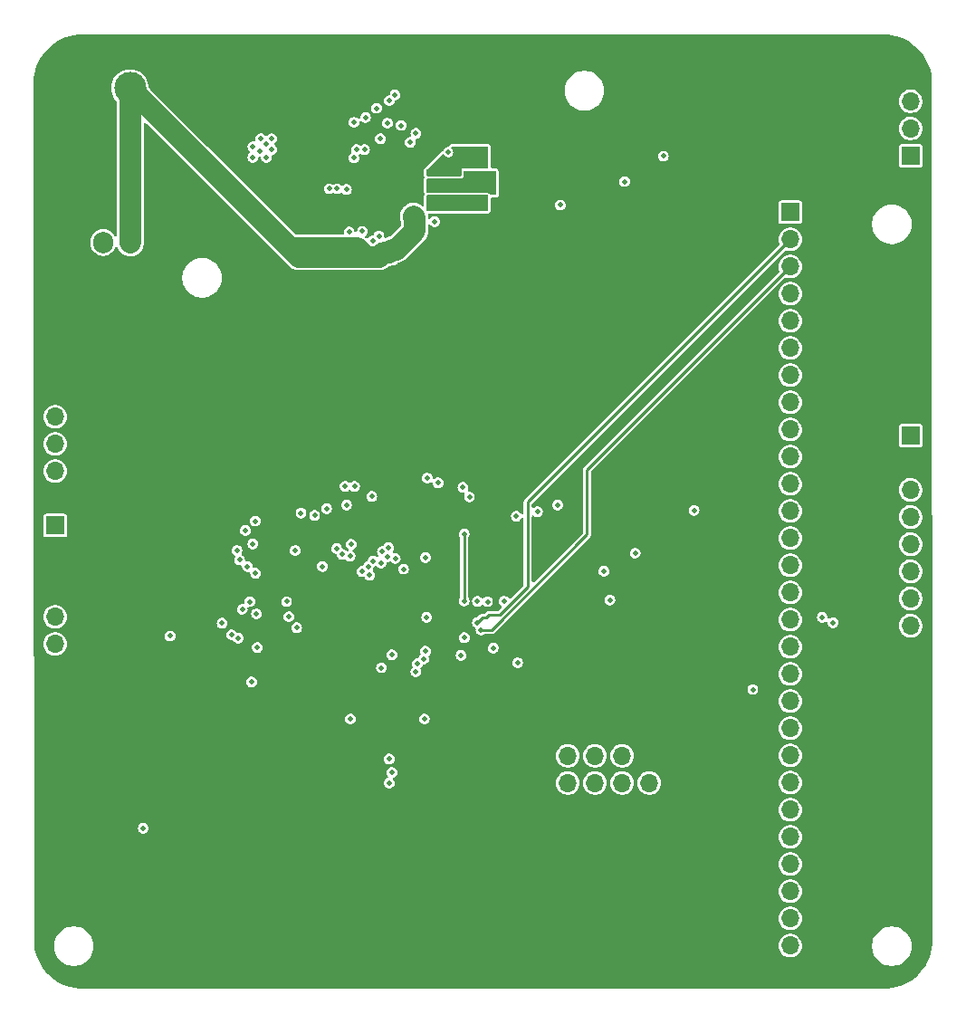
<source format=gbr>
%TF.GenerationSoftware,KiCad,Pcbnew,8.0.7*%
%TF.CreationDate,2025-04-02T17:47:29-05:00*%
%TF.ProjectId,FinalBoard,46696e61-6c42-46f6-9172-642e6b696361,rev?*%
%TF.SameCoordinates,Original*%
%TF.FileFunction,Copper,L3,Inr*%
%TF.FilePolarity,Positive*%
%FSLAX46Y46*%
G04 Gerber Fmt 4.6, Leading zero omitted, Abs format (unit mm)*
G04 Created by KiCad (PCBNEW 8.0.7) date 2025-04-02 17:47:29*
%MOMM*%
%LPD*%
G01*
G04 APERTURE LIST*
G04 Aperture macros list*
%AMRoundRect*
0 Rectangle with rounded corners*
0 $1 Rounding radius*
0 $2 $3 $4 $5 $6 $7 $8 $9 X,Y pos of 4 corners*
0 Add a 4 corners polygon primitive as box body*
4,1,4,$2,$3,$4,$5,$6,$7,$8,$9,$2,$3,0*
0 Add four circle primitives for the rounded corners*
1,1,$1+$1,$2,$3*
1,1,$1+$1,$4,$5*
1,1,$1+$1,$6,$7*
1,1,$1+$1,$8,$9*
0 Add four rect primitives between the rounded corners*
20,1,$1+$1,$2,$3,$4,$5,0*
20,1,$1+$1,$4,$5,$6,$7,0*
20,1,$1+$1,$6,$7,$8,$9,0*
20,1,$1+$1,$8,$9,$2,$3,0*%
G04 Aperture macros list end*
%TA.AperFunction,ComponentPad*%
%ADD10O,1.905000X2.000000*%
%TD*%
%TA.AperFunction,ComponentPad*%
%ADD11R,1.905000X2.000000*%
%TD*%
%TA.AperFunction,ComponentPad*%
%ADD12R,1.700000X1.700000*%
%TD*%
%TA.AperFunction,ComponentPad*%
%ADD13O,1.700000X1.700000*%
%TD*%
%TA.AperFunction,ComponentPad*%
%ADD14C,3.000000*%
%TD*%
%TA.AperFunction,ComponentPad*%
%ADD15RoundRect,0.750000X-0.750000X-0.750000X0.750000X-0.750000X0.750000X0.750000X-0.750000X0.750000X0*%
%TD*%
%TA.AperFunction,ViaPad*%
%ADD16C,0.500000*%
%TD*%
%TA.AperFunction,Conductor*%
%ADD17C,0.250000*%
%TD*%
%TA.AperFunction,Conductor*%
%ADD18C,2.000000*%
%TD*%
G04 APERTURE END LIST*
D10*
%TO.N,+BATT*%
%TO.C,U4*%
X124540000Y-69945000D03*
%TO.N,+3V3*%
X122000000Y-69945000D03*
D11*
%TO.N,-BATT*%
X119460000Y-69945000D03*
%TD*%
D12*
%TO.N,Net-(J7-Pin_1)*%
%TO.C,J7*%
X186250000Y-67120000D03*
D13*
%TO.N,Net-(J7-Pin_2)*%
X186250000Y-69660000D03*
%TO.N,Net-(J7-Pin_3)*%
X186250000Y-72200000D03*
%TO.N,Net-(J7-Pin_4)*%
X186250000Y-74740000D03*
%TO.N,Net-(J7-Pin_5)*%
X186250000Y-77280000D03*
%TO.N,Net-(J7-Pin_6)*%
X186250000Y-79820000D03*
%TO.N,Net-(J7-Pin_7)*%
X186250000Y-82360000D03*
%TO.N,Net-(J7-Pin_8)*%
X186250000Y-84900000D03*
%TO.N,Net-(J7-Pin_9)*%
X186250000Y-87440000D03*
%TO.N,Net-(J7-Pin_10)*%
X186250000Y-89980000D03*
%TO.N,Net-(J7-Pin_11)*%
X186250000Y-92520000D03*
%TO.N,Net-(J7-Pin_12)*%
X186250000Y-95060000D03*
%TO.N,Net-(J7-Pin_13)*%
X186250000Y-97600000D03*
%TO.N,/C_14*%
X186250000Y-100140000D03*
%TO.N,/C_15*%
X186250000Y-102680000D03*
%TO.N,/C_16*%
X186250000Y-105220000D03*
%TO.N,Net-(J7-Pin_17)*%
X186250000Y-107760000D03*
%TO.N,Net-(J7-Pin_18)*%
X186250000Y-110300000D03*
%TO.N,Net-(J7-Pin_19)*%
X186250000Y-112840000D03*
%TO.N,Net-(J7-Pin_20)*%
X186250000Y-115380000D03*
%TO.N,Net-(J7-Pin_21)*%
X186250000Y-117920000D03*
%TO.N,Net-(J7-Pin_22)*%
X186250000Y-120460000D03*
%TO.N,Net-(J7-Pin_23)*%
X186250000Y-123000000D03*
%TO.N,Net-(J7-Pin_24)*%
X186250000Y-125540000D03*
%TO.N,Net-(J7-Pin_25)*%
X186250000Y-128080000D03*
%TO.N,Net-(J7-Pin_26)*%
X186250000Y-130620000D03*
%TO.N,Net-(J7-Pin_27)*%
X186250000Y-133160000D03*
%TO.N,Net-(J7-Pin_28)*%
X186250000Y-135700000D03*
%TD*%
%TO.N,/UART_TX*%
%TO.C,J6*%
X117500000Y-104955000D03*
%TO.N,/UART_RX*%
X117500000Y-107495000D03*
D12*
%TO.N,-BATT*%
X117500000Y-110035000D03*
%TD*%
D13*
%TO.N,/SWCLK*%
%TO.C,J5*%
X117500000Y-86250000D03*
%TO.N,/SWDIO*%
X117500000Y-88790000D03*
%TO.N,/NRST*%
X117500000Y-91330000D03*
%TO.N,-BATT*%
X117500000Y-93870000D03*
D12*
%TO.N,+3V3*%
X117500000Y-96410000D03*
%TD*%
%TO.N,+3V3*%
%TO.C,J4*%
X197500000Y-88000000D03*
D13*
%TO.N,-BATT*%
X197500000Y-90540000D03*
%TO.N,/ENC_U*%
X197500000Y-93080000D03*
%TO.N,/ENC_V*%
X197500000Y-95620000D03*
%TO.N,/ENC_W*%
X197500000Y-98160000D03*
%TO.N,/ENC_SDA{slash}DO*%
X197500000Y-100700000D03*
%TO.N,/ENC_SCL{slash}CLK*%
X197500000Y-103240000D03*
%TO.N,/ENC_VDD{slash}CSN*%
X197500000Y-105780000D03*
%TD*%
D12*
%TO.N,/OUTA*%
%TO.C,J3*%
X197500000Y-61830000D03*
D13*
%TO.N,/OUTB*%
X197500000Y-59290000D03*
%TO.N,/OUTC*%
X197500000Y-56750000D03*
%TD*%
D12*
%TO.N,-BATT*%
%TO.C,J2*%
X173080000Y-117960000D03*
D13*
%TO.N,+3V3*%
X173080000Y-120500000D03*
%TO.N,/NRF_CE*%
X170540000Y-117960000D03*
%TO.N,/NRF_CSN*%
X170540000Y-120500000D03*
%TO.N,/NRF_SCK*%
X168000000Y-117960000D03*
%TO.N,/NRF_MOSI*%
X168000000Y-120500000D03*
%TO.N,/NRF_MISO*%
X165460000Y-117960000D03*
%TO.N,/NRF_IRQ*%
X165460000Y-120500000D03*
%TD*%
D14*
%TO.N,+BATT*%
%TO.C,J1*%
X124500000Y-55500000D03*
D15*
%TO.N,-BATT*%
X119500000Y-55500000D03*
%TD*%
D16*
%TO.N,/BOOT*%
X135304987Y-96881883D03*
X141771382Y-95478618D03*
%TO.N,+BATT*%
X151500000Y-68250000D03*
X150643135Y-67663674D03*
X151248268Y-67678818D03*
X151250000Y-67057600D03*
X150633521Y-67057600D03*
%TO.N,-BATT*%
X151750000Y-64000000D03*
X151750000Y-63250000D03*
X151000000Y-63250000D03*
X150250000Y-63250000D03*
X150250000Y-65500000D03*
X148750000Y-65500000D03*
X149500000Y-65500000D03*
X148750000Y-64750000D03*
X149500000Y-64750000D03*
X150250000Y-64750000D03*
X151000000Y-64000000D03*
X150250000Y-64000000D03*
X149500000Y-64000000D03*
X148750000Y-64000000D03*
%TO.N,Net-(J7-Pin_1)*%
X152250000Y-105000000D03*
%TO.N,Net-(J7-Pin_2)*%
X157000000Y-105500000D03*
%TO.N,-BATT*%
X155211099Y-105000012D03*
%TO.N,Net-(J7-Pin_3)*%
X157335412Y-106170823D03*
%TO.N,Net-(J7-Pin_4)*%
X155769730Y-106903614D03*
X182750000Y-111750000D03*
%TO.N,Net-(J7-Pin_5)*%
X157000000Y-103500000D03*
X190250000Y-105500000D03*
%TO.N,Net-(J7-Pin_6)*%
X159488842Y-103490878D03*
X189250000Y-105000000D03*
%TO.N,Net-(J7-Pin_7)*%
X155468870Y-108561522D03*
%TO.N,Net-(J7-Pin_8)*%
X158472155Y-107874380D03*
%TO.N,Net-(J7-Pin_10)*%
X144625000Y-92750000D03*
%TO.N,Net-(J7-Pin_11)*%
X145500000Y-92750000D03*
%TO.N,Net-(J7-Pin_12)*%
X146775000Y-100264175D03*
%TO.N,Net-(J7-Pin_13)*%
X147250000Y-99750000D03*
%TO.N,/C_14*%
X148107158Y-98868411D03*
%TO.N,/C_15*%
X148696360Y-98490466D03*
%TO.N,/C_16*%
X149000000Y-108500000D03*
%TO.N,Net-(J7-Pin_17)*%
X148031232Y-109718769D03*
%TO.N,Net-(J7-Pin_18)*%
X136000000Y-98125000D03*
%TO.N,Net-(J7-Pin_19)*%
X142500000Y-100250000D03*
%TO.N,/NRF_IRQ*%
X157943759Y-103534961D03*
X169375000Y-103375000D03*
%TO.N,Net-(J7-Pin_20)*%
X140500000Y-95250000D03*
%TO.N,Net-(J7-Pin_21)*%
X139148124Y-103530290D03*
%TO.N,Net-(J7-Pin_22)*%
X148750000Y-118250000D03*
%TO.N,Net-(J7-Pin_23)*%
X149000000Y-119500000D03*
%TO.N,Net-(J7-Pin_24)*%
X148750000Y-120500000D03*
%TO.N,Net-(J7-Pin_25)*%
X136250000Y-100875000D03*
%TO.N,Net-(J7-Pin_26)*%
X135500000Y-100250000D03*
%TO.N,Net-(J7-Pin_27)*%
X134750000Y-99625000D03*
%TO.N,Net-(J7-Pin_28)*%
X134500000Y-98750000D03*
%TO.N,Net-(U5-PF1)*%
X135000000Y-104250000D03*
X134627566Y-106943415D03*
%TO.N,Net-(U5-PF0)*%
X135716453Y-103537875D03*
X133992609Y-106626493D03*
%TO.N,+3V3*%
X125750000Y-124725000D03*
X128250000Y-106750000D03*
%TO.N,/OUTC*%
X174375000Y-61875000D03*
%TO.N,/OUTB*%
X170750000Y-64250000D03*
%TO.N,/OUTA*%
X164750000Y-66450000D03*
%TO.N,/OUTC*%
X154707172Y-62465528D03*
X153000000Y-63250000D03*
X155000000Y-63250000D03*
X154309018Y-63220491D03*
%TO.N,/OUTB*%
X155000000Y-64750000D03*
X154250000Y-64750000D03*
X153500000Y-64750000D03*
X152750000Y-64750000D03*
%TO.N,/OUTA*%
X155000000Y-66250000D03*
X154250000Y-66250000D03*
X153500000Y-66250000D03*
X152750000Y-66250000D03*
%TO.N,-BATT*%
X141500000Y-73250000D03*
X140750000Y-73250000D03*
%TO.N,+3V3*%
X151250000Y-59750000D03*
X136000000Y-62000000D03*
X137250000Y-62000000D03*
X136000000Y-61000000D03*
X137750000Y-60250000D03*
X136750000Y-60250000D03*
X137750000Y-61250000D03*
X136625000Y-61375000D03*
X137250000Y-60750000D03*
%TO.N,-BATT*%
X141000000Y-67287500D03*
%TO.N,/DRVOFF*%
X154286031Y-61522713D03*
X147782640Y-69335030D03*
%TO.N,Net-(U1-CP)*%
X153000000Y-68000000D03*
%TO.N,Net-(U1-VREF_ILIM)*%
X144750000Y-65000000D03*
%TO.N,/ENC_U*%
X160750000Y-109250000D03*
X136411676Y-107825000D03*
%TO.N,/ENC_VDD{slash}CSN*%
X139361083Y-104934321D03*
%TO.N,/NRST*%
X133125000Y-105558631D03*
X136332468Y-104675792D03*
%TO.N,/NRF_CSN*%
X140091909Y-105975793D03*
%TO.N,/NRF_CE*%
X152136891Y-108175000D03*
%TO.N,/NRF_SCK*%
X151963192Y-108904611D03*
%TO.N,/NRF_MISO*%
X151361943Y-109352945D03*
%TO.N,/NRF_MOSI*%
X151234089Y-110091970D03*
%TO.N,-BATT*%
X142000000Y-98750000D03*
%TO.N,+3V3*%
X139962500Y-98750000D03*
%TO.N,/INLA*%
X147925000Y-60250000D03*
%TO.N,/INHA*%
X149875000Y-59000000D03*
%TO.N,/INLA*%
X147202076Y-69795412D03*
%TO.N,/SCLK*%
X143130487Y-64925000D03*
X145000000Y-68950000D03*
%TO.N,/SCS_N*%
X143865674Y-64925000D03*
X146243327Y-68900023D03*
%TO.N,/SLEEP_N*%
X145077552Y-99268146D03*
X156250000Y-93750000D03*
%TO.N,/FAULT_N*%
X155644103Y-92846655D03*
X145197812Y-98168304D03*
%TO.N,/SOA*%
X164500000Y-94500000D03*
X146200000Y-100717540D03*
%TO.N,-BATT*%
X135875000Y-108962500D03*
%TO.N,/VSEN_A*%
X168825406Y-100690000D03*
X146925449Y-101069163D03*
%TO.N,-BATT*%
X156375000Y-99200183D03*
%TO.N,/VSEN_B*%
X171750000Y-99000000D03*
X147980864Y-99917691D03*
%TO.N,/SOB*%
X162614833Y-95125000D03*
X148621999Y-99342692D03*
%TO.N,/SOC*%
X149313229Y-99500000D03*
X160640769Y-95540642D03*
%TO.N,/VSEN_C*%
X177250000Y-95000000D03*
X150085310Y-100491986D03*
%TO.N,+3V3*%
X135875000Y-111037500D03*
X145125000Y-114500000D03*
%TO.N,-BATT*%
X143212500Y-114500000D03*
%TO.N,+3V3*%
X155750000Y-103462500D03*
%TO.N,-BATT*%
X149962500Y-114500000D03*
%TO.N,+3V3*%
X152037500Y-114500000D03*
%TO.N,/SDO*%
X145452759Y-62047241D03*
X145453338Y-58703338D03*
%TO.N,/INLC*%
X145689378Y-61272338D03*
X146521536Y-58271536D03*
%TO.N,+3V3*%
X150713026Y-60574474D03*
%TO.N,-BATT*%
X149749997Y-60250003D03*
%TO.N,/INHA*%
X149293994Y-56154025D03*
%TO.N,/INHB*%
X148754468Y-56675000D03*
X148581376Y-58784740D03*
%TO.N,/INHC*%
X147564798Y-57397153D03*
X146439354Y-61266068D03*
%TO.N,-BATT*%
X138287500Y-96000000D03*
%TO.N,+3V3*%
X136212500Y-96000000D03*
X155750000Y-97212500D03*
%TO.N,/SWDIO*%
X153309967Y-92425000D03*
%TO.N,/SWCLK*%
X152301617Y-91975000D03*
%TO.N,/ENC_SCL{slash}CLK*%
X152133882Y-99409190D03*
%TO.N,/ENC_V*%
X147126185Y-93702439D03*
%TO.N,Net-(J7-Pin_9)*%
X144750000Y-94500000D03*
%TO.N,/UART_TX*%
X144347274Y-99097274D03*
%TO.N,/UART_RX*%
X143816942Y-98566942D03*
%TO.N,/ENC_SDA{slash}DO*%
X142884764Y-94829722D03*
%TO.N,-BATT*%
X118750000Y-62500000D03*
X119500000Y-62500000D03*
X120250000Y-62500000D03*
X120250000Y-61750000D03*
X119500000Y-61750000D03*
X118750000Y-61750000D03*
X118750000Y-61000000D03*
X119500000Y-61000000D03*
X120250000Y-61000000D03*
%TO.N,+BATT*%
X125250000Y-62500000D03*
X124500000Y-62500000D03*
X123750000Y-62500000D03*
X123750000Y-61750000D03*
X124500000Y-61750000D03*
X125250000Y-61750000D03*
X125250000Y-61000000D03*
X124500000Y-61000000D03*
X123750000Y-61000000D03*
%TD*%
D17*
%TO.N,+3V3*%
X155750000Y-103462500D02*
X155750000Y-97212500D01*
%TO.N,Net-(J7-Pin_2)*%
X157819839Y-105050000D02*
X158069839Y-104800000D01*
X159063604Y-104800000D02*
X161700000Y-102163604D01*
X161700000Y-102163604D02*
X161700000Y-94210000D01*
X157000000Y-105500000D02*
X157450000Y-105050000D01*
X158069839Y-104800000D02*
X159063604Y-104800000D01*
%TO.N,Net-(J7-Pin_3)*%
X167250000Y-97250000D02*
X167250000Y-91200000D01*
X167250000Y-91200000D02*
X186250000Y-72200000D01*
%TO.N,Net-(J7-Pin_2)*%
X157450000Y-105050000D02*
X157819839Y-105050000D01*
X161700000Y-94210000D02*
X186250000Y-69660000D01*
%TO.N,Net-(J7-Pin_3)*%
X157335412Y-106170823D02*
X158329177Y-106170823D01*
X158329177Y-106170823D02*
X167250000Y-97250000D01*
D18*
%TO.N,+BATT*%
X147823397Y-71295412D02*
X147940324Y-71178485D01*
X146580755Y-71295412D02*
X147823397Y-71295412D01*
X145760343Y-70475000D02*
X146580755Y-71295412D01*
X139475000Y-70475000D02*
X145760343Y-70475000D01*
X140295412Y-71295412D02*
X147823397Y-71295412D01*
X124500000Y-55500000D02*
X140295412Y-71295412D01*
X124525000Y-55525000D02*
X139475000Y-70475000D01*
X148046436Y-71072373D02*
X148111181Y-71007628D01*
X148230675Y-70888134D02*
X148739174Y-70888134D01*
X148739174Y-70888134D02*
X149003307Y-70624001D01*
X149003307Y-70624001D02*
X149335847Y-70624001D01*
X148111181Y-71007628D02*
X148230675Y-70888134D01*
X147940324Y-71178485D02*
X148046436Y-71072373D01*
X151125000Y-68834848D02*
X151125000Y-67625000D01*
X149335847Y-70624001D02*
X151125000Y-68834848D01*
X151125000Y-67658188D02*
X151025000Y-67558188D01*
X151125000Y-67625000D02*
X151000000Y-67500000D01*
X151025000Y-67558188D02*
X151025000Y-67525000D01*
X149335847Y-70624001D02*
X149401829Y-70624001D01*
X149401829Y-70624001D02*
X151125000Y-68900830D01*
X151125000Y-68900830D02*
X151125000Y-67658188D01*
%TO.N,-BATT*%
X148011290Y-52750000D02*
X152825000Y-57563710D01*
X119500000Y-55450000D02*
X122200000Y-52750000D01*
X152825000Y-57563710D02*
X152825000Y-60875000D01*
X152825000Y-60875000D02*
X149250000Y-64450000D01*
X122200000Y-52750000D02*
X148011290Y-52750000D01*
X119460000Y-69952500D02*
X119460000Y-55540000D01*
X119460000Y-55540000D02*
X119500000Y-55500000D01*
%TO.N,+BATT*%
X124540000Y-70000000D02*
X124540000Y-55540000D01*
X124540000Y-55540000D02*
X124500000Y-55500000D01*
%TD*%
%TA.AperFunction,Conductor*%
%TO.N,-BATT*%
G36*
X195002702Y-50500617D02*
G01*
X195386771Y-50517386D01*
X195397506Y-50518326D01*
X195775971Y-50568152D01*
X195786597Y-50570025D01*
X196159284Y-50652648D01*
X196169710Y-50655442D01*
X196533765Y-50770227D01*
X196543911Y-50773920D01*
X196896578Y-50920000D01*
X196906369Y-50924566D01*
X197244942Y-51100816D01*
X197254310Y-51106224D01*
X197576244Y-51311318D01*
X197585105Y-51317523D01*
X197887930Y-51549889D01*
X197896217Y-51556843D01*
X198177635Y-51814715D01*
X198185284Y-51822364D01*
X198443156Y-52103782D01*
X198450110Y-52112069D01*
X198682476Y-52414894D01*
X198688681Y-52423755D01*
X198893775Y-52745689D01*
X198899183Y-52755057D01*
X199075430Y-53093623D01*
X199080002Y-53103427D01*
X199226075Y-53456078D01*
X199229775Y-53466244D01*
X199344554Y-53830278D01*
X199347354Y-53840727D01*
X199429971Y-54213389D01*
X199431849Y-54224042D01*
X199481671Y-54602473D01*
X199482614Y-54613249D01*
X199499382Y-54997297D01*
X199499500Y-55002706D01*
X199499500Y-55073659D01*
X199499532Y-55074158D01*
X199535032Y-135211736D01*
X199534914Y-135217199D01*
X199518014Y-135604319D01*
X199517071Y-135615095D01*
X199466848Y-135996600D01*
X199464970Y-136007254D01*
X199381684Y-136382946D01*
X199378884Y-136393395D01*
X199263172Y-136760390D01*
X199259472Y-136770555D01*
X199112220Y-137126060D01*
X199107649Y-137135864D01*
X198929965Y-137477195D01*
X198924556Y-137486564D01*
X198717799Y-137811111D01*
X198711594Y-137819972D01*
X198477342Y-138125258D01*
X198470389Y-138133545D01*
X198210427Y-138417245D01*
X198202777Y-138424894D01*
X197919066Y-138684869D01*
X197910780Y-138691823D01*
X197605483Y-138926087D01*
X197596621Y-138932291D01*
X197272094Y-139139039D01*
X197262726Y-139144448D01*
X196921401Y-139322131D01*
X196911597Y-139326703D01*
X196556083Y-139473963D01*
X196545917Y-139477663D01*
X196178922Y-139593376D01*
X196168474Y-139596176D01*
X195792783Y-139679465D01*
X195782130Y-139681343D01*
X195400626Y-139731570D01*
X195389849Y-139732513D01*
X195003510Y-139749380D01*
X194998042Y-139749498D01*
X120109726Y-139714000D01*
X120109180Y-139713965D01*
X120038235Y-139713965D01*
X120032827Y-139713847D01*
X119648779Y-139697083D01*
X119638003Y-139696140D01*
X119448786Y-139671230D01*
X119259570Y-139646320D01*
X119248917Y-139644442D01*
X119025915Y-139595005D01*
X118876253Y-139561826D01*
X118865805Y-139559027D01*
X118501768Y-139444248D01*
X118491603Y-139440548D01*
X118138959Y-139294479D01*
X118129154Y-139289907D01*
X117790583Y-139113659D01*
X117781215Y-139108251D01*
X117459280Y-138903157D01*
X117450419Y-138896952D01*
X117183089Y-138691823D01*
X117147597Y-138664588D01*
X117139314Y-138657638D01*
X116857889Y-138399759D01*
X116850240Y-138392110D01*
X116592361Y-138110685D01*
X116585407Y-138102398D01*
X116545749Y-138050715D01*
X116353047Y-137799580D01*
X116346842Y-137790719D01*
X116141748Y-137468784D01*
X116136340Y-137459416D01*
X115972281Y-137144260D01*
X115960090Y-137120840D01*
X115955520Y-137111040D01*
X115898233Y-136972736D01*
X115809445Y-136758381D01*
X115805756Y-136748246D01*
X115690967Y-136384176D01*
X115688176Y-136373762D01*
X115605554Y-136001065D01*
X115603682Y-135990446D01*
X115556060Y-135628711D01*
X117399500Y-135628711D01*
X117399500Y-135871288D01*
X117431161Y-136111785D01*
X117493947Y-136346104D01*
X117511396Y-136388229D01*
X117586776Y-136570212D01*
X117708064Y-136780289D01*
X117708066Y-136780292D01*
X117708067Y-136780293D01*
X117855733Y-136972736D01*
X117855739Y-136972743D01*
X118027256Y-137144260D01*
X118027262Y-137144265D01*
X118219711Y-137291936D01*
X118429788Y-137413224D01*
X118653900Y-137506054D01*
X118888211Y-137568838D01*
X119068586Y-137592584D01*
X119128711Y-137600500D01*
X119128712Y-137600500D01*
X119371289Y-137600500D01*
X119419388Y-137594167D01*
X119611789Y-137568838D01*
X119846100Y-137506054D01*
X120070212Y-137413224D01*
X120280289Y-137291936D01*
X120472738Y-137144265D01*
X120644265Y-136972738D01*
X120791936Y-136780289D01*
X120913224Y-136570212D01*
X121006054Y-136346100D01*
X121068838Y-136111789D01*
X121100500Y-135871288D01*
X121100500Y-135699999D01*
X185144785Y-135699999D01*
X185144785Y-135700000D01*
X185163602Y-135903082D01*
X185219417Y-136099247D01*
X185219422Y-136099260D01*
X185310327Y-136281821D01*
X185433237Y-136444581D01*
X185583958Y-136581980D01*
X185583960Y-136581982D01*
X185683141Y-136643392D01*
X185757363Y-136689348D01*
X185947544Y-136763024D01*
X186148024Y-136800500D01*
X186148026Y-136800500D01*
X186351974Y-136800500D01*
X186351976Y-136800500D01*
X186552456Y-136763024D01*
X186742637Y-136689348D01*
X186916041Y-136581981D01*
X187066764Y-136444579D01*
X187189673Y-136281821D01*
X187280582Y-136099250D01*
X187336397Y-135903083D01*
X187355215Y-135700000D01*
X187348609Y-135628711D01*
X193899500Y-135628711D01*
X193899500Y-135871288D01*
X193931161Y-136111785D01*
X193993947Y-136346104D01*
X194011396Y-136388229D01*
X194086776Y-136570212D01*
X194208064Y-136780289D01*
X194208066Y-136780292D01*
X194208067Y-136780293D01*
X194355733Y-136972736D01*
X194355739Y-136972743D01*
X194527256Y-137144260D01*
X194527262Y-137144265D01*
X194719711Y-137291936D01*
X194929788Y-137413224D01*
X195153900Y-137506054D01*
X195388211Y-137568838D01*
X195568586Y-137592584D01*
X195628711Y-137600500D01*
X195628712Y-137600500D01*
X195871289Y-137600500D01*
X195919388Y-137594167D01*
X196111789Y-137568838D01*
X196346100Y-137506054D01*
X196570212Y-137413224D01*
X196780289Y-137291936D01*
X196972738Y-137144265D01*
X197144265Y-136972738D01*
X197291936Y-136780289D01*
X197413224Y-136570212D01*
X197506054Y-136346100D01*
X197568838Y-136111789D01*
X197600500Y-135871288D01*
X197600500Y-135628712D01*
X197598299Y-135611997D01*
X197568838Y-135388214D01*
X197568838Y-135388211D01*
X197506054Y-135153900D01*
X197413224Y-134929788D01*
X197291936Y-134719711D01*
X197144265Y-134527262D01*
X197144260Y-134527256D01*
X196972743Y-134355739D01*
X196972736Y-134355733D01*
X196780293Y-134208067D01*
X196780292Y-134208066D01*
X196780289Y-134208064D01*
X196570212Y-134086776D01*
X196570205Y-134086773D01*
X196346104Y-133993947D01*
X196111785Y-133931161D01*
X195871289Y-133899500D01*
X195871288Y-133899500D01*
X195628712Y-133899500D01*
X195628711Y-133899500D01*
X195388214Y-133931161D01*
X195153895Y-133993947D01*
X194929794Y-134086773D01*
X194929785Y-134086777D01*
X194719706Y-134208067D01*
X194527263Y-134355733D01*
X194527256Y-134355739D01*
X194355739Y-134527256D01*
X194355733Y-134527263D01*
X194208067Y-134719706D01*
X194086777Y-134929785D01*
X194086773Y-134929794D01*
X193993947Y-135153895D01*
X193931161Y-135388214D01*
X193899500Y-135628711D01*
X187348609Y-135628711D01*
X187347060Y-135611997D01*
X187336397Y-135496917D01*
X187305467Y-135388211D01*
X187280582Y-135300750D01*
X187189673Y-135118179D01*
X187066764Y-134955421D01*
X187066762Y-134955418D01*
X186916041Y-134818019D01*
X186916039Y-134818017D01*
X186742642Y-134710655D01*
X186742635Y-134710651D01*
X186647546Y-134673814D01*
X186552456Y-134636976D01*
X186351976Y-134599500D01*
X186148024Y-134599500D01*
X185947544Y-134636976D01*
X185947541Y-134636976D01*
X185947541Y-134636977D01*
X185757364Y-134710651D01*
X185757357Y-134710655D01*
X185583960Y-134818017D01*
X185583958Y-134818019D01*
X185433237Y-134955418D01*
X185310327Y-135118178D01*
X185219422Y-135300739D01*
X185219417Y-135300752D01*
X185163602Y-135496917D01*
X185144785Y-135699999D01*
X121100500Y-135699999D01*
X121100500Y-135628712D01*
X121098299Y-135611997D01*
X121068838Y-135388214D01*
X121068838Y-135388211D01*
X121006054Y-135153900D01*
X120913224Y-134929788D01*
X120791936Y-134719711D01*
X120644265Y-134527262D01*
X120644260Y-134527256D01*
X120472743Y-134355739D01*
X120472736Y-134355733D01*
X120280293Y-134208067D01*
X120280292Y-134208066D01*
X120280289Y-134208064D01*
X120070212Y-134086776D01*
X120070205Y-134086773D01*
X119846104Y-133993947D01*
X119611785Y-133931161D01*
X119371289Y-133899500D01*
X119371288Y-133899500D01*
X119128712Y-133899500D01*
X119128711Y-133899500D01*
X118888214Y-133931161D01*
X118653895Y-133993947D01*
X118429794Y-134086773D01*
X118429785Y-134086777D01*
X118219706Y-134208067D01*
X118027263Y-134355733D01*
X118027256Y-134355739D01*
X117855739Y-134527256D01*
X117855733Y-134527263D01*
X117708067Y-134719706D01*
X117586777Y-134929785D01*
X117586773Y-134929794D01*
X117493947Y-135153895D01*
X117431161Y-135388214D01*
X117399500Y-135628711D01*
X115556060Y-135628711D01*
X115553857Y-135611975D01*
X115552917Y-135601242D01*
X115536152Y-135217172D01*
X115536034Y-135211762D01*
X115536034Y-135211736D01*
X115536035Y-135148577D01*
X115536034Y-135148573D01*
X115536034Y-135140651D01*
X115536000Y-135140131D01*
X115535990Y-135118179D01*
X115535122Y-133159999D01*
X185144785Y-133159999D01*
X185144785Y-133160000D01*
X185163602Y-133363082D01*
X185219417Y-133559247D01*
X185219422Y-133559260D01*
X185310327Y-133741821D01*
X185433237Y-133904581D01*
X185583958Y-134041980D01*
X185583960Y-134041982D01*
X185656307Y-134086777D01*
X185757363Y-134149348D01*
X185947544Y-134223024D01*
X186148024Y-134260500D01*
X186148026Y-134260500D01*
X186351974Y-134260500D01*
X186351976Y-134260500D01*
X186552456Y-134223024D01*
X186742637Y-134149348D01*
X186916041Y-134041981D01*
X187066764Y-133904579D01*
X187189673Y-133741821D01*
X187280582Y-133559250D01*
X187336397Y-133363083D01*
X187355215Y-133160000D01*
X187336397Y-132956917D01*
X187280582Y-132760750D01*
X187189673Y-132578179D01*
X187066764Y-132415421D01*
X187066762Y-132415418D01*
X186916041Y-132278019D01*
X186916039Y-132278017D01*
X186742642Y-132170655D01*
X186742635Y-132170651D01*
X186647546Y-132133814D01*
X186552456Y-132096976D01*
X186351976Y-132059500D01*
X186148024Y-132059500D01*
X185947544Y-132096976D01*
X185947541Y-132096976D01*
X185947541Y-132096977D01*
X185757364Y-132170651D01*
X185757357Y-132170655D01*
X185583960Y-132278017D01*
X185583958Y-132278019D01*
X185433237Y-132415418D01*
X185310327Y-132578178D01*
X185219422Y-132760739D01*
X185219417Y-132760752D01*
X185163602Y-132956917D01*
X185144785Y-133159999D01*
X115535122Y-133159999D01*
X115533997Y-130619999D01*
X185144785Y-130619999D01*
X185144785Y-130620000D01*
X185163602Y-130823082D01*
X185219417Y-131019247D01*
X185219422Y-131019260D01*
X185310327Y-131201821D01*
X185433237Y-131364581D01*
X185583958Y-131501980D01*
X185583960Y-131501982D01*
X185683141Y-131563392D01*
X185757363Y-131609348D01*
X185947544Y-131683024D01*
X186148024Y-131720500D01*
X186148026Y-131720500D01*
X186351974Y-131720500D01*
X186351976Y-131720500D01*
X186552456Y-131683024D01*
X186742637Y-131609348D01*
X186916041Y-131501981D01*
X187066764Y-131364579D01*
X187189673Y-131201821D01*
X187280582Y-131019250D01*
X187336397Y-130823083D01*
X187355215Y-130620000D01*
X187336397Y-130416917D01*
X187280582Y-130220750D01*
X187189673Y-130038179D01*
X187066764Y-129875421D01*
X187066762Y-129875418D01*
X186916041Y-129738019D01*
X186916039Y-129738017D01*
X186742642Y-129630655D01*
X186742635Y-129630651D01*
X186647546Y-129593814D01*
X186552456Y-129556976D01*
X186351976Y-129519500D01*
X186148024Y-129519500D01*
X185947544Y-129556976D01*
X185947541Y-129556976D01*
X185947541Y-129556977D01*
X185757364Y-129630651D01*
X185757357Y-129630655D01*
X185583960Y-129738017D01*
X185583958Y-129738019D01*
X185433237Y-129875418D01*
X185310327Y-130038178D01*
X185219422Y-130220739D01*
X185219417Y-130220752D01*
X185163602Y-130416917D01*
X185144785Y-130619999D01*
X115533997Y-130619999D01*
X115532872Y-128079999D01*
X185144785Y-128079999D01*
X185144785Y-128080000D01*
X185163602Y-128283082D01*
X185219417Y-128479247D01*
X185219422Y-128479260D01*
X185310327Y-128661821D01*
X185433237Y-128824581D01*
X185583958Y-128961980D01*
X185583960Y-128961982D01*
X185683141Y-129023392D01*
X185757363Y-129069348D01*
X185947544Y-129143024D01*
X186148024Y-129180500D01*
X186148026Y-129180500D01*
X186351974Y-129180500D01*
X186351976Y-129180500D01*
X186552456Y-129143024D01*
X186742637Y-129069348D01*
X186916041Y-128961981D01*
X187066764Y-128824579D01*
X187189673Y-128661821D01*
X187280582Y-128479250D01*
X187336397Y-128283083D01*
X187355215Y-128080000D01*
X187336397Y-127876917D01*
X187280582Y-127680750D01*
X187189673Y-127498179D01*
X187066764Y-127335421D01*
X187066762Y-127335418D01*
X186916041Y-127198019D01*
X186916039Y-127198017D01*
X186742642Y-127090655D01*
X186742635Y-127090651D01*
X186647546Y-127053814D01*
X186552456Y-127016976D01*
X186351976Y-126979500D01*
X186148024Y-126979500D01*
X185947544Y-127016976D01*
X185947541Y-127016976D01*
X185947541Y-127016977D01*
X185757364Y-127090651D01*
X185757357Y-127090655D01*
X185583960Y-127198017D01*
X185583958Y-127198019D01*
X185433237Y-127335418D01*
X185310327Y-127498178D01*
X185219422Y-127680739D01*
X185219417Y-127680752D01*
X185163602Y-127876917D01*
X185144785Y-128079999D01*
X115532872Y-128079999D01*
X115531747Y-125539999D01*
X185144785Y-125539999D01*
X185144785Y-125540000D01*
X185163602Y-125743082D01*
X185219417Y-125939247D01*
X185219422Y-125939260D01*
X185310327Y-126121821D01*
X185433237Y-126284581D01*
X185583958Y-126421980D01*
X185583960Y-126421982D01*
X185683141Y-126483392D01*
X185757363Y-126529348D01*
X185947544Y-126603024D01*
X186148024Y-126640500D01*
X186148026Y-126640500D01*
X186351974Y-126640500D01*
X186351976Y-126640500D01*
X186552456Y-126603024D01*
X186742637Y-126529348D01*
X186916041Y-126421981D01*
X187066764Y-126284579D01*
X187189673Y-126121821D01*
X187280582Y-125939250D01*
X187336397Y-125743083D01*
X187355215Y-125540000D01*
X187336397Y-125336917D01*
X187280582Y-125140750D01*
X187189673Y-124958179D01*
X187066764Y-124795421D01*
X187066762Y-124795418D01*
X186916041Y-124658019D01*
X186916039Y-124658017D01*
X186742642Y-124550655D01*
X186742635Y-124550651D01*
X186647546Y-124513814D01*
X186552456Y-124476976D01*
X186351976Y-124439500D01*
X186148024Y-124439500D01*
X185947544Y-124476976D01*
X185947541Y-124476976D01*
X185947541Y-124476977D01*
X185757364Y-124550651D01*
X185757357Y-124550655D01*
X185583960Y-124658017D01*
X185583958Y-124658019D01*
X185433237Y-124795418D01*
X185310327Y-124958178D01*
X185219422Y-125140739D01*
X185219417Y-125140752D01*
X185163602Y-125336917D01*
X185144785Y-125539999D01*
X115531747Y-125539999D01*
X115531386Y-124725000D01*
X125244353Y-124725000D01*
X125264834Y-124867456D01*
X125306266Y-124958178D01*
X125324623Y-124998373D01*
X125418872Y-125107143D01*
X125539947Y-125184953D01*
X125539950Y-125184954D01*
X125539949Y-125184954D01*
X125678036Y-125225499D01*
X125678038Y-125225500D01*
X125678039Y-125225500D01*
X125821962Y-125225500D01*
X125821962Y-125225499D01*
X125960053Y-125184953D01*
X126081128Y-125107143D01*
X126175377Y-124998373D01*
X126235165Y-124867457D01*
X126255647Y-124725000D01*
X126235165Y-124582543D01*
X126175377Y-124451627D01*
X126081128Y-124342857D01*
X125960053Y-124265047D01*
X125960051Y-124265046D01*
X125960049Y-124265045D01*
X125960050Y-124265045D01*
X125821963Y-124224500D01*
X125821961Y-124224500D01*
X125678039Y-124224500D01*
X125678036Y-124224500D01*
X125539949Y-124265045D01*
X125418873Y-124342856D01*
X125324623Y-124451626D01*
X125324622Y-124451628D01*
X125264834Y-124582543D01*
X125244353Y-124725000D01*
X115531386Y-124725000D01*
X115530622Y-122999999D01*
X185144785Y-122999999D01*
X185144785Y-123000000D01*
X185163602Y-123203082D01*
X185219417Y-123399247D01*
X185219422Y-123399260D01*
X185310327Y-123581821D01*
X185433237Y-123744581D01*
X185583958Y-123881980D01*
X185583960Y-123881982D01*
X185683141Y-123943392D01*
X185757363Y-123989348D01*
X185947544Y-124063024D01*
X186148024Y-124100500D01*
X186148026Y-124100500D01*
X186351974Y-124100500D01*
X186351976Y-124100500D01*
X186552456Y-124063024D01*
X186742637Y-123989348D01*
X186916041Y-123881981D01*
X187066764Y-123744579D01*
X187189673Y-123581821D01*
X187280582Y-123399250D01*
X187336397Y-123203083D01*
X187355215Y-123000000D01*
X187336397Y-122796917D01*
X187280582Y-122600750D01*
X187189673Y-122418179D01*
X187066764Y-122255421D01*
X187066762Y-122255418D01*
X186916041Y-122118019D01*
X186916039Y-122118017D01*
X186742642Y-122010655D01*
X186742635Y-122010651D01*
X186647546Y-121973814D01*
X186552456Y-121936976D01*
X186351976Y-121899500D01*
X186148024Y-121899500D01*
X185947544Y-121936976D01*
X185947541Y-121936976D01*
X185947541Y-121936977D01*
X185757364Y-122010651D01*
X185757357Y-122010655D01*
X185583960Y-122118017D01*
X185583958Y-122118019D01*
X185433237Y-122255418D01*
X185310327Y-122418178D01*
X185219422Y-122600739D01*
X185219417Y-122600752D01*
X185163602Y-122796917D01*
X185144785Y-122999999D01*
X115530622Y-122999999D01*
X115529515Y-120500000D01*
X148244353Y-120500000D01*
X148264834Y-120642456D01*
X148292522Y-120703083D01*
X148324623Y-120773373D01*
X148418872Y-120882143D01*
X148539947Y-120959953D01*
X148539950Y-120959954D01*
X148539949Y-120959954D01*
X148678036Y-121000499D01*
X148678038Y-121000500D01*
X148678039Y-121000500D01*
X148821962Y-121000500D01*
X148821962Y-121000499D01*
X148960053Y-120959953D01*
X149081128Y-120882143D01*
X149175377Y-120773373D01*
X149235165Y-120642457D01*
X149255647Y-120500000D01*
X149255647Y-120499999D01*
X164354785Y-120499999D01*
X164354785Y-120500000D01*
X164373602Y-120703082D01*
X164429417Y-120899247D01*
X164429422Y-120899260D01*
X164520327Y-121081821D01*
X164643237Y-121244581D01*
X164793958Y-121381980D01*
X164793960Y-121381982D01*
X164893141Y-121443392D01*
X164967363Y-121489348D01*
X165157544Y-121563024D01*
X165358024Y-121600500D01*
X165358026Y-121600500D01*
X165561974Y-121600500D01*
X165561976Y-121600500D01*
X165762456Y-121563024D01*
X165952637Y-121489348D01*
X166126041Y-121381981D01*
X166276764Y-121244579D01*
X166399673Y-121081821D01*
X166490582Y-120899250D01*
X166546397Y-120703083D01*
X166565215Y-120500000D01*
X166565215Y-120499999D01*
X166894785Y-120499999D01*
X166894785Y-120500000D01*
X166913602Y-120703082D01*
X166969417Y-120899247D01*
X166969422Y-120899260D01*
X167060327Y-121081821D01*
X167183237Y-121244581D01*
X167333958Y-121381980D01*
X167333960Y-121381982D01*
X167433141Y-121443392D01*
X167507363Y-121489348D01*
X167697544Y-121563024D01*
X167898024Y-121600500D01*
X167898026Y-121600500D01*
X168101974Y-121600500D01*
X168101976Y-121600500D01*
X168302456Y-121563024D01*
X168492637Y-121489348D01*
X168666041Y-121381981D01*
X168816764Y-121244579D01*
X168939673Y-121081821D01*
X169030582Y-120899250D01*
X169086397Y-120703083D01*
X169105215Y-120500000D01*
X169105215Y-120499999D01*
X169434785Y-120499999D01*
X169434785Y-120500000D01*
X169453602Y-120703082D01*
X169509417Y-120899247D01*
X169509422Y-120899260D01*
X169600327Y-121081821D01*
X169723237Y-121244581D01*
X169873958Y-121381980D01*
X169873960Y-121381982D01*
X169973141Y-121443392D01*
X170047363Y-121489348D01*
X170237544Y-121563024D01*
X170438024Y-121600500D01*
X170438026Y-121600500D01*
X170641974Y-121600500D01*
X170641976Y-121600500D01*
X170842456Y-121563024D01*
X171032637Y-121489348D01*
X171206041Y-121381981D01*
X171356764Y-121244579D01*
X171479673Y-121081821D01*
X171570582Y-120899250D01*
X171626397Y-120703083D01*
X171645215Y-120500000D01*
X171645215Y-120499999D01*
X171974785Y-120499999D01*
X171974785Y-120500000D01*
X171993602Y-120703082D01*
X172049417Y-120899247D01*
X172049422Y-120899260D01*
X172140327Y-121081821D01*
X172263237Y-121244581D01*
X172413958Y-121381980D01*
X172413960Y-121381982D01*
X172513141Y-121443392D01*
X172587363Y-121489348D01*
X172777544Y-121563024D01*
X172978024Y-121600500D01*
X172978026Y-121600500D01*
X173181974Y-121600500D01*
X173181976Y-121600500D01*
X173382456Y-121563024D01*
X173572637Y-121489348D01*
X173746041Y-121381981D01*
X173896764Y-121244579D01*
X174019673Y-121081821D01*
X174110582Y-120899250D01*
X174166397Y-120703083D01*
X174185215Y-120500000D01*
X174181508Y-120459999D01*
X185144785Y-120459999D01*
X185144785Y-120460000D01*
X185163602Y-120663082D01*
X185219417Y-120859247D01*
X185219422Y-120859260D01*
X185310327Y-121041821D01*
X185433237Y-121204581D01*
X185583958Y-121341980D01*
X185583960Y-121341982D01*
X185648560Y-121381980D01*
X185757363Y-121449348D01*
X185947544Y-121523024D01*
X186148024Y-121560500D01*
X186148026Y-121560500D01*
X186351974Y-121560500D01*
X186351976Y-121560500D01*
X186552456Y-121523024D01*
X186742637Y-121449348D01*
X186916041Y-121341981D01*
X187066764Y-121204579D01*
X187189673Y-121041821D01*
X187280582Y-120859250D01*
X187336397Y-120663083D01*
X187355215Y-120460000D01*
X187336397Y-120256917D01*
X187280582Y-120060750D01*
X187270273Y-120040047D01*
X187234297Y-119967797D01*
X187189673Y-119878179D01*
X187066764Y-119715421D01*
X187066762Y-119715418D01*
X186916041Y-119578019D01*
X186916039Y-119578017D01*
X186742642Y-119470655D01*
X186742635Y-119470651D01*
X186558971Y-119399500D01*
X186552456Y-119396976D01*
X186351976Y-119359500D01*
X186148024Y-119359500D01*
X185947544Y-119396976D01*
X185947541Y-119396976D01*
X185947541Y-119396977D01*
X185757364Y-119470651D01*
X185757357Y-119470655D01*
X185583960Y-119578017D01*
X185583958Y-119578019D01*
X185433237Y-119715418D01*
X185310327Y-119878178D01*
X185219422Y-120060739D01*
X185219417Y-120060752D01*
X185163602Y-120256917D01*
X185144785Y-120459999D01*
X174181508Y-120459999D01*
X174166397Y-120296917D01*
X174146398Y-120226628D01*
X174110582Y-120100750D01*
X174090665Y-120060752D01*
X174051681Y-119982460D01*
X174019673Y-119918179D01*
X173896764Y-119755421D01*
X173896762Y-119755418D01*
X173746041Y-119618019D01*
X173746039Y-119618017D01*
X173572642Y-119510655D01*
X173572635Y-119510651D01*
X173469382Y-119470651D01*
X173382456Y-119436976D01*
X173181976Y-119399500D01*
X172978024Y-119399500D01*
X172777544Y-119436976D01*
X172777541Y-119436976D01*
X172777541Y-119436977D01*
X172587364Y-119510651D01*
X172587357Y-119510655D01*
X172413960Y-119618017D01*
X172413958Y-119618019D01*
X172263237Y-119755418D01*
X172140327Y-119918178D01*
X172049422Y-120100739D01*
X172049417Y-120100752D01*
X171993602Y-120296917D01*
X171974785Y-120499999D01*
X171645215Y-120499999D01*
X171641508Y-120459999D01*
X171626397Y-120296917D01*
X171606398Y-120226628D01*
X171570582Y-120100750D01*
X171550665Y-120060752D01*
X171511681Y-119982460D01*
X171479673Y-119918179D01*
X171356764Y-119755421D01*
X171356762Y-119755418D01*
X171206041Y-119618019D01*
X171206039Y-119618017D01*
X171032642Y-119510655D01*
X171032635Y-119510651D01*
X170929382Y-119470651D01*
X170842456Y-119436976D01*
X170641976Y-119399500D01*
X170438024Y-119399500D01*
X170237544Y-119436976D01*
X170237541Y-119436976D01*
X170237541Y-119436977D01*
X170047364Y-119510651D01*
X170047357Y-119510655D01*
X169873960Y-119618017D01*
X169873958Y-119618019D01*
X169723237Y-119755418D01*
X169600327Y-119918178D01*
X169509422Y-120100739D01*
X169509417Y-120100752D01*
X169453602Y-120296917D01*
X169434785Y-120499999D01*
X169105215Y-120499999D01*
X169101508Y-120459999D01*
X169086397Y-120296917D01*
X169066398Y-120226628D01*
X169030582Y-120100750D01*
X169010665Y-120060752D01*
X168971681Y-119982460D01*
X168939673Y-119918179D01*
X168816764Y-119755421D01*
X168816762Y-119755418D01*
X168666041Y-119618019D01*
X168666039Y-119618017D01*
X168492642Y-119510655D01*
X168492635Y-119510651D01*
X168389382Y-119470651D01*
X168302456Y-119436976D01*
X168101976Y-119399500D01*
X167898024Y-119399500D01*
X167697544Y-119436976D01*
X167697541Y-119436976D01*
X167697541Y-119436977D01*
X167507364Y-119510651D01*
X167507357Y-119510655D01*
X167333960Y-119618017D01*
X167333958Y-119618019D01*
X167183237Y-119755418D01*
X167060327Y-119918178D01*
X166969422Y-120100739D01*
X166969417Y-120100752D01*
X166913602Y-120296917D01*
X166894785Y-120499999D01*
X166565215Y-120499999D01*
X166561508Y-120459999D01*
X166546397Y-120296917D01*
X166526398Y-120226628D01*
X166490582Y-120100750D01*
X166470665Y-120060752D01*
X166431681Y-119982460D01*
X166399673Y-119918179D01*
X166276764Y-119755421D01*
X166276762Y-119755418D01*
X166126041Y-119618019D01*
X166126039Y-119618017D01*
X165952642Y-119510655D01*
X165952635Y-119510651D01*
X165849382Y-119470651D01*
X165762456Y-119436976D01*
X165561976Y-119399500D01*
X165358024Y-119399500D01*
X165157544Y-119436976D01*
X165157541Y-119436976D01*
X165157541Y-119436977D01*
X164967364Y-119510651D01*
X164967357Y-119510655D01*
X164793960Y-119618017D01*
X164793958Y-119618019D01*
X164643237Y-119755418D01*
X164520327Y-119918178D01*
X164429422Y-120100739D01*
X164429417Y-120100752D01*
X164373602Y-120296917D01*
X164354785Y-120499999D01*
X149255647Y-120499999D01*
X149235165Y-120357543D01*
X149175377Y-120226627D01*
X149124556Y-120167976D01*
X149095532Y-120104422D01*
X149105476Y-120035264D01*
X149151230Y-119982460D01*
X149183334Y-119967798D01*
X149210053Y-119959953D01*
X149331128Y-119882143D01*
X149425377Y-119773373D01*
X149485165Y-119642457D01*
X149505647Y-119500000D01*
X149485165Y-119357543D01*
X149425377Y-119226627D01*
X149331128Y-119117857D01*
X149210053Y-119040047D01*
X149210051Y-119040046D01*
X149210049Y-119040045D01*
X149210050Y-119040045D01*
X149071963Y-118999500D01*
X149071961Y-118999500D01*
X148928039Y-118999500D01*
X148928036Y-118999500D01*
X148789949Y-119040045D01*
X148668873Y-119117856D01*
X148574623Y-119226626D01*
X148574622Y-119226628D01*
X148514834Y-119357543D01*
X148494353Y-119500000D01*
X148514834Y-119642456D01*
X148574622Y-119773371D01*
X148574623Y-119773373D01*
X148625442Y-119832022D01*
X148654467Y-119895577D01*
X148644523Y-119964735D01*
X148598768Y-120017539D01*
X148566666Y-120032200D01*
X148539951Y-120040044D01*
X148539950Y-120040045D01*
X148418873Y-120117856D01*
X148324623Y-120226626D01*
X148324622Y-120226628D01*
X148264834Y-120357543D01*
X148244353Y-120500000D01*
X115529515Y-120500000D01*
X115528518Y-118250000D01*
X148244353Y-118250000D01*
X148264834Y-118392456D01*
X148314780Y-118501821D01*
X148324623Y-118523373D01*
X148418872Y-118632143D01*
X148539947Y-118709953D01*
X148539950Y-118709954D01*
X148539949Y-118709954D01*
X148678036Y-118750499D01*
X148678038Y-118750500D01*
X148678039Y-118750500D01*
X148821962Y-118750500D01*
X148821962Y-118750499D01*
X148960053Y-118709953D01*
X149081128Y-118632143D01*
X149175377Y-118523373D01*
X149235165Y-118392457D01*
X149255647Y-118250000D01*
X149235165Y-118107543D01*
X149175377Y-117976627D01*
X149160969Y-117959999D01*
X164354785Y-117959999D01*
X164354785Y-117960000D01*
X164373602Y-118163082D01*
X164429417Y-118359247D01*
X164429422Y-118359260D01*
X164520327Y-118541821D01*
X164643237Y-118704581D01*
X164793958Y-118841980D01*
X164793960Y-118841982D01*
X164893141Y-118903392D01*
X164967363Y-118949348D01*
X165157544Y-119023024D01*
X165358024Y-119060500D01*
X165358026Y-119060500D01*
X165561974Y-119060500D01*
X165561976Y-119060500D01*
X165762456Y-119023024D01*
X165952637Y-118949348D01*
X166126041Y-118841981D01*
X166276764Y-118704579D01*
X166399673Y-118541821D01*
X166490582Y-118359250D01*
X166546397Y-118163083D01*
X166565215Y-117960000D01*
X166565215Y-117959999D01*
X166894785Y-117959999D01*
X166894785Y-117960000D01*
X166913602Y-118163082D01*
X166969417Y-118359247D01*
X166969422Y-118359260D01*
X167060327Y-118541821D01*
X167183237Y-118704581D01*
X167333958Y-118841980D01*
X167333960Y-118841982D01*
X167433141Y-118903392D01*
X167507363Y-118949348D01*
X167697544Y-119023024D01*
X167898024Y-119060500D01*
X167898026Y-119060500D01*
X168101974Y-119060500D01*
X168101976Y-119060500D01*
X168302456Y-119023024D01*
X168492637Y-118949348D01*
X168666041Y-118841981D01*
X168816764Y-118704579D01*
X168939673Y-118541821D01*
X169030582Y-118359250D01*
X169086397Y-118163083D01*
X169105215Y-117960000D01*
X169105215Y-117959999D01*
X169434785Y-117959999D01*
X169434785Y-117960000D01*
X169453602Y-118163082D01*
X169509417Y-118359247D01*
X169509422Y-118359260D01*
X169600327Y-118541821D01*
X169723237Y-118704581D01*
X169873958Y-118841980D01*
X169873960Y-118841982D01*
X169973141Y-118903392D01*
X170047363Y-118949348D01*
X170237544Y-119023024D01*
X170438024Y-119060500D01*
X170438026Y-119060500D01*
X170641974Y-119060500D01*
X170641976Y-119060500D01*
X170842456Y-119023024D01*
X171032637Y-118949348D01*
X171206041Y-118841981D01*
X171356764Y-118704579D01*
X171479673Y-118541821D01*
X171570582Y-118359250D01*
X171626397Y-118163083D01*
X171645215Y-117960000D01*
X171641508Y-117919999D01*
X185144785Y-117919999D01*
X185144785Y-117920000D01*
X185163602Y-118123082D01*
X185219417Y-118319247D01*
X185219422Y-118319260D01*
X185310327Y-118501821D01*
X185433237Y-118664581D01*
X185583958Y-118801980D01*
X185583960Y-118801982D01*
X185648560Y-118841980D01*
X185757363Y-118909348D01*
X185947544Y-118983024D01*
X186148024Y-119020500D01*
X186148026Y-119020500D01*
X186351974Y-119020500D01*
X186351976Y-119020500D01*
X186552456Y-118983024D01*
X186742637Y-118909348D01*
X186916041Y-118801981D01*
X187066764Y-118664579D01*
X187189673Y-118501821D01*
X187280582Y-118319250D01*
X187336397Y-118123083D01*
X187355215Y-117920000D01*
X187336397Y-117716917D01*
X187280582Y-117520750D01*
X187189673Y-117338179D01*
X187066764Y-117175421D01*
X187066762Y-117175418D01*
X186916041Y-117038019D01*
X186916039Y-117038017D01*
X186742642Y-116930655D01*
X186742635Y-116930651D01*
X186558971Y-116859500D01*
X186552456Y-116856976D01*
X186351976Y-116819500D01*
X186148024Y-116819500D01*
X185947544Y-116856976D01*
X185947541Y-116856976D01*
X185947541Y-116856977D01*
X185757364Y-116930651D01*
X185757357Y-116930655D01*
X185583960Y-117038017D01*
X185583958Y-117038019D01*
X185433237Y-117175418D01*
X185310327Y-117338178D01*
X185219422Y-117520739D01*
X185219417Y-117520752D01*
X185163602Y-117716917D01*
X185144785Y-117919999D01*
X171641508Y-117919999D01*
X171626397Y-117756917D01*
X171615016Y-117716917D01*
X171570582Y-117560750D01*
X171550665Y-117520752D01*
X171526272Y-117471764D01*
X171479673Y-117378179D01*
X171356764Y-117215421D01*
X171356762Y-117215418D01*
X171206041Y-117078019D01*
X171206039Y-117078017D01*
X171032642Y-116970655D01*
X171032635Y-116970651D01*
X170929382Y-116930651D01*
X170842456Y-116896976D01*
X170641976Y-116859500D01*
X170438024Y-116859500D01*
X170237544Y-116896976D01*
X170237541Y-116896976D01*
X170237541Y-116896977D01*
X170047364Y-116970651D01*
X170047357Y-116970655D01*
X169873960Y-117078017D01*
X169873958Y-117078019D01*
X169723237Y-117215418D01*
X169600327Y-117378178D01*
X169509422Y-117560739D01*
X169509417Y-117560752D01*
X169453602Y-117756917D01*
X169434785Y-117959999D01*
X169105215Y-117959999D01*
X169101508Y-117919999D01*
X169086397Y-117756917D01*
X169075016Y-117716917D01*
X169030582Y-117560750D01*
X169010665Y-117520752D01*
X168986272Y-117471764D01*
X168939673Y-117378179D01*
X168816764Y-117215421D01*
X168816762Y-117215418D01*
X168666041Y-117078019D01*
X168666039Y-117078017D01*
X168492642Y-116970655D01*
X168492635Y-116970651D01*
X168389382Y-116930651D01*
X168302456Y-116896976D01*
X168101976Y-116859500D01*
X167898024Y-116859500D01*
X167697544Y-116896976D01*
X167697541Y-116896976D01*
X167697541Y-116896977D01*
X167507364Y-116970651D01*
X167507357Y-116970655D01*
X167333960Y-117078017D01*
X167333958Y-117078019D01*
X167183237Y-117215418D01*
X167060327Y-117378178D01*
X166969422Y-117560739D01*
X166969417Y-117560752D01*
X166913602Y-117756917D01*
X166894785Y-117959999D01*
X166565215Y-117959999D01*
X166561508Y-117919999D01*
X166546397Y-117756917D01*
X166535016Y-117716917D01*
X166490582Y-117560750D01*
X166470665Y-117520752D01*
X166446272Y-117471764D01*
X166399673Y-117378179D01*
X166276764Y-117215421D01*
X166276762Y-117215418D01*
X166126041Y-117078019D01*
X166126039Y-117078017D01*
X165952642Y-116970655D01*
X165952635Y-116970651D01*
X165849382Y-116930651D01*
X165762456Y-116896976D01*
X165561976Y-116859500D01*
X165358024Y-116859500D01*
X165157544Y-116896976D01*
X165157541Y-116896976D01*
X165157541Y-116896977D01*
X164967364Y-116970651D01*
X164967357Y-116970655D01*
X164793960Y-117078017D01*
X164793958Y-117078019D01*
X164643237Y-117215418D01*
X164520327Y-117378178D01*
X164429422Y-117560739D01*
X164429417Y-117560752D01*
X164373602Y-117756917D01*
X164354785Y-117959999D01*
X149160969Y-117959999D01*
X149081128Y-117867857D01*
X148960053Y-117790047D01*
X148960051Y-117790046D01*
X148960049Y-117790045D01*
X148960050Y-117790045D01*
X148821963Y-117749500D01*
X148821961Y-117749500D01*
X148678039Y-117749500D01*
X148678036Y-117749500D01*
X148539949Y-117790045D01*
X148418873Y-117867856D01*
X148324623Y-117976626D01*
X148324622Y-117976628D01*
X148264834Y-118107543D01*
X148244353Y-118250000D01*
X115528518Y-118250000D01*
X115527247Y-115379999D01*
X185144785Y-115379999D01*
X185144785Y-115380000D01*
X185163602Y-115583082D01*
X185219417Y-115779247D01*
X185219422Y-115779260D01*
X185310327Y-115961821D01*
X185433237Y-116124581D01*
X185583958Y-116261980D01*
X185583960Y-116261982D01*
X185683141Y-116323392D01*
X185757363Y-116369348D01*
X185947544Y-116443024D01*
X186148024Y-116480500D01*
X186148026Y-116480500D01*
X186351974Y-116480500D01*
X186351976Y-116480500D01*
X186552456Y-116443024D01*
X186742637Y-116369348D01*
X186916041Y-116261981D01*
X187066764Y-116124579D01*
X187189673Y-115961821D01*
X187280582Y-115779250D01*
X187336397Y-115583083D01*
X187355215Y-115380000D01*
X187336397Y-115176917D01*
X187280582Y-114980750D01*
X187270226Y-114959953D01*
X187231482Y-114882143D01*
X187189673Y-114798179D01*
X187130704Y-114720091D01*
X187066762Y-114635418D01*
X186916041Y-114498019D01*
X186916039Y-114498017D01*
X186742642Y-114390655D01*
X186742635Y-114390651D01*
X186647546Y-114353814D01*
X186552456Y-114316976D01*
X186351976Y-114279500D01*
X186148024Y-114279500D01*
X185947544Y-114316976D01*
X185947541Y-114316976D01*
X185947541Y-114316977D01*
X185757364Y-114390651D01*
X185757357Y-114390655D01*
X185583960Y-114498017D01*
X185583958Y-114498019D01*
X185433237Y-114635418D01*
X185310327Y-114798178D01*
X185219422Y-114980739D01*
X185219417Y-114980752D01*
X185163602Y-115176917D01*
X185144785Y-115379999D01*
X115527247Y-115379999D01*
X115526857Y-114500000D01*
X144619353Y-114500000D01*
X144639834Y-114642456D01*
X144699622Y-114773371D01*
X144699623Y-114773373D01*
X144793872Y-114882143D01*
X144914947Y-114959953D01*
X144914950Y-114959954D01*
X144914949Y-114959954D01*
X145053036Y-115000499D01*
X145053038Y-115000500D01*
X145053039Y-115000500D01*
X145196962Y-115000500D01*
X145196962Y-115000499D01*
X145335053Y-114959953D01*
X145456128Y-114882143D01*
X145550377Y-114773373D01*
X145610165Y-114642457D01*
X145630647Y-114500000D01*
X151531853Y-114500000D01*
X151552334Y-114642456D01*
X151612122Y-114773371D01*
X151612123Y-114773373D01*
X151706372Y-114882143D01*
X151827447Y-114959953D01*
X151827450Y-114959954D01*
X151827449Y-114959954D01*
X151965536Y-115000499D01*
X151965538Y-115000500D01*
X151965539Y-115000500D01*
X152109462Y-115000500D01*
X152109462Y-115000499D01*
X152247553Y-114959953D01*
X152368628Y-114882143D01*
X152462877Y-114773373D01*
X152522665Y-114642457D01*
X152543147Y-114500000D01*
X152522665Y-114357543D01*
X152462877Y-114226627D01*
X152368628Y-114117857D01*
X152247553Y-114040047D01*
X152247551Y-114040046D01*
X152247549Y-114040045D01*
X152247550Y-114040045D01*
X152109463Y-113999500D01*
X152109461Y-113999500D01*
X151965539Y-113999500D01*
X151965536Y-113999500D01*
X151827449Y-114040045D01*
X151706373Y-114117856D01*
X151612123Y-114226626D01*
X151612122Y-114226628D01*
X151552334Y-114357543D01*
X151531853Y-114500000D01*
X145630647Y-114500000D01*
X145610165Y-114357543D01*
X145550377Y-114226627D01*
X145456128Y-114117857D01*
X145335053Y-114040047D01*
X145335051Y-114040046D01*
X145335049Y-114040045D01*
X145335050Y-114040045D01*
X145196963Y-113999500D01*
X145196961Y-113999500D01*
X145053039Y-113999500D01*
X145053036Y-113999500D01*
X144914949Y-114040045D01*
X144793873Y-114117856D01*
X144699623Y-114226626D01*
X144699622Y-114226628D01*
X144639834Y-114357543D01*
X144619353Y-114500000D01*
X115526857Y-114500000D01*
X115526122Y-112839999D01*
X185144785Y-112839999D01*
X185144785Y-112840000D01*
X185163602Y-113043082D01*
X185219417Y-113239247D01*
X185219422Y-113239260D01*
X185310327Y-113421821D01*
X185433237Y-113584581D01*
X185583958Y-113721980D01*
X185583960Y-113721982D01*
X185683141Y-113783392D01*
X185757363Y-113829348D01*
X185947544Y-113903024D01*
X186148024Y-113940500D01*
X186148026Y-113940500D01*
X186351974Y-113940500D01*
X186351976Y-113940500D01*
X186552456Y-113903024D01*
X186742637Y-113829348D01*
X186916041Y-113721981D01*
X187066764Y-113584579D01*
X187189673Y-113421821D01*
X187280582Y-113239250D01*
X187336397Y-113043083D01*
X187355215Y-112840000D01*
X187336397Y-112636917D01*
X187280582Y-112440750D01*
X187189673Y-112258179D01*
X187066764Y-112095421D01*
X187066762Y-112095418D01*
X186916041Y-111958019D01*
X186916039Y-111958017D01*
X186742642Y-111850655D01*
X186742635Y-111850651D01*
X186647546Y-111813814D01*
X186552456Y-111776976D01*
X186351976Y-111739500D01*
X186148024Y-111739500D01*
X185947544Y-111776976D01*
X185947541Y-111776976D01*
X185947541Y-111776977D01*
X185757364Y-111850651D01*
X185757357Y-111850655D01*
X185583960Y-111958017D01*
X185583958Y-111958019D01*
X185433237Y-112095418D01*
X185310327Y-112258178D01*
X185219422Y-112440739D01*
X185219417Y-112440752D01*
X185163602Y-112636917D01*
X185144785Y-112839999D01*
X115526122Y-112839999D01*
X115525639Y-111750000D01*
X182244353Y-111750000D01*
X182264834Y-111892456D01*
X182294776Y-111958019D01*
X182324623Y-112023373D01*
X182418872Y-112132143D01*
X182539947Y-112209953D01*
X182539950Y-112209954D01*
X182539949Y-112209954D01*
X182678036Y-112250499D01*
X182678038Y-112250500D01*
X182678039Y-112250500D01*
X182821962Y-112250500D01*
X182821962Y-112250499D01*
X182960053Y-112209953D01*
X183081128Y-112132143D01*
X183175377Y-112023373D01*
X183235165Y-111892457D01*
X183255647Y-111750000D01*
X183235165Y-111607543D01*
X183175377Y-111476627D01*
X183081128Y-111367857D01*
X182960053Y-111290047D01*
X182960051Y-111290046D01*
X182960049Y-111290045D01*
X182960050Y-111290045D01*
X182821963Y-111249500D01*
X182821961Y-111249500D01*
X182678039Y-111249500D01*
X182678036Y-111249500D01*
X182539949Y-111290045D01*
X182418873Y-111367856D01*
X182324623Y-111476626D01*
X182324622Y-111476628D01*
X182264834Y-111607543D01*
X182244353Y-111750000D01*
X115525639Y-111750000D01*
X115525323Y-111037500D01*
X135369353Y-111037500D01*
X135389834Y-111179956D01*
X135439791Y-111289344D01*
X135449623Y-111310873D01*
X135543872Y-111419643D01*
X135664947Y-111497453D01*
X135664950Y-111497454D01*
X135664949Y-111497454D01*
X135803036Y-111537999D01*
X135803038Y-111538000D01*
X135803039Y-111538000D01*
X135946962Y-111538000D01*
X135946962Y-111537999D01*
X136085053Y-111497453D01*
X136206128Y-111419643D01*
X136300377Y-111310873D01*
X136360165Y-111179957D01*
X136380647Y-111037500D01*
X136360165Y-110895043D01*
X136300377Y-110764127D01*
X136206128Y-110655357D01*
X136085053Y-110577547D01*
X136085051Y-110577546D01*
X136085049Y-110577545D01*
X136085050Y-110577545D01*
X135946963Y-110537000D01*
X135946961Y-110537000D01*
X135803039Y-110537000D01*
X135803036Y-110537000D01*
X135664949Y-110577545D01*
X135543873Y-110655356D01*
X135449623Y-110764126D01*
X135449622Y-110764128D01*
X135389834Y-110895043D01*
X135369353Y-111037500D01*
X115525323Y-111037500D01*
X115524739Y-109718769D01*
X147525585Y-109718769D01*
X147546066Y-109861225D01*
X147564112Y-109900739D01*
X147605855Y-109992142D01*
X147700104Y-110100912D01*
X147821179Y-110178722D01*
X147821182Y-110178723D01*
X147821181Y-110178723D01*
X147959268Y-110219268D01*
X147959270Y-110219269D01*
X147959271Y-110219269D01*
X148103194Y-110219269D01*
X148103194Y-110219268D01*
X148241285Y-110178722D01*
X148362360Y-110100912D01*
X148370108Y-110091970D01*
X150728442Y-110091970D01*
X150748923Y-110234426D01*
X150808711Y-110365341D01*
X150808712Y-110365343D01*
X150902961Y-110474113D01*
X151024036Y-110551923D01*
X151024039Y-110551924D01*
X151024038Y-110551924D01*
X151162125Y-110592469D01*
X151162127Y-110592470D01*
X151162128Y-110592470D01*
X151306051Y-110592470D01*
X151306051Y-110592469D01*
X151444142Y-110551923D01*
X151565217Y-110474113D01*
X151659466Y-110365343D01*
X151689308Y-110299999D01*
X185144785Y-110299999D01*
X185144785Y-110300000D01*
X185163602Y-110503082D01*
X185219417Y-110699247D01*
X185219422Y-110699260D01*
X185310327Y-110881821D01*
X185433237Y-111044581D01*
X185583958Y-111181980D01*
X185583960Y-111181982D01*
X185683141Y-111243392D01*
X185757363Y-111289348D01*
X185947544Y-111363024D01*
X186148024Y-111400500D01*
X186148026Y-111400500D01*
X186351974Y-111400500D01*
X186351976Y-111400500D01*
X186552456Y-111363024D01*
X186742637Y-111289348D01*
X186916041Y-111181981D01*
X187066764Y-111044579D01*
X187189673Y-110881821D01*
X187280582Y-110699250D01*
X187336397Y-110503083D01*
X187355215Y-110300000D01*
X187336397Y-110096917D01*
X187280582Y-109900750D01*
X187189673Y-109718179D01*
X187066764Y-109555421D01*
X187066762Y-109555418D01*
X186916041Y-109418019D01*
X186916039Y-109418017D01*
X186742642Y-109310655D01*
X186742635Y-109310651D01*
X186586075Y-109250000D01*
X186552456Y-109236976D01*
X186351976Y-109199500D01*
X186148024Y-109199500D01*
X185947544Y-109236976D01*
X185947541Y-109236976D01*
X185947541Y-109236977D01*
X185757364Y-109310651D01*
X185757357Y-109310655D01*
X185583960Y-109418017D01*
X185583958Y-109418019D01*
X185433237Y-109555418D01*
X185310327Y-109718178D01*
X185219422Y-109900739D01*
X185219417Y-109900752D01*
X185163602Y-110096917D01*
X185144785Y-110299999D01*
X151689308Y-110299999D01*
X151719254Y-110234427D01*
X151739736Y-110091970D01*
X151719254Y-109949513D01*
X151679193Y-109861794D01*
X151669250Y-109792636D01*
X151698273Y-109729083D01*
X151787320Y-109626318D01*
X151847108Y-109495402D01*
X151847108Y-109495398D01*
X151847469Y-109494173D01*
X151848160Y-109493096D01*
X151850792Y-109487335D01*
X151851620Y-109487713D01*
X151885245Y-109435396D01*
X151948801Y-109406373D01*
X151966445Y-109405111D01*
X152035154Y-109405111D01*
X152035154Y-109405110D01*
X152173245Y-109364564D01*
X152294320Y-109286754D01*
X152326167Y-109250000D01*
X160244353Y-109250000D01*
X160264834Y-109392456D01*
X160311848Y-109495400D01*
X160324623Y-109523373D01*
X160418872Y-109632143D01*
X160539947Y-109709953D01*
X160539950Y-109709954D01*
X160539949Y-109709954D01*
X160678036Y-109750499D01*
X160678038Y-109750500D01*
X160678039Y-109750500D01*
X160821962Y-109750500D01*
X160821962Y-109750499D01*
X160930028Y-109718769D01*
X160960050Y-109709954D01*
X160960050Y-109709953D01*
X160960053Y-109709953D01*
X161081128Y-109632143D01*
X161175377Y-109523373D01*
X161235165Y-109392457D01*
X161255647Y-109250000D01*
X161235165Y-109107543D01*
X161175377Y-108976627D01*
X161081128Y-108867857D01*
X160960053Y-108790047D01*
X160960051Y-108790046D01*
X160960049Y-108790045D01*
X160960050Y-108790045D01*
X160821963Y-108749500D01*
X160821961Y-108749500D01*
X160678039Y-108749500D01*
X160678036Y-108749500D01*
X160539949Y-108790045D01*
X160418873Y-108867856D01*
X160324623Y-108976626D01*
X160324622Y-108976628D01*
X160264834Y-109107543D01*
X160244353Y-109250000D01*
X152326167Y-109250000D01*
X152388569Y-109177984D01*
X152448357Y-109047068D01*
X152468839Y-108904611D01*
X152448357Y-108762154D01*
X152425070Y-108711165D01*
X152415127Y-108642008D01*
X152444152Y-108578452D01*
X152461625Y-108563312D01*
X152461314Y-108562953D01*
X152462965Y-108561522D01*
X154963223Y-108561522D01*
X154983704Y-108703978D01*
X155023010Y-108790045D01*
X155043493Y-108834895D01*
X155137742Y-108943665D01*
X155258817Y-109021475D01*
X155258820Y-109021476D01*
X155258819Y-109021476D01*
X155396906Y-109062021D01*
X155396908Y-109062022D01*
X155396909Y-109062022D01*
X155540832Y-109062022D01*
X155540832Y-109062021D01*
X155678923Y-109021475D01*
X155799998Y-108943665D01*
X155894247Y-108834895D01*
X155954035Y-108703979D01*
X155974517Y-108561522D01*
X155954035Y-108419065D01*
X155894247Y-108288149D01*
X155799998Y-108179379D01*
X155678923Y-108101569D01*
X155678921Y-108101568D01*
X155678919Y-108101567D01*
X155678920Y-108101567D01*
X155540833Y-108061022D01*
X155540831Y-108061022D01*
X155396909Y-108061022D01*
X155396906Y-108061022D01*
X155258819Y-108101567D01*
X155137743Y-108179378D01*
X155043493Y-108288148D01*
X155043492Y-108288150D01*
X154983704Y-108419065D01*
X154963223Y-108561522D01*
X152462965Y-108561522D01*
X152468011Y-108557147D01*
X152468019Y-108557143D01*
X152562268Y-108448373D01*
X152622056Y-108317457D01*
X152642538Y-108175000D01*
X152622056Y-108032543D01*
X152562268Y-107901627D01*
X152538659Y-107874380D01*
X157966508Y-107874380D01*
X157986989Y-108016836D01*
X158025685Y-108101567D01*
X158046778Y-108147753D01*
X158141027Y-108256523D01*
X158262102Y-108334333D01*
X158262105Y-108334334D01*
X158262104Y-108334334D01*
X158400191Y-108374879D01*
X158400193Y-108374880D01*
X158400194Y-108374880D01*
X158544117Y-108374880D01*
X158544117Y-108374879D01*
X158682208Y-108334333D01*
X158803283Y-108256523D01*
X158897532Y-108147753D01*
X158957320Y-108016837D01*
X158977802Y-107874380D01*
X158961357Y-107759999D01*
X185144785Y-107759999D01*
X185144785Y-107760000D01*
X185163602Y-107963082D01*
X185219417Y-108159247D01*
X185219422Y-108159260D01*
X185310327Y-108341821D01*
X185433237Y-108504581D01*
X185583958Y-108641980D01*
X185583960Y-108641982D01*
X185683141Y-108703392D01*
X185757363Y-108749348D01*
X185947544Y-108823024D01*
X186148024Y-108860500D01*
X186148026Y-108860500D01*
X186351974Y-108860500D01*
X186351976Y-108860500D01*
X186552456Y-108823024D01*
X186742637Y-108749348D01*
X186916041Y-108641981D01*
X187047141Y-108522468D01*
X187066762Y-108504581D01*
X187066764Y-108504579D01*
X187189673Y-108341821D01*
X187280582Y-108159250D01*
X187336397Y-107963083D01*
X187355215Y-107760000D01*
X187336397Y-107556917D01*
X187280582Y-107360750D01*
X187246307Y-107291917D01*
X187205494Y-107209953D01*
X187189673Y-107178179D01*
X187066764Y-107015421D01*
X187066762Y-107015418D01*
X186916041Y-106878019D01*
X186916039Y-106878017D01*
X186742642Y-106770655D01*
X186742635Y-106770651D01*
X186647546Y-106733814D01*
X186552456Y-106696976D01*
X186351976Y-106659500D01*
X186148024Y-106659500D01*
X185947544Y-106696976D01*
X185947541Y-106696976D01*
X185947541Y-106696977D01*
X185757364Y-106770651D01*
X185757357Y-106770655D01*
X185583960Y-106878017D01*
X185583958Y-106878019D01*
X185433237Y-107015418D01*
X185310327Y-107178178D01*
X185219422Y-107360739D01*
X185219417Y-107360752D01*
X185163602Y-107556917D01*
X185144785Y-107759999D01*
X158961357Y-107759999D01*
X158957320Y-107731923D01*
X158897532Y-107601007D01*
X158803283Y-107492237D01*
X158682208Y-107414427D01*
X158682206Y-107414426D01*
X158682204Y-107414425D01*
X158682205Y-107414425D01*
X158544118Y-107373880D01*
X158544116Y-107373880D01*
X158400194Y-107373880D01*
X158400191Y-107373880D01*
X158262104Y-107414425D01*
X158141028Y-107492236D01*
X158046778Y-107601006D01*
X158046777Y-107601008D01*
X157986989Y-107731923D01*
X157966508Y-107874380D01*
X152538659Y-107874380D01*
X152468019Y-107792857D01*
X152346944Y-107715047D01*
X152346942Y-107715046D01*
X152346940Y-107715045D01*
X152346941Y-107715045D01*
X152208854Y-107674500D01*
X152208852Y-107674500D01*
X152064930Y-107674500D01*
X152064927Y-107674500D01*
X151926840Y-107715045D01*
X151805764Y-107792856D01*
X151711514Y-107901626D01*
X151711513Y-107901628D01*
X151651725Y-108032543D01*
X151631244Y-108175000D01*
X151651725Y-108317457D01*
X151651726Y-108317458D01*
X151675011Y-108368445D01*
X151684955Y-108437603D01*
X151655930Y-108501159D01*
X151638453Y-108516304D01*
X151638764Y-108516663D01*
X151632058Y-108522473D01*
X151537817Y-108631233D01*
X151537814Y-108631239D01*
X151478026Y-108762155D01*
X151477666Y-108763383D01*
X151476974Y-108764459D01*
X151474343Y-108770221D01*
X151473514Y-108769842D01*
X151439890Y-108822160D01*
X151376334Y-108851183D01*
X151358690Y-108852445D01*
X151289979Y-108852445D01*
X151151892Y-108892990D01*
X151030816Y-108970801D01*
X150936566Y-109079571D01*
X150936565Y-109079573D01*
X150876777Y-109210488D01*
X150856296Y-109352945D01*
X150876777Y-109495401D01*
X150916837Y-109583118D01*
X150926781Y-109652277D01*
X150897757Y-109715832D01*
X150808712Y-109818597D01*
X150808711Y-109818598D01*
X150748923Y-109949513D01*
X150728442Y-110091970D01*
X148370108Y-110091970D01*
X148456609Y-109992142D01*
X148516397Y-109861226D01*
X148536879Y-109718769D01*
X148516397Y-109576312D01*
X148456609Y-109445396D01*
X148362360Y-109336626D01*
X148241285Y-109258816D01*
X148241283Y-109258815D01*
X148241281Y-109258814D01*
X148241282Y-109258814D01*
X148103195Y-109218269D01*
X148103193Y-109218269D01*
X147959271Y-109218269D01*
X147959268Y-109218269D01*
X147821181Y-109258814D01*
X147700105Y-109336625D01*
X147605855Y-109445395D01*
X147605854Y-109445397D01*
X147546066Y-109576312D01*
X147525585Y-109718769D01*
X115524739Y-109718769D01*
X115523754Y-107494999D01*
X116394785Y-107494999D01*
X116394785Y-107495000D01*
X116413602Y-107698082D01*
X116469417Y-107894247D01*
X116469422Y-107894260D01*
X116560327Y-108076821D01*
X116683237Y-108239581D01*
X116833958Y-108376980D01*
X116833960Y-108376982D01*
X116901927Y-108419065D01*
X117007363Y-108484348D01*
X117197544Y-108558024D01*
X117398024Y-108595500D01*
X117398026Y-108595500D01*
X117601974Y-108595500D01*
X117601976Y-108595500D01*
X117802456Y-108558024D01*
X117952234Y-108500000D01*
X148494353Y-108500000D01*
X148514834Y-108642456D01*
X148574622Y-108773371D01*
X148574623Y-108773373D01*
X148668872Y-108882143D01*
X148789947Y-108959953D01*
X148789950Y-108959954D01*
X148789949Y-108959954D01*
X148928036Y-109000499D01*
X148928038Y-109000500D01*
X148928039Y-109000500D01*
X149071962Y-109000500D01*
X149071962Y-109000499D01*
X149210053Y-108959953D01*
X149331128Y-108882143D01*
X149425377Y-108773373D01*
X149485165Y-108642457D01*
X149505647Y-108500000D01*
X149485165Y-108357543D01*
X149425377Y-108226627D01*
X149331128Y-108117857D01*
X149210053Y-108040047D01*
X149210051Y-108040046D01*
X149210049Y-108040045D01*
X149210050Y-108040045D01*
X149071963Y-107999500D01*
X149071961Y-107999500D01*
X148928039Y-107999500D01*
X148928036Y-107999500D01*
X148789949Y-108040045D01*
X148668873Y-108117856D01*
X148574623Y-108226626D01*
X148574622Y-108226628D01*
X148514834Y-108357543D01*
X148494353Y-108500000D01*
X117952234Y-108500000D01*
X117992637Y-108484348D01*
X118166041Y-108376981D01*
X118316764Y-108239579D01*
X118439673Y-108076821D01*
X118530582Y-107894250D01*
X118550286Y-107825000D01*
X135906029Y-107825000D01*
X135926510Y-107967456D01*
X135949062Y-108016836D01*
X135986299Y-108098373D01*
X136080548Y-108207143D01*
X136201623Y-108284953D01*
X136201626Y-108284954D01*
X136201625Y-108284954D01*
X136339712Y-108325499D01*
X136339714Y-108325500D01*
X136339715Y-108325500D01*
X136483638Y-108325500D01*
X136483638Y-108325499D01*
X136610841Y-108288150D01*
X136621726Y-108284954D01*
X136621726Y-108284953D01*
X136621729Y-108284953D01*
X136742804Y-108207143D01*
X136837053Y-108098373D01*
X136896841Y-107967457D01*
X136917323Y-107825000D01*
X136896841Y-107682543D01*
X136837053Y-107551627D01*
X136742804Y-107442857D01*
X136621729Y-107365047D01*
X136621727Y-107365046D01*
X136621725Y-107365045D01*
X136621726Y-107365045D01*
X136483639Y-107324500D01*
X136483637Y-107324500D01*
X136339715Y-107324500D01*
X136339712Y-107324500D01*
X136201625Y-107365045D01*
X136080549Y-107442856D01*
X135986299Y-107551626D01*
X135986298Y-107551628D01*
X135926510Y-107682543D01*
X135906029Y-107825000D01*
X118550286Y-107825000D01*
X118586397Y-107698083D01*
X118605215Y-107495000D01*
X118586397Y-107291917D01*
X118530582Y-107095750D01*
X118525949Y-107086446D01*
X118486272Y-107006764D01*
X118439673Y-106913179D01*
X118331054Y-106769344D01*
X118316762Y-106750418D01*
X118316303Y-106750000D01*
X127744353Y-106750000D01*
X127764834Y-106892456D01*
X127788107Y-106943415D01*
X127824623Y-107023373D01*
X127918872Y-107132143D01*
X128039947Y-107209953D01*
X128039950Y-107209954D01*
X128039949Y-107209954D01*
X128178036Y-107250499D01*
X128178038Y-107250500D01*
X128178039Y-107250500D01*
X128321962Y-107250500D01*
X128321962Y-107250499D01*
X128460053Y-107209953D01*
X128581128Y-107132143D01*
X128675377Y-107023373D01*
X128735165Y-106892457D01*
X128755647Y-106750000D01*
X128737890Y-106626493D01*
X133486962Y-106626493D01*
X133507443Y-106768949D01*
X133541272Y-106843022D01*
X133567232Y-106899866D01*
X133661481Y-107008636D01*
X133782556Y-107086446D01*
X133782559Y-107086447D01*
X133782558Y-107086447D01*
X133920645Y-107126992D01*
X133920647Y-107126993D01*
X134073439Y-107126993D01*
X134073439Y-107128621D01*
X134132494Y-107137107D01*
X134185303Y-107182856D01*
X134193787Y-107198392D01*
X134202187Y-107216785D01*
X134202188Y-107216786D01*
X134202189Y-107216788D01*
X134296438Y-107325558D01*
X134417513Y-107403368D01*
X134417516Y-107403369D01*
X134417515Y-107403369D01*
X134524673Y-107434832D01*
X134551998Y-107442856D01*
X134555602Y-107443914D01*
X134555604Y-107443915D01*
X134555605Y-107443915D01*
X134699528Y-107443915D01*
X134699528Y-107443914D01*
X134806687Y-107412450D01*
X134837616Y-107403369D01*
X134837616Y-107403368D01*
X134837619Y-107403368D01*
X134958694Y-107325558D01*
X135052943Y-107216788D01*
X135112731Y-107085872D01*
X135133213Y-106943415D01*
X135127491Y-106903614D01*
X155264083Y-106903614D01*
X155284564Y-107046070D01*
X155323873Y-107132143D01*
X155344353Y-107176987D01*
X155438602Y-107285757D01*
X155559677Y-107363567D01*
X155559680Y-107363568D01*
X155559679Y-107363568D01*
X155666837Y-107395031D01*
X155695228Y-107403368D01*
X155697766Y-107404113D01*
X155697768Y-107404114D01*
X155697769Y-107404114D01*
X155841692Y-107404114D01*
X155841692Y-107404113D01*
X155974743Y-107365047D01*
X155979780Y-107363568D01*
X155979780Y-107363567D01*
X155979783Y-107363567D01*
X156100858Y-107285757D01*
X156195107Y-107176987D01*
X156254895Y-107046071D01*
X156275377Y-106903614D01*
X156254895Y-106761157D01*
X156195107Y-106630241D01*
X156100858Y-106521471D01*
X155979783Y-106443661D01*
X155979781Y-106443660D01*
X155979779Y-106443659D01*
X155979780Y-106443659D01*
X155841693Y-106403114D01*
X155841691Y-106403114D01*
X155697769Y-106403114D01*
X155697766Y-106403114D01*
X155559679Y-106443659D01*
X155438603Y-106521470D01*
X155344353Y-106630240D01*
X155344352Y-106630242D01*
X155284564Y-106761157D01*
X155264083Y-106903614D01*
X135127491Y-106903614D01*
X135112731Y-106800958D01*
X135052943Y-106670042D01*
X134958694Y-106561272D01*
X134837619Y-106483462D01*
X134837617Y-106483461D01*
X134837615Y-106483460D01*
X134837616Y-106483460D01*
X134699529Y-106442915D01*
X134699527Y-106442915D01*
X134555605Y-106442915D01*
X134546737Y-106442915D01*
X134546737Y-106441289D01*
X134487661Y-106432792D01*
X134434860Y-106387033D01*
X134426386Y-106371513D01*
X134424477Y-106367333D01*
X134417986Y-106353120D01*
X134323737Y-106244350D01*
X134202662Y-106166540D01*
X134202660Y-106166539D01*
X134202658Y-106166538D01*
X134202659Y-106166538D01*
X134064572Y-106125993D01*
X134064570Y-106125993D01*
X133920648Y-106125993D01*
X133920645Y-106125993D01*
X133782558Y-106166538D01*
X133661482Y-106244349D01*
X133567232Y-106353119D01*
X133567231Y-106353121D01*
X133507443Y-106484036D01*
X133486962Y-106626493D01*
X128737890Y-106626493D01*
X128735165Y-106607543D01*
X128675377Y-106476627D01*
X128581128Y-106367857D01*
X128460053Y-106290047D01*
X128460051Y-106290046D01*
X128460049Y-106290045D01*
X128460050Y-106290045D01*
X128321963Y-106249500D01*
X128321961Y-106249500D01*
X128178039Y-106249500D01*
X128178036Y-106249500D01*
X128039949Y-106290045D01*
X127918873Y-106367856D01*
X127824623Y-106476626D01*
X127824622Y-106476628D01*
X127764834Y-106607543D01*
X127744353Y-106750000D01*
X118316303Y-106750000D01*
X118166041Y-106613019D01*
X118166039Y-106613017D01*
X117992642Y-106505655D01*
X117992635Y-106505651D01*
X117895257Y-106467927D01*
X117802456Y-106431976D01*
X117601976Y-106394500D01*
X117398024Y-106394500D01*
X117197544Y-106431976D01*
X117197541Y-106431976D01*
X117197541Y-106431977D01*
X117007364Y-106505651D01*
X117007357Y-106505655D01*
X116833960Y-106613017D01*
X116833958Y-106613019D01*
X116683237Y-106750418D01*
X116560327Y-106913178D01*
X116469422Y-107095739D01*
X116469417Y-107095752D01*
X116413602Y-107291917D01*
X116394785Y-107494999D01*
X115523754Y-107494999D01*
X115522629Y-104954999D01*
X116394785Y-104954999D01*
X116394785Y-104955000D01*
X116413602Y-105158082D01*
X116469417Y-105354247D01*
X116469422Y-105354260D01*
X116560327Y-105536821D01*
X116683237Y-105699581D01*
X116788262Y-105795323D01*
X116828499Y-105832004D01*
X116833958Y-105836980D01*
X116833960Y-105836982D01*
X116906898Y-105882143D01*
X117007363Y-105944348D01*
X117197544Y-106018024D01*
X117398024Y-106055500D01*
X117398026Y-106055500D01*
X117601974Y-106055500D01*
X117601976Y-106055500D01*
X117802456Y-106018024D01*
X117992637Y-105944348D01*
X118166041Y-105836981D01*
X118304378Y-105710870D01*
X118316762Y-105699581D01*
X118326136Y-105687168D01*
X118423203Y-105558631D01*
X132619353Y-105558631D01*
X132639834Y-105701087D01*
X132672846Y-105773371D01*
X132699623Y-105832004D01*
X132793872Y-105940774D01*
X132914947Y-106018584D01*
X132914950Y-106018585D01*
X132914949Y-106018585D01*
X133053036Y-106059130D01*
X133053038Y-106059131D01*
X133053039Y-106059131D01*
X133196962Y-106059131D01*
X133196962Y-106059130D01*
X133335053Y-106018584D01*
X133401637Y-105975793D01*
X139586262Y-105975793D01*
X139606743Y-106118249D01*
X139666531Y-106249164D01*
X139666532Y-106249166D01*
X139760781Y-106357936D01*
X139881856Y-106435746D01*
X139881859Y-106435747D01*
X139881858Y-106435747D01*
X139989016Y-106467210D01*
X140002936Y-106471298D01*
X140019945Y-106476292D01*
X140019947Y-106476293D01*
X140019948Y-106476293D01*
X140163871Y-106476293D01*
X140163871Y-106476292D01*
X140275006Y-106443661D01*
X140301959Y-106435747D01*
X140301959Y-106435746D01*
X140301962Y-106435746D01*
X140423037Y-106357936D01*
X140517286Y-106249166D01*
X140577074Y-106118250D01*
X140597556Y-105975793D01*
X140577074Y-105833336D01*
X140517286Y-105702420D01*
X140423037Y-105593650D01*
X140301962Y-105515840D01*
X140301960Y-105515839D01*
X140301958Y-105515838D01*
X140301959Y-105515838D01*
X140163872Y-105475293D01*
X140163870Y-105475293D01*
X140019948Y-105475293D01*
X140019945Y-105475293D01*
X139881858Y-105515838D01*
X139760782Y-105593649D01*
X139666532Y-105702419D01*
X139666531Y-105702421D01*
X139606743Y-105833336D01*
X139586262Y-105975793D01*
X133401637Y-105975793D01*
X133456128Y-105940774D01*
X133550377Y-105832004D01*
X133610165Y-105701088D01*
X133630647Y-105558631D01*
X133610165Y-105416174D01*
X133550377Y-105285258D01*
X133456128Y-105176488D01*
X133335053Y-105098678D01*
X133335051Y-105098677D01*
X133335049Y-105098676D01*
X133335050Y-105098676D01*
X133196963Y-105058131D01*
X133196961Y-105058131D01*
X133053039Y-105058131D01*
X133053036Y-105058131D01*
X132914949Y-105098676D01*
X132793873Y-105176487D01*
X132793872Y-105176487D01*
X132793872Y-105176488D01*
X132781290Y-105191008D01*
X132699623Y-105285257D01*
X132699622Y-105285259D01*
X132639834Y-105416174D01*
X132619353Y-105558631D01*
X118423203Y-105558631D01*
X118439673Y-105536821D01*
X118530582Y-105354250D01*
X118586397Y-105158083D01*
X118605215Y-104955000D01*
X118596184Y-104857543D01*
X118586397Y-104751917D01*
X118585716Y-104749525D01*
X118530582Y-104555750D01*
X118528803Y-104552178D01*
X118469869Y-104433821D01*
X118439673Y-104373179D01*
X118346653Y-104250000D01*
X134494353Y-104250000D01*
X134514834Y-104392456D01*
X134535312Y-104437295D01*
X134574623Y-104523373D01*
X134668872Y-104632143D01*
X134789947Y-104709953D01*
X134789950Y-104709954D01*
X134789949Y-104709954D01*
X134846737Y-104726628D01*
X134924725Y-104749527D01*
X134928036Y-104750499D01*
X134928038Y-104750500D01*
X134928039Y-104750500D01*
X135071962Y-104750500D01*
X135071962Y-104750499D01*
X135210053Y-104709953D01*
X135263209Y-104675792D01*
X135826821Y-104675792D01*
X135847302Y-104818248D01*
X135848440Y-104820739D01*
X135907091Y-104949165D01*
X136001340Y-105057935D01*
X136122415Y-105135745D01*
X136122418Y-105135746D01*
X136122417Y-105135746D01*
X136260504Y-105176291D01*
X136260506Y-105176292D01*
X136260507Y-105176292D01*
X136404430Y-105176292D01*
X136404430Y-105176291D01*
X136542521Y-105135745D01*
X136663596Y-105057935D01*
X136757845Y-104949165D01*
X136764624Y-104934321D01*
X138855436Y-104934321D01*
X138875917Y-105076777D01*
X138935705Y-105207692D01*
X138935706Y-105207694D01*
X139029955Y-105316464D01*
X139151030Y-105394274D01*
X139151033Y-105394275D01*
X139151032Y-105394275D01*
X139289119Y-105434820D01*
X139289121Y-105434821D01*
X139289122Y-105434821D01*
X139433045Y-105434821D01*
X139433045Y-105434820D01*
X139571136Y-105394274D01*
X139692211Y-105316464D01*
X139786460Y-105207694D01*
X139846248Y-105076778D01*
X139857287Y-105000000D01*
X151744353Y-105000000D01*
X151764834Y-105142456D01*
X151803275Y-105226628D01*
X151824623Y-105273373D01*
X151918872Y-105382143D01*
X152039947Y-105459953D01*
X152039950Y-105459954D01*
X152039949Y-105459954D01*
X152146441Y-105491222D01*
X152176336Y-105500000D01*
X152178036Y-105500499D01*
X152178038Y-105500500D01*
X152178039Y-105500500D01*
X152321962Y-105500500D01*
X152321962Y-105500499D01*
X152323661Y-105500000D01*
X156494353Y-105500000D01*
X156514834Y-105642456D01*
X156546910Y-105712691D01*
X156574623Y-105773373D01*
X156668872Y-105882143D01*
X156668874Y-105882144D01*
X156668873Y-105882144D01*
X156787111Y-105958131D01*
X156832865Y-106010935D01*
X156842809Y-106080092D01*
X156829765Y-106170821D01*
X156829765Y-106170822D01*
X156850246Y-106313279D01*
X156891273Y-106403114D01*
X156910035Y-106444196D01*
X157004284Y-106552966D01*
X157125359Y-106630776D01*
X157125362Y-106630777D01*
X157125361Y-106630777D01*
X157223185Y-106659500D01*
X157259088Y-106670042D01*
X157263448Y-106671322D01*
X157263450Y-106671323D01*
X157263451Y-106671323D01*
X157407374Y-106671323D01*
X157407374Y-106671322D01*
X157545465Y-106630776D01*
X157646246Y-106566007D01*
X157713286Y-106546323D01*
X158378612Y-106546323D01*
X158378613Y-106546323D01*
X158425185Y-106533843D01*
X158437665Y-106530500D01*
X158459754Y-106524581D01*
X158474115Y-106520733D01*
X158559739Y-106471298D01*
X158629652Y-106401385D01*
X158629651Y-106401385D01*
X158688220Y-106342816D01*
X158688219Y-106342816D01*
X159811036Y-105219999D01*
X185144785Y-105219999D01*
X185144785Y-105220000D01*
X185163602Y-105423082D01*
X185219417Y-105619247D01*
X185219422Y-105619260D01*
X185310327Y-105801821D01*
X185433237Y-105964581D01*
X185583958Y-106101980D01*
X185583960Y-106101982D01*
X185683141Y-106163392D01*
X185757363Y-106209348D01*
X185947544Y-106283024D01*
X186148024Y-106320500D01*
X186148026Y-106320500D01*
X186351974Y-106320500D01*
X186351976Y-106320500D01*
X186552456Y-106283024D01*
X186742637Y-106209348D01*
X186916041Y-106101981D01*
X187066764Y-105964579D01*
X187189673Y-105801821D01*
X187280582Y-105619250D01*
X187336397Y-105423083D01*
X187355215Y-105220000D01*
X187336397Y-105016917D01*
X187331584Y-105000000D01*
X188744353Y-105000000D01*
X188764834Y-105142456D01*
X188803275Y-105226628D01*
X188824623Y-105273373D01*
X188918872Y-105382143D01*
X189039947Y-105459953D01*
X189039950Y-105459954D01*
X189039949Y-105459954D01*
X189146441Y-105491222D01*
X189176336Y-105500000D01*
X189178036Y-105500499D01*
X189178038Y-105500500D01*
X189178039Y-105500500D01*
X189321962Y-105500500D01*
X189321962Y-105500499D01*
X189460050Y-105459954D01*
X189460051Y-105459954D01*
X189460053Y-105459953D01*
X189553314Y-105400017D01*
X189620353Y-105380333D01*
X189687392Y-105400017D01*
X189733147Y-105452821D01*
X189741549Y-105491443D01*
X189743091Y-105491222D01*
X189764834Y-105642456D01*
X189796910Y-105712691D01*
X189824623Y-105773373D01*
X189918872Y-105882143D01*
X190039947Y-105959953D01*
X190039950Y-105959954D01*
X190039949Y-105959954D01*
X190178036Y-106000499D01*
X190178038Y-106000500D01*
X190178039Y-106000500D01*
X190321962Y-106000500D01*
X190321962Y-106000499D01*
X190460053Y-105959953D01*
X190581128Y-105882143D01*
X190669636Y-105779999D01*
X196394785Y-105779999D01*
X196394785Y-105780000D01*
X196413602Y-105983082D01*
X196469417Y-106179247D01*
X196469422Y-106179260D01*
X196560327Y-106361821D01*
X196683237Y-106524581D01*
X196774243Y-106607543D01*
X196831237Y-106659500D01*
X196833958Y-106661980D01*
X196833960Y-106661982D01*
X196933141Y-106723392D01*
X197007363Y-106769348D01*
X197197544Y-106843024D01*
X197398024Y-106880500D01*
X197398026Y-106880500D01*
X197601974Y-106880500D01*
X197601976Y-106880500D01*
X197802456Y-106843024D01*
X197992637Y-106769348D01*
X198166041Y-106661981D01*
X198316764Y-106524579D01*
X198439673Y-106361821D01*
X198530582Y-106179250D01*
X198586397Y-105983083D01*
X198605215Y-105780000D01*
X198603269Y-105759004D01*
X198586397Y-105576917D01*
X198581194Y-105558631D01*
X198530582Y-105380750D01*
X198530374Y-105380333D01*
X198464475Y-105247989D01*
X198439673Y-105198179D01*
X198325642Y-105047177D01*
X198316762Y-105035418D01*
X198166041Y-104898019D01*
X198166039Y-104898017D01*
X197992642Y-104790655D01*
X197992635Y-104790651D01*
X197886475Y-104749525D01*
X197802456Y-104716976D01*
X197601976Y-104679500D01*
X197398024Y-104679500D01*
X197197544Y-104716976D01*
X197197541Y-104716976D01*
X197197541Y-104716977D01*
X197007364Y-104790651D01*
X197007357Y-104790655D01*
X196833960Y-104898017D01*
X196833958Y-104898019D01*
X196683237Y-105035418D01*
X196560327Y-105198178D01*
X196469422Y-105380739D01*
X196469417Y-105380752D01*
X196413602Y-105576917D01*
X196394785Y-105779999D01*
X190669636Y-105779999D01*
X190675377Y-105773373D01*
X190735165Y-105642457D01*
X190755647Y-105500000D01*
X190735165Y-105357543D01*
X190675377Y-105226627D01*
X190581128Y-105117857D01*
X190460053Y-105040047D01*
X190460051Y-105040046D01*
X190460049Y-105040045D01*
X190460050Y-105040045D01*
X190321963Y-104999500D01*
X190321961Y-104999500D01*
X190178039Y-104999500D01*
X190178036Y-104999500D01*
X190039949Y-105040045D01*
X189946686Y-105099982D01*
X189879647Y-105119666D01*
X189812607Y-105099981D01*
X189766852Y-105047177D01*
X189758450Y-105008556D01*
X189756909Y-105008778D01*
X189740984Y-104898019D01*
X189735165Y-104857543D01*
X189675377Y-104726627D01*
X189581128Y-104617857D01*
X189460053Y-104540047D01*
X189460051Y-104540046D01*
X189460049Y-104540045D01*
X189460050Y-104540045D01*
X189321963Y-104499500D01*
X189321961Y-104499500D01*
X189178039Y-104499500D01*
X189178036Y-104499500D01*
X189039949Y-104540045D01*
X188918873Y-104617856D01*
X188824623Y-104726626D01*
X188824622Y-104726628D01*
X188764834Y-104857543D01*
X188744353Y-105000000D01*
X187331584Y-105000000D01*
X187280582Y-104820750D01*
X187279336Y-104818248D01*
X187233714Y-104726626D01*
X187189673Y-104638179D01*
X187084967Y-104499526D01*
X187066762Y-104475418D01*
X186916041Y-104338019D01*
X186916039Y-104338017D01*
X186742642Y-104230655D01*
X186742635Y-104230651D01*
X186647546Y-104193814D01*
X186552456Y-104156976D01*
X186351976Y-104119500D01*
X186148024Y-104119500D01*
X185947544Y-104156976D01*
X185947541Y-104156976D01*
X185947541Y-104156977D01*
X185757364Y-104230651D01*
X185757357Y-104230655D01*
X185583960Y-104338017D01*
X185583958Y-104338019D01*
X185433237Y-104475418D01*
X185310327Y-104638178D01*
X185219422Y-104820739D01*
X185219417Y-104820752D01*
X185163602Y-105016917D01*
X185144785Y-105219999D01*
X159811036Y-105219999D01*
X161656036Y-103375000D01*
X168869353Y-103375000D01*
X168889834Y-103517456D01*
X168942755Y-103633334D01*
X168949623Y-103648373D01*
X169043872Y-103757143D01*
X169164947Y-103834953D01*
X169164950Y-103834954D01*
X169164949Y-103834954D01*
X169303036Y-103875499D01*
X169303038Y-103875500D01*
X169303039Y-103875500D01*
X169446962Y-103875500D01*
X169446962Y-103875499D01*
X169585053Y-103834953D01*
X169706128Y-103757143D01*
X169800377Y-103648373D01*
X169860165Y-103517457D01*
X169880647Y-103375000D01*
X169860165Y-103232543D01*
X169800377Y-103101627D01*
X169706128Y-102992857D01*
X169585053Y-102915047D01*
X169585051Y-102915046D01*
X169585049Y-102915045D01*
X169585050Y-102915045D01*
X169446963Y-102874500D01*
X169446961Y-102874500D01*
X169303039Y-102874500D01*
X169303036Y-102874500D01*
X169164949Y-102915045D01*
X169043873Y-102992856D01*
X168949623Y-103101626D01*
X168949622Y-103101628D01*
X168889834Y-103232543D01*
X168869353Y-103375000D01*
X161656036Y-103375000D01*
X162351037Y-102679999D01*
X185144785Y-102679999D01*
X185144785Y-102680000D01*
X185163602Y-102883082D01*
X185219417Y-103079247D01*
X185219422Y-103079260D01*
X185310327Y-103261821D01*
X185433237Y-103424581D01*
X185583958Y-103561980D01*
X185583960Y-103561982D01*
X185653366Y-103604956D01*
X185757363Y-103669348D01*
X185947544Y-103743024D01*
X186148024Y-103780500D01*
X186148026Y-103780500D01*
X186351974Y-103780500D01*
X186351976Y-103780500D01*
X186552456Y-103743024D01*
X186742637Y-103669348D01*
X186916041Y-103561981D01*
X187066764Y-103424579D01*
X187189673Y-103261821D01*
X187200539Y-103239999D01*
X196394785Y-103239999D01*
X196394785Y-103240000D01*
X196413602Y-103443082D01*
X196469417Y-103639247D01*
X196469422Y-103639260D01*
X196560327Y-103821821D01*
X196683237Y-103984581D01*
X196780248Y-104073017D01*
X196831237Y-104119500D01*
X196833958Y-104121980D01*
X196833960Y-104121982D01*
X196920059Y-104175292D01*
X197007363Y-104229348D01*
X197197544Y-104303024D01*
X197398024Y-104340500D01*
X197398026Y-104340500D01*
X197601974Y-104340500D01*
X197601976Y-104340500D01*
X197802456Y-104303024D01*
X197992637Y-104229348D01*
X198166041Y-104121981D01*
X198294122Y-104005219D01*
X198316762Y-103984581D01*
X198322769Y-103976627D01*
X198439673Y-103821821D01*
X198530582Y-103639250D01*
X198586397Y-103443083D01*
X198605215Y-103240000D01*
X198603130Y-103217504D01*
X198586397Y-103036917D01*
X198573155Y-102990378D01*
X198530582Y-102840750D01*
X198439673Y-102658179D01*
X198316764Y-102495421D01*
X198316762Y-102495418D01*
X198166041Y-102358019D01*
X198166039Y-102358017D01*
X197992642Y-102250655D01*
X197992635Y-102250651D01*
X197897546Y-102213814D01*
X197802456Y-102176976D01*
X197601976Y-102139500D01*
X197398024Y-102139500D01*
X197197544Y-102176976D01*
X197197541Y-102176976D01*
X197197541Y-102176977D01*
X197007364Y-102250651D01*
X197007357Y-102250655D01*
X196833960Y-102358017D01*
X196833958Y-102358019D01*
X196683237Y-102495418D01*
X196560327Y-102658178D01*
X196469422Y-102840739D01*
X196469417Y-102840752D01*
X196413602Y-103036917D01*
X196394785Y-103239999D01*
X187200539Y-103239999D01*
X187280582Y-103079250D01*
X187336397Y-102883083D01*
X187355215Y-102680000D01*
X187336397Y-102476917D01*
X187280582Y-102280750D01*
X187189673Y-102098179D01*
X187066764Y-101935421D01*
X187066762Y-101935418D01*
X186916041Y-101798019D01*
X186916039Y-101798017D01*
X186742642Y-101690655D01*
X186742635Y-101690651D01*
X186647546Y-101653814D01*
X186552456Y-101616976D01*
X186351976Y-101579500D01*
X186148024Y-101579500D01*
X185947544Y-101616976D01*
X185947541Y-101616976D01*
X185947541Y-101616977D01*
X185757364Y-101690651D01*
X185757357Y-101690655D01*
X185583960Y-101798017D01*
X185583958Y-101798019D01*
X185433237Y-101935418D01*
X185310327Y-102098178D01*
X185219422Y-102280739D01*
X185219417Y-102280752D01*
X185163602Y-102476917D01*
X185144785Y-102679999D01*
X162351037Y-102679999D01*
X164341037Y-100690000D01*
X168319759Y-100690000D01*
X168340240Y-100832456D01*
X168394807Y-100951939D01*
X168400029Y-100963373D01*
X168494278Y-101072143D01*
X168615353Y-101149953D01*
X168615356Y-101149954D01*
X168615355Y-101149954D01*
X168753442Y-101190499D01*
X168753444Y-101190500D01*
X168753445Y-101190500D01*
X168897368Y-101190500D01*
X168897368Y-101190499D01*
X169035459Y-101149953D01*
X169156534Y-101072143D01*
X169250783Y-100963373D01*
X169310571Y-100832457D01*
X169331053Y-100690000D01*
X169310571Y-100547543D01*
X169250783Y-100416627D01*
X169156534Y-100307857D01*
X169035459Y-100230047D01*
X169035457Y-100230046D01*
X169035455Y-100230045D01*
X169035456Y-100230045D01*
X168897369Y-100189500D01*
X168897367Y-100189500D01*
X168753445Y-100189500D01*
X168753442Y-100189500D01*
X168615355Y-100230045D01*
X168494279Y-100307856D01*
X168400029Y-100416626D01*
X168400028Y-100416628D01*
X168340240Y-100547543D01*
X168319759Y-100690000D01*
X164341037Y-100690000D01*
X164891038Y-100139999D01*
X185144785Y-100139999D01*
X185144785Y-100140000D01*
X185163602Y-100343082D01*
X185219417Y-100539247D01*
X185219422Y-100539260D01*
X185310327Y-100721821D01*
X185433237Y-100884581D01*
X185583958Y-101021980D01*
X185583960Y-101021982D01*
X185683141Y-101083392D01*
X185757363Y-101129348D01*
X185947544Y-101203024D01*
X186148024Y-101240500D01*
X186148026Y-101240500D01*
X186351974Y-101240500D01*
X186351976Y-101240500D01*
X186552456Y-101203024D01*
X186742637Y-101129348D01*
X186916041Y-101021981D01*
X187066764Y-100884579D01*
X187189673Y-100721821D01*
X187200539Y-100699999D01*
X196394785Y-100699999D01*
X196394785Y-100700000D01*
X196413602Y-100903082D01*
X196469417Y-101099247D01*
X196469422Y-101099260D01*
X196560327Y-101281821D01*
X196683237Y-101444581D01*
X196820446Y-101569662D01*
X196831237Y-101579500D01*
X196833958Y-101581980D01*
X196833960Y-101581982D01*
X196933141Y-101643392D01*
X197007363Y-101689348D01*
X197197544Y-101763024D01*
X197398024Y-101800500D01*
X197398026Y-101800500D01*
X197601974Y-101800500D01*
X197601976Y-101800500D01*
X197802456Y-101763024D01*
X197992637Y-101689348D01*
X198166041Y-101581981D01*
X198316764Y-101444579D01*
X198439673Y-101281821D01*
X198530582Y-101099250D01*
X198586397Y-100903083D01*
X198605215Y-100700000D01*
X198586397Y-100496917D01*
X198530582Y-100300750D01*
X198530126Y-100299835D01*
X198473821Y-100186758D01*
X198439673Y-100118179D01*
X198343483Y-99990803D01*
X198316762Y-99955418D01*
X198166041Y-99818019D01*
X198166039Y-99818017D01*
X197992642Y-99710655D01*
X197992635Y-99710651D01*
X197894756Y-99672733D01*
X197802456Y-99636976D01*
X197601976Y-99599500D01*
X197398024Y-99599500D01*
X197197544Y-99636976D01*
X197197541Y-99636976D01*
X197197541Y-99636977D01*
X197007364Y-99710651D01*
X197007357Y-99710655D01*
X196833960Y-99818017D01*
X196833958Y-99818019D01*
X196683237Y-99955418D01*
X196560327Y-100118178D01*
X196469422Y-100300739D01*
X196469417Y-100300752D01*
X196413602Y-100496917D01*
X196394785Y-100699999D01*
X187200539Y-100699999D01*
X187280582Y-100539250D01*
X187336397Y-100343083D01*
X187355215Y-100140000D01*
X187352207Y-100107543D01*
X187336397Y-99936917D01*
X187325430Y-99898373D01*
X187280582Y-99740750D01*
X187251608Y-99682563D01*
X187231638Y-99642456D01*
X187189673Y-99558179D01*
X187066764Y-99395421D01*
X187066762Y-99395418D01*
X186916041Y-99258019D01*
X186916039Y-99258017D01*
X186742642Y-99150655D01*
X186742635Y-99150651D01*
X186647546Y-99113814D01*
X186552456Y-99076976D01*
X186351976Y-99039500D01*
X186148024Y-99039500D01*
X185947544Y-99076976D01*
X185947541Y-99076976D01*
X185947541Y-99076977D01*
X185757364Y-99150651D01*
X185757357Y-99150655D01*
X185583960Y-99258017D01*
X185583958Y-99258019D01*
X185433237Y-99395418D01*
X185310327Y-99558178D01*
X185219422Y-99740739D01*
X185219417Y-99740752D01*
X185163602Y-99936917D01*
X185144785Y-100139999D01*
X164891038Y-100139999D01*
X166031038Y-99000000D01*
X171244353Y-99000000D01*
X171264834Y-99142456D01*
X171322236Y-99268146D01*
X171324623Y-99273373D01*
X171418872Y-99382143D01*
X171539947Y-99459953D01*
X171539950Y-99459954D01*
X171539949Y-99459954D01*
X171616879Y-99482542D01*
X171676336Y-99500000D01*
X171678036Y-99500499D01*
X171678038Y-99500500D01*
X171678039Y-99500500D01*
X171821962Y-99500500D01*
X171821962Y-99500499D01*
X171960053Y-99459953D01*
X172081128Y-99382143D01*
X172175377Y-99273373D01*
X172235165Y-99142457D01*
X172255647Y-99000000D01*
X172235165Y-98857543D01*
X172175377Y-98726627D01*
X172081128Y-98617857D01*
X171960053Y-98540047D01*
X171960051Y-98540046D01*
X171960049Y-98540045D01*
X171960050Y-98540045D01*
X171821963Y-98499500D01*
X171821961Y-98499500D01*
X171678039Y-98499500D01*
X171678036Y-98499500D01*
X171539949Y-98540045D01*
X171418873Y-98617856D01*
X171324623Y-98726626D01*
X171324622Y-98726628D01*
X171264834Y-98857543D01*
X171244353Y-99000000D01*
X166031038Y-99000000D01*
X167431039Y-97599999D01*
X185144785Y-97599999D01*
X185144785Y-97600000D01*
X185163602Y-97803082D01*
X185219417Y-97999247D01*
X185219422Y-97999260D01*
X185310327Y-98181821D01*
X185433237Y-98344581D01*
X185583958Y-98481980D01*
X185583960Y-98481982D01*
X185599063Y-98491333D01*
X185757363Y-98589348D01*
X185947544Y-98663024D01*
X186148024Y-98700500D01*
X186148026Y-98700500D01*
X186351974Y-98700500D01*
X186351976Y-98700500D01*
X186552456Y-98663024D01*
X186742637Y-98589348D01*
X186916041Y-98481981D01*
X187046467Y-98363082D01*
X187066762Y-98344581D01*
X187092302Y-98310761D01*
X187189673Y-98181821D01*
X187200539Y-98159999D01*
X196394785Y-98159999D01*
X196394785Y-98160000D01*
X196413602Y-98363082D01*
X196469417Y-98559247D01*
X196469422Y-98559260D01*
X196560327Y-98741821D01*
X196683237Y-98904581D01*
X196817576Y-99027046D01*
X196831237Y-99039500D01*
X196833958Y-99041980D01*
X196833960Y-99041982D01*
X196922511Y-99096810D01*
X197007363Y-99149348D01*
X197197544Y-99223024D01*
X197398024Y-99260500D01*
X197398026Y-99260500D01*
X197601974Y-99260500D01*
X197601976Y-99260500D01*
X197802456Y-99223024D01*
X197992637Y-99149348D01*
X198166041Y-99041981D01*
X198294122Y-98925219D01*
X198316762Y-98904581D01*
X198325918Y-98892457D01*
X198439673Y-98741821D01*
X198530582Y-98559250D01*
X198586397Y-98363083D01*
X198605215Y-98160000D01*
X198600426Y-98108322D01*
X198586397Y-97956917D01*
X198530582Y-97760750D01*
X198521672Y-97742857D01*
X198462738Y-97624500D01*
X198439673Y-97578179D01*
X198316764Y-97415421D01*
X198316762Y-97415418D01*
X198166041Y-97278019D01*
X198166039Y-97278017D01*
X197992642Y-97170655D01*
X197992635Y-97170651D01*
X197889717Y-97130781D01*
X197802456Y-97096976D01*
X197601976Y-97059500D01*
X197398024Y-97059500D01*
X197197544Y-97096976D01*
X197197541Y-97096976D01*
X197197541Y-97096977D01*
X197007364Y-97170651D01*
X197007357Y-97170655D01*
X196833960Y-97278017D01*
X196833958Y-97278019D01*
X196683237Y-97415418D01*
X196560327Y-97578178D01*
X196469422Y-97760739D01*
X196469417Y-97760752D01*
X196413602Y-97956917D01*
X196394785Y-98159999D01*
X187200539Y-98159999D01*
X187280582Y-97999250D01*
X187336397Y-97803083D01*
X187355215Y-97600000D01*
X187336397Y-97396917D01*
X187280582Y-97200750D01*
X187189673Y-97018179D01*
X187066764Y-96855421D01*
X187066762Y-96855418D01*
X186916041Y-96718019D01*
X186916039Y-96718017D01*
X186742642Y-96610655D01*
X186742635Y-96610651D01*
X186647546Y-96573814D01*
X186552456Y-96536976D01*
X186351976Y-96499500D01*
X186148024Y-96499500D01*
X185947544Y-96536976D01*
X185947541Y-96536976D01*
X185947541Y-96536977D01*
X185757364Y-96610651D01*
X185757357Y-96610655D01*
X185583960Y-96718017D01*
X185583958Y-96718019D01*
X185433237Y-96855418D01*
X185310327Y-97018178D01*
X185219422Y-97200739D01*
X185219417Y-97200752D01*
X185163602Y-97396917D01*
X185144785Y-97599999D01*
X167431039Y-97599999D01*
X167550475Y-97480563D01*
X167588083Y-97415423D01*
X167588084Y-97415422D01*
X167599908Y-97394941D01*
X167599907Y-97394941D01*
X167599910Y-97394938D01*
X167625500Y-97299435D01*
X167625500Y-95000000D01*
X176744353Y-95000000D01*
X176764834Y-95142456D01*
X176813949Y-95250000D01*
X176824623Y-95273373D01*
X176918872Y-95382143D01*
X177039947Y-95459953D01*
X177039950Y-95459954D01*
X177039949Y-95459954D01*
X177126817Y-95485460D01*
X177174633Y-95499500D01*
X177178036Y-95500499D01*
X177178038Y-95500500D01*
X177178039Y-95500500D01*
X177321962Y-95500500D01*
X177321962Y-95500499D01*
X177429121Y-95469035D01*
X177460050Y-95459954D01*
X177460050Y-95459953D01*
X177460053Y-95459953D01*
X177581128Y-95382143D01*
X177675377Y-95273373D01*
X177735165Y-95142457D01*
X177747021Y-95059999D01*
X185144785Y-95059999D01*
X185144785Y-95060000D01*
X185163602Y-95263082D01*
X185219417Y-95459247D01*
X185219422Y-95459260D01*
X185310327Y-95641821D01*
X185433237Y-95804581D01*
X185583958Y-95941980D01*
X185583960Y-95941982D01*
X185643936Y-95979117D01*
X185757363Y-96049348D01*
X185947544Y-96123024D01*
X186148024Y-96160500D01*
X186148026Y-96160500D01*
X186351974Y-96160500D01*
X186351976Y-96160500D01*
X186552456Y-96123024D01*
X186742637Y-96049348D01*
X186916041Y-95941981D01*
X187066764Y-95804579D01*
X187189673Y-95641821D01*
X187200539Y-95619999D01*
X196394785Y-95619999D01*
X196394785Y-95620000D01*
X196413602Y-95823082D01*
X196469417Y-96019247D01*
X196469422Y-96019260D01*
X196560327Y-96201821D01*
X196683237Y-96364581D01*
X196822638Y-96491660D01*
X196832334Y-96500500D01*
X196833958Y-96501980D01*
X196833960Y-96501982D01*
X196933141Y-96563392D01*
X197007363Y-96609348D01*
X197197544Y-96683024D01*
X197398024Y-96720500D01*
X197398026Y-96720500D01*
X197601974Y-96720500D01*
X197601976Y-96720500D01*
X197802456Y-96683024D01*
X197992637Y-96609348D01*
X198166041Y-96501981D01*
X198316764Y-96364579D01*
X198439673Y-96201821D01*
X198530582Y-96019250D01*
X198586397Y-95823083D01*
X198605215Y-95620000D01*
X198605016Y-95617857D01*
X198586397Y-95416917D01*
X198574687Y-95375760D01*
X198530582Y-95220750D01*
X198522861Y-95205245D01*
X198460839Y-95080687D01*
X198439673Y-95038179D01*
X198316764Y-94875421D01*
X198316762Y-94875418D01*
X198166041Y-94738019D01*
X198166039Y-94738017D01*
X197992642Y-94630655D01*
X197992635Y-94630651D01*
X197897546Y-94593814D01*
X197802456Y-94556976D01*
X197601976Y-94519500D01*
X197398024Y-94519500D01*
X197197544Y-94556976D01*
X197197541Y-94556976D01*
X197197541Y-94556977D01*
X197007364Y-94630651D01*
X197007357Y-94630655D01*
X196833960Y-94738017D01*
X196833958Y-94738019D01*
X196683237Y-94875418D01*
X196560327Y-95038178D01*
X196469422Y-95220739D01*
X196469417Y-95220752D01*
X196413602Y-95416917D01*
X196394785Y-95619999D01*
X187200539Y-95619999D01*
X187280582Y-95459250D01*
X187336397Y-95263083D01*
X187355215Y-95060000D01*
X187345944Y-94959953D01*
X187336397Y-94856917D01*
X187328659Y-94829722D01*
X187280582Y-94660750D01*
X187271473Y-94642457D01*
X187236272Y-94571764D01*
X187189673Y-94478179D01*
X187066764Y-94315421D01*
X187066762Y-94315418D01*
X186916041Y-94178019D01*
X186916039Y-94178017D01*
X186742642Y-94070655D01*
X186742635Y-94070651D01*
X186558971Y-93999500D01*
X186552456Y-93996976D01*
X186351976Y-93959500D01*
X186148024Y-93959500D01*
X185947544Y-93996976D01*
X185947541Y-93996976D01*
X185947541Y-93996977D01*
X185757364Y-94070651D01*
X185757357Y-94070655D01*
X185583960Y-94178017D01*
X185583958Y-94178019D01*
X185433237Y-94315418D01*
X185310327Y-94478178D01*
X185219422Y-94660739D01*
X185219417Y-94660752D01*
X185163602Y-94856917D01*
X185144785Y-95059999D01*
X177747021Y-95059999D01*
X177755647Y-95000000D01*
X177735165Y-94857543D01*
X177675377Y-94726627D01*
X177581128Y-94617857D01*
X177460053Y-94540047D01*
X177460051Y-94540046D01*
X177460049Y-94540045D01*
X177460050Y-94540045D01*
X177321963Y-94499500D01*
X177321961Y-94499500D01*
X177178039Y-94499500D01*
X177178036Y-94499500D01*
X177039949Y-94540045D01*
X176918873Y-94617856D01*
X176824623Y-94726626D01*
X176824622Y-94726628D01*
X176764834Y-94857543D01*
X176744353Y-95000000D01*
X167625500Y-95000000D01*
X167625500Y-92519999D01*
X185144785Y-92519999D01*
X185144785Y-92520000D01*
X185163602Y-92723082D01*
X185219417Y-92919247D01*
X185219422Y-92919260D01*
X185310327Y-93101821D01*
X185433237Y-93264581D01*
X185583958Y-93401980D01*
X185583960Y-93401982D01*
X185627701Y-93429065D01*
X185757363Y-93509348D01*
X185947544Y-93583024D01*
X186148024Y-93620500D01*
X186148026Y-93620500D01*
X186351974Y-93620500D01*
X186351976Y-93620500D01*
X186552456Y-93583024D01*
X186742637Y-93509348D01*
X186916041Y-93401981D01*
X187066764Y-93264579D01*
X187189673Y-93101821D01*
X187200539Y-93079999D01*
X196394785Y-93079999D01*
X196394785Y-93080000D01*
X196413602Y-93283082D01*
X196469417Y-93479247D01*
X196469422Y-93479260D01*
X196560327Y-93661821D01*
X196683237Y-93824581D01*
X196776417Y-93909525D01*
X196831237Y-93959500D01*
X196833958Y-93961980D01*
X196833960Y-93961982D01*
X196894554Y-93999500D01*
X197007363Y-94069348D01*
X197197544Y-94143024D01*
X197398024Y-94180500D01*
X197398026Y-94180500D01*
X197601974Y-94180500D01*
X197601976Y-94180500D01*
X197802456Y-94143024D01*
X197992637Y-94069348D01*
X198166041Y-93961981D01*
X198316764Y-93824579D01*
X198439673Y-93661821D01*
X198530582Y-93479250D01*
X198586397Y-93283083D01*
X198605215Y-93080000D01*
X198605192Y-93079757D01*
X198586397Y-92876917D01*
X198566544Y-92807143D01*
X198530582Y-92680750D01*
X198494129Y-92607543D01*
X198474169Y-92567456D01*
X198439673Y-92498179D01*
X198355488Y-92386700D01*
X198316762Y-92335418D01*
X198166041Y-92198019D01*
X198166039Y-92198017D01*
X197992642Y-92090655D01*
X197992635Y-92090651D01*
X197845729Y-92033740D01*
X197802456Y-92016976D01*
X197601976Y-91979500D01*
X197398024Y-91979500D01*
X197197544Y-92016976D01*
X197197541Y-92016976D01*
X197197541Y-92016977D01*
X197007364Y-92090651D01*
X197007357Y-92090655D01*
X196833960Y-92198017D01*
X196833958Y-92198019D01*
X196683237Y-92335418D01*
X196560327Y-92498178D01*
X196469422Y-92680739D01*
X196469417Y-92680752D01*
X196413602Y-92876917D01*
X196394785Y-93079999D01*
X187200539Y-93079999D01*
X187280582Y-92919250D01*
X187336397Y-92723083D01*
X187355215Y-92520000D01*
X187351091Y-92475499D01*
X187336397Y-92316917D01*
X187306540Y-92211982D01*
X187280582Y-92120750D01*
X187278942Y-92117457D01*
X187236272Y-92031764D01*
X187189673Y-91938179D01*
X187130704Y-91860091D01*
X187066762Y-91775418D01*
X186916041Y-91638019D01*
X186916039Y-91638017D01*
X186742642Y-91530655D01*
X186742635Y-91530651D01*
X186597691Y-91474500D01*
X186552456Y-91456976D01*
X186351976Y-91419500D01*
X186148024Y-91419500D01*
X185947544Y-91456976D01*
X185947541Y-91456976D01*
X185947541Y-91456977D01*
X185757364Y-91530651D01*
X185757357Y-91530655D01*
X185583960Y-91638017D01*
X185583958Y-91638019D01*
X185433237Y-91775418D01*
X185310327Y-91938178D01*
X185219422Y-92120739D01*
X185219417Y-92120752D01*
X185163602Y-92316917D01*
X185144785Y-92519999D01*
X167625500Y-92519999D01*
X167625500Y-91406899D01*
X167645185Y-91339860D01*
X167661819Y-91319218D01*
X169001038Y-89979999D01*
X185144785Y-89979999D01*
X185144785Y-89980000D01*
X185163602Y-90183082D01*
X185219417Y-90379247D01*
X185219422Y-90379260D01*
X185310327Y-90561821D01*
X185433237Y-90724581D01*
X185583958Y-90861980D01*
X185583960Y-90861982D01*
X185644595Y-90899525D01*
X185757363Y-90969348D01*
X185947544Y-91043024D01*
X186148024Y-91080500D01*
X186148026Y-91080500D01*
X186351974Y-91080500D01*
X186351976Y-91080500D01*
X186552456Y-91043024D01*
X186742637Y-90969348D01*
X186916041Y-90861981D01*
X187066764Y-90724579D01*
X187189673Y-90561821D01*
X187280582Y-90379250D01*
X187336397Y-90183083D01*
X187355215Y-89980000D01*
X187336397Y-89776917D01*
X187280582Y-89580750D01*
X187189673Y-89398179D01*
X187066764Y-89235421D01*
X187066762Y-89235418D01*
X186916041Y-89098019D01*
X186916039Y-89098017D01*
X186742642Y-88990655D01*
X186742635Y-88990651D01*
X186647546Y-88953814D01*
X186552456Y-88916976D01*
X186351976Y-88879500D01*
X186148024Y-88879500D01*
X185947544Y-88916976D01*
X185947541Y-88916976D01*
X185947541Y-88916977D01*
X185757364Y-88990651D01*
X185757357Y-88990655D01*
X185583960Y-89098017D01*
X185583958Y-89098019D01*
X185433237Y-89235418D01*
X185310327Y-89398178D01*
X185219422Y-89580739D01*
X185219417Y-89580752D01*
X185163602Y-89776917D01*
X185144785Y-89979999D01*
X169001038Y-89979999D01*
X171541038Y-87439999D01*
X185144785Y-87439999D01*
X185144785Y-87440000D01*
X185163602Y-87643082D01*
X185219417Y-87839247D01*
X185219422Y-87839260D01*
X185310327Y-88021821D01*
X185433237Y-88184581D01*
X185583958Y-88321980D01*
X185583960Y-88321982D01*
X185683141Y-88383392D01*
X185757363Y-88429348D01*
X185947544Y-88503024D01*
X186148024Y-88540500D01*
X186148026Y-88540500D01*
X186351974Y-88540500D01*
X186351976Y-88540500D01*
X186552456Y-88503024D01*
X186742637Y-88429348D01*
X186916041Y-88321981D01*
X187066764Y-88184579D01*
X187189673Y-88021821D01*
X187280582Y-87839250D01*
X187336397Y-87643083D01*
X187355215Y-87440000D01*
X187336397Y-87236917D01*
X187304645Y-87125321D01*
X196399500Y-87125321D01*
X196399500Y-88874678D01*
X196414032Y-88947735D01*
X196414033Y-88947739D01*
X196414034Y-88947740D01*
X196469399Y-89030601D01*
X196552260Y-89085966D01*
X196552264Y-89085967D01*
X196625321Y-89100499D01*
X196625324Y-89100500D01*
X196625326Y-89100500D01*
X198374676Y-89100500D01*
X198374677Y-89100499D01*
X198447740Y-89085966D01*
X198530601Y-89030601D01*
X198585966Y-88947740D01*
X198600500Y-88874674D01*
X198600500Y-87125326D01*
X198600500Y-87125323D01*
X198600499Y-87125321D01*
X198585967Y-87052264D01*
X198585966Y-87052260D01*
X198578268Y-87040739D01*
X198530601Y-86969399D01*
X198447740Y-86914034D01*
X198447739Y-86914033D01*
X198447735Y-86914032D01*
X198374677Y-86899500D01*
X198374674Y-86899500D01*
X196625326Y-86899500D01*
X196625323Y-86899500D01*
X196552264Y-86914032D01*
X196552260Y-86914033D01*
X196469399Y-86969399D01*
X196414033Y-87052260D01*
X196414032Y-87052264D01*
X196399500Y-87125321D01*
X187304645Y-87125321D01*
X187280582Y-87040750D01*
X187189673Y-86858179D01*
X187066764Y-86695421D01*
X187066762Y-86695418D01*
X186916041Y-86558019D01*
X186916039Y-86558017D01*
X186742642Y-86450655D01*
X186742635Y-86450651D01*
X186647546Y-86413814D01*
X186552456Y-86376976D01*
X186351976Y-86339500D01*
X186148024Y-86339500D01*
X185947544Y-86376976D01*
X185947541Y-86376976D01*
X185947541Y-86376977D01*
X185757364Y-86450651D01*
X185757357Y-86450655D01*
X185583960Y-86558017D01*
X185583958Y-86558019D01*
X185433237Y-86695418D01*
X185310327Y-86858178D01*
X185219422Y-87040739D01*
X185219417Y-87040752D01*
X185163602Y-87236917D01*
X185144785Y-87439999D01*
X171541038Y-87439999D01*
X174081038Y-84899999D01*
X185144785Y-84899999D01*
X185144785Y-84900000D01*
X185163602Y-85103082D01*
X185219417Y-85299247D01*
X185219422Y-85299260D01*
X185310327Y-85481821D01*
X185433237Y-85644581D01*
X185583958Y-85781980D01*
X185583960Y-85781982D01*
X185683141Y-85843392D01*
X185757363Y-85889348D01*
X185947544Y-85963024D01*
X186148024Y-86000500D01*
X186148026Y-86000500D01*
X186351974Y-86000500D01*
X186351976Y-86000500D01*
X186552456Y-85963024D01*
X186742637Y-85889348D01*
X186916041Y-85781981D01*
X187066764Y-85644579D01*
X187189673Y-85481821D01*
X187280582Y-85299250D01*
X187336397Y-85103083D01*
X187355215Y-84900000D01*
X187336397Y-84696917D01*
X187280582Y-84500750D01*
X187189673Y-84318179D01*
X187066764Y-84155421D01*
X187066762Y-84155418D01*
X186916041Y-84018019D01*
X186916039Y-84018017D01*
X186742642Y-83910655D01*
X186742635Y-83910651D01*
X186647546Y-83873814D01*
X186552456Y-83836976D01*
X186351976Y-83799500D01*
X186148024Y-83799500D01*
X185947544Y-83836976D01*
X185947541Y-83836976D01*
X185947541Y-83836977D01*
X185757364Y-83910651D01*
X185757357Y-83910655D01*
X185583960Y-84018017D01*
X185583958Y-84018019D01*
X185433237Y-84155418D01*
X185310327Y-84318178D01*
X185219422Y-84500739D01*
X185219417Y-84500752D01*
X185163602Y-84696917D01*
X185144785Y-84899999D01*
X174081038Y-84899999D01*
X176621038Y-82359999D01*
X185144785Y-82359999D01*
X185144785Y-82360000D01*
X185163602Y-82563082D01*
X185219417Y-82759247D01*
X185219422Y-82759260D01*
X185310327Y-82941821D01*
X185433237Y-83104581D01*
X185583958Y-83241980D01*
X185583960Y-83241982D01*
X185683141Y-83303392D01*
X185757363Y-83349348D01*
X185947544Y-83423024D01*
X186148024Y-83460500D01*
X186148026Y-83460500D01*
X186351974Y-83460500D01*
X186351976Y-83460500D01*
X186552456Y-83423024D01*
X186742637Y-83349348D01*
X186916041Y-83241981D01*
X187066764Y-83104579D01*
X187189673Y-82941821D01*
X187280582Y-82759250D01*
X187336397Y-82563083D01*
X187355215Y-82360000D01*
X187336397Y-82156917D01*
X187280582Y-81960750D01*
X187189673Y-81778179D01*
X187066764Y-81615421D01*
X187066762Y-81615418D01*
X186916041Y-81478019D01*
X186916039Y-81478017D01*
X186742642Y-81370655D01*
X186742635Y-81370651D01*
X186647546Y-81333814D01*
X186552456Y-81296976D01*
X186351976Y-81259500D01*
X186148024Y-81259500D01*
X185947544Y-81296976D01*
X185947541Y-81296976D01*
X185947541Y-81296977D01*
X185757364Y-81370651D01*
X185757357Y-81370655D01*
X185583960Y-81478017D01*
X185583958Y-81478019D01*
X185433237Y-81615418D01*
X185310327Y-81778178D01*
X185219422Y-81960739D01*
X185219417Y-81960752D01*
X185163602Y-82156917D01*
X185144785Y-82359999D01*
X176621038Y-82359999D01*
X179161038Y-79819999D01*
X185144785Y-79819999D01*
X185144785Y-79820000D01*
X185163602Y-80023082D01*
X185219417Y-80219247D01*
X185219422Y-80219260D01*
X185310327Y-80401821D01*
X185433237Y-80564581D01*
X185583958Y-80701980D01*
X185583960Y-80701982D01*
X185683141Y-80763392D01*
X185757363Y-80809348D01*
X185947544Y-80883024D01*
X186148024Y-80920500D01*
X186148026Y-80920500D01*
X186351974Y-80920500D01*
X186351976Y-80920500D01*
X186552456Y-80883024D01*
X186742637Y-80809348D01*
X186916041Y-80701981D01*
X187066764Y-80564579D01*
X187189673Y-80401821D01*
X187280582Y-80219250D01*
X187336397Y-80023083D01*
X187355215Y-79820000D01*
X187336397Y-79616917D01*
X187280582Y-79420750D01*
X187189673Y-79238179D01*
X187066764Y-79075421D01*
X187066762Y-79075418D01*
X186916041Y-78938019D01*
X186916039Y-78938017D01*
X186742642Y-78830655D01*
X186742635Y-78830651D01*
X186647546Y-78793814D01*
X186552456Y-78756976D01*
X186351976Y-78719500D01*
X186148024Y-78719500D01*
X185947544Y-78756976D01*
X185947541Y-78756976D01*
X185947541Y-78756977D01*
X185757364Y-78830651D01*
X185757357Y-78830655D01*
X185583960Y-78938017D01*
X185583958Y-78938019D01*
X185433237Y-79075418D01*
X185310327Y-79238178D01*
X185219422Y-79420739D01*
X185219417Y-79420752D01*
X185163602Y-79616917D01*
X185144785Y-79819999D01*
X179161038Y-79819999D01*
X181701037Y-77279999D01*
X185144785Y-77279999D01*
X185144785Y-77280000D01*
X185163602Y-77483082D01*
X185219417Y-77679247D01*
X185219422Y-77679260D01*
X185310327Y-77861821D01*
X185433237Y-78024581D01*
X185583958Y-78161980D01*
X185583960Y-78161982D01*
X185683141Y-78223392D01*
X185757363Y-78269348D01*
X185947544Y-78343024D01*
X186148024Y-78380500D01*
X186148026Y-78380500D01*
X186351974Y-78380500D01*
X186351976Y-78380500D01*
X186552456Y-78343024D01*
X186742637Y-78269348D01*
X186916041Y-78161981D01*
X187066764Y-78024579D01*
X187189673Y-77861821D01*
X187280582Y-77679250D01*
X187336397Y-77483083D01*
X187355215Y-77280000D01*
X187336397Y-77076917D01*
X187280582Y-76880750D01*
X187189673Y-76698179D01*
X187066764Y-76535421D01*
X187066762Y-76535418D01*
X186916041Y-76398019D01*
X186916039Y-76398017D01*
X186742642Y-76290655D01*
X186742635Y-76290651D01*
X186647546Y-76253814D01*
X186552456Y-76216976D01*
X186351976Y-76179500D01*
X186148024Y-76179500D01*
X185947544Y-76216976D01*
X185947541Y-76216976D01*
X185947541Y-76216977D01*
X185757364Y-76290651D01*
X185757357Y-76290655D01*
X185583960Y-76398017D01*
X185583958Y-76398019D01*
X185433237Y-76535418D01*
X185310327Y-76698178D01*
X185219422Y-76880739D01*
X185219417Y-76880752D01*
X185163602Y-77076917D01*
X185144785Y-77279999D01*
X181701037Y-77279999D01*
X184241037Y-74739999D01*
X185144785Y-74739999D01*
X185144785Y-74740000D01*
X185163602Y-74943082D01*
X185219417Y-75139247D01*
X185219422Y-75139260D01*
X185310327Y-75321821D01*
X185433237Y-75484581D01*
X185583958Y-75621980D01*
X185583960Y-75621982D01*
X185683141Y-75683392D01*
X185757363Y-75729348D01*
X185947544Y-75803024D01*
X186148024Y-75840500D01*
X186148026Y-75840500D01*
X186351974Y-75840500D01*
X186351976Y-75840500D01*
X186552456Y-75803024D01*
X186742637Y-75729348D01*
X186916041Y-75621981D01*
X187066764Y-75484579D01*
X187189673Y-75321821D01*
X187280582Y-75139250D01*
X187336397Y-74943083D01*
X187355215Y-74740000D01*
X187336397Y-74536917D01*
X187280582Y-74340750D01*
X187189673Y-74158179D01*
X187123245Y-74070214D01*
X187066762Y-73995418D01*
X186916041Y-73858019D01*
X186916039Y-73858017D01*
X186742642Y-73750655D01*
X186742635Y-73750651D01*
X186647546Y-73713814D01*
X186552456Y-73676976D01*
X186351976Y-73639500D01*
X186148024Y-73639500D01*
X185947544Y-73676976D01*
X185947541Y-73676976D01*
X185947541Y-73676977D01*
X185757364Y-73750651D01*
X185757357Y-73750655D01*
X185583960Y-73858017D01*
X185583958Y-73858019D01*
X185433237Y-73995418D01*
X185310327Y-74158178D01*
X185219422Y-74340739D01*
X185219417Y-74340752D01*
X185163602Y-74536917D01*
X185144785Y-74739999D01*
X184241037Y-74739999D01*
X185724972Y-73256064D01*
X185786293Y-73222581D01*
X185855985Y-73227565D01*
X185857444Y-73228120D01*
X185947538Y-73263022D01*
X185947539Y-73263022D01*
X185947544Y-73263024D01*
X186148024Y-73300500D01*
X186148026Y-73300500D01*
X186351974Y-73300500D01*
X186351976Y-73300500D01*
X186552456Y-73263024D01*
X186742637Y-73189348D01*
X186916041Y-73081981D01*
X187066764Y-72944579D01*
X187189673Y-72781821D01*
X187280582Y-72599250D01*
X187336397Y-72403083D01*
X187355215Y-72200000D01*
X187336397Y-71996917D01*
X187280582Y-71800750D01*
X187271686Y-71782885D01*
X187227190Y-71693524D01*
X187189673Y-71618179D01*
X187130704Y-71540091D01*
X187066762Y-71455418D01*
X186916041Y-71318019D01*
X186916039Y-71318017D01*
X186742642Y-71210655D01*
X186742635Y-71210651D01*
X186627061Y-71165878D01*
X186552456Y-71136976D01*
X186351976Y-71099500D01*
X186148024Y-71099500D01*
X185947544Y-71136976D01*
X185947541Y-71136976D01*
X185947541Y-71136977D01*
X185757364Y-71210651D01*
X185757357Y-71210655D01*
X185583960Y-71318017D01*
X185583958Y-71318019D01*
X185433237Y-71455418D01*
X185310327Y-71618178D01*
X185219422Y-71800739D01*
X185219417Y-71800752D01*
X185163602Y-71996917D01*
X185144785Y-72199999D01*
X185144785Y-72200000D01*
X185163602Y-72403082D01*
X185195481Y-72515121D01*
X185219417Y-72599247D01*
X185220987Y-72604763D01*
X185219012Y-72605324D01*
X185224088Y-72665862D01*
X185191357Y-72727591D01*
X185190289Y-72728671D01*
X167019438Y-90899525D01*
X166949526Y-90969436D01*
X166900091Y-91055059D01*
X166900091Y-91055060D01*
X166900090Y-91055062D01*
X166874500Y-91150565D01*
X166874500Y-91150567D01*
X166874500Y-97043100D01*
X166854815Y-97110139D01*
X166838181Y-97130781D01*
X162287181Y-101681781D01*
X162225858Y-101715266D01*
X162156166Y-101710282D01*
X162100233Y-101668410D01*
X162075816Y-101602946D01*
X162075500Y-101594100D01*
X162075500Y-95598254D01*
X162095185Y-95531215D01*
X162147989Y-95485460D01*
X162217147Y-95475516D01*
X162276166Y-95502469D01*
X162276244Y-95502348D01*
X162277086Y-95502889D01*
X162280703Y-95504541D01*
X162280706Y-95504544D01*
X162283705Y-95507143D01*
X162404780Y-95584953D01*
X162404783Y-95584954D01*
X162404782Y-95584954D01*
X162542869Y-95625499D01*
X162542871Y-95625500D01*
X162542872Y-95625500D01*
X162686795Y-95625500D01*
X162686795Y-95625499D01*
X162824886Y-95584953D01*
X162945961Y-95507143D01*
X163040210Y-95398373D01*
X163099998Y-95267457D01*
X163120480Y-95125000D01*
X163099998Y-94982543D01*
X163040210Y-94851627D01*
X162945961Y-94742857D01*
X162824886Y-94665047D01*
X162824884Y-94665046D01*
X162824882Y-94665045D01*
X162824883Y-94665045D01*
X162686796Y-94624500D01*
X162686794Y-94624500D01*
X162542872Y-94624500D01*
X162542869Y-94624500D01*
X162404782Y-94665045D01*
X162283701Y-94742859D01*
X162280700Y-94745460D01*
X162277088Y-94747109D01*
X162276244Y-94747652D01*
X162276165Y-94747530D01*
X162217144Y-94774483D01*
X162147986Y-94764538D01*
X162095183Y-94718782D01*
X162075500Y-94651745D01*
X162075500Y-94500000D01*
X163994353Y-94500000D01*
X164014834Y-94642456D01*
X164061875Y-94745460D01*
X164074623Y-94773373D01*
X164168872Y-94882143D01*
X164289947Y-94959953D01*
X164289950Y-94959954D01*
X164289949Y-94959954D01*
X164366882Y-94982543D01*
X164426336Y-95000000D01*
X164428036Y-95000499D01*
X164428038Y-95000500D01*
X164428039Y-95000500D01*
X164571962Y-95000500D01*
X164571962Y-95000499D01*
X164710053Y-94959953D01*
X164831128Y-94882143D01*
X164925377Y-94773373D01*
X164985165Y-94642457D01*
X165005647Y-94500000D01*
X164985165Y-94357543D01*
X164925377Y-94226627D01*
X164831128Y-94117857D01*
X164710053Y-94040047D01*
X164710051Y-94040046D01*
X164710049Y-94040045D01*
X164710050Y-94040045D01*
X164571963Y-93999500D01*
X164571961Y-93999500D01*
X164428039Y-93999500D01*
X164428036Y-93999500D01*
X164289949Y-94040045D01*
X164168873Y-94117856D01*
X164074623Y-94226626D01*
X164074622Y-94226628D01*
X164014834Y-94357543D01*
X163994353Y-94500000D01*
X162075500Y-94500000D01*
X162075500Y-94416898D01*
X162095185Y-94349859D01*
X162111814Y-94329222D01*
X185724972Y-70716063D01*
X185786293Y-70682580D01*
X185855985Y-70687564D01*
X185857444Y-70688119D01*
X185947544Y-70723024D01*
X186148024Y-70760500D01*
X186148026Y-70760500D01*
X186351974Y-70760500D01*
X186351976Y-70760500D01*
X186552456Y-70723024D01*
X186742637Y-70649348D01*
X186916041Y-70541981D01*
X187066764Y-70404579D01*
X187189673Y-70241821D01*
X187280582Y-70059250D01*
X187336397Y-69863083D01*
X187355215Y-69660000D01*
X187336397Y-69456917D01*
X187280582Y-69260750D01*
X187276281Y-69252113D01*
X187207409Y-69113798D01*
X187189673Y-69078179D01*
X187115460Y-68979905D01*
X187066762Y-68915418D01*
X186916041Y-68778019D01*
X186916039Y-68778017D01*
X186742642Y-68670655D01*
X186742635Y-68670651D01*
X186647546Y-68633814D01*
X186552456Y-68596976D01*
X186351976Y-68559500D01*
X186148024Y-68559500D01*
X185947544Y-68596976D01*
X185947541Y-68596976D01*
X185947541Y-68596977D01*
X185757364Y-68670651D01*
X185757357Y-68670655D01*
X185583960Y-68778017D01*
X185583958Y-68778019D01*
X185433237Y-68915418D01*
X185310327Y-69078178D01*
X185219422Y-69260739D01*
X185219417Y-69260752D01*
X185163602Y-69456917D01*
X185144785Y-69659999D01*
X185144785Y-69660000D01*
X185163602Y-69863082D01*
X185177870Y-69913226D01*
X185219417Y-70059247D01*
X185220987Y-70064763D01*
X185219003Y-70065327D01*
X185224098Y-70125816D01*
X185191390Y-70187557D01*
X185190290Y-70188671D01*
X161469438Y-93909525D01*
X161399526Y-93979436D01*
X161350090Y-94065061D01*
X161348944Y-94069341D01*
X161348942Y-94069348D01*
X161324738Y-94159678D01*
X161324727Y-94159719D01*
X161324500Y-94160563D01*
X161324500Y-95262966D01*
X161304815Y-95330005D01*
X161252011Y-95375760D01*
X161182853Y-95385704D01*
X161119297Y-95356679D01*
X161087706Y-95314478D01*
X161076379Y-95289676D01*
X161066146Y-95267269D01*
X160971897Y-95158499D01*
X160850822Y-95080689D01*
X160850820Y-95080688D01*
X160850818Y-95080687D01*
X160850819Y-95080687D01*
X160712732Y-95040142D01*
X160712730Y-95040142D01*
X160568808Y-95040142D01*
X160568805Y-95040142D01*
X160430718Y-95080687D01*
X160309642Y-95158498D01*
X160215392Y-95267268D01*
X160215391Y-95267270D01*
X160155603Y-95398185D01*
X160135122Y-95540642D01*
X160155603Y-95683098D01*
X160215390Y-95814011D01*
X160215392Y-95814015D01*
X160309641Y-95922785D01*
X160430716Y-96000595D01*
X160430719Y-96000596D01*
X160430718Y-96000596D01*
X160568805Y-96041141D01*
X160568807Y-96041142D01*
X160568808Y-96041142D01*
X160712731Y-96041142D01*
X160712731Y-96041141D01*
X160850822Y-96000595D01*
X160971897Y-95922785D01*
X161066146Y-95814015D01*
X161070455Y-95804581D01*
X161087706Y-95766806D01*
X161133460Y-95714002D01*
X161200500Y-95694317D01*
X161267539Y-95714001D01*
X161313294Y-95766805D01*
X161324500Y-95818317D01*
X161324500Y-101956704D01*
X161304815Y-102023743D01*
X161288181Y-102044385D01*
X160101600Y-103230965D01*
X160040277Y-103264450D01*
X159970585Y-103259466D01*
X159921630Y-103222818D01*
X159920027Y-103224208D01*
X159889630Y-103189128D01*
X159819970Y-103108735D01*
X159698895Y-103030925D01*
X159698893Y-103030924D01*
X159698891Y-103030923D01*
X159698892Y-103030923D01*
X159560805Y-102990378D01*
X159560803Y-102990378D01*
X159416881Y-102990378D01*
X159416878Y-102990378D01*
X159278791Y-103030923D01*
X159157715Y-103108734D01*
X159063465Y-103217504D01*
X159063464Y-103217506D01*
X159003676Y-103348421D01*
X158983195Y-103490878D01*
X159003676Y-103633334D01*
X159025140Y-103680332D01*
X159063465Y-103764251D01*
X159157714Y-103873021D01*
X159212011Y-103907916D01*
X159257766Y-103960719D01*
X159267710Y-104029877D01*
X159238685Y-104093433D01*
X159232654Y-104099912D01*
X158944384Y-104388182D01*
X158883064Y-104421666D01*
X158856705Y-104424500D01*
X158020403Y-104424500D01*
X157972651Y-104437295D01*
X157972650Y-104437294D01*
X157924902Y-104450089D01*
X157924901Y-104450089D01*
X157881026Y-104475421D01*
X157839321Y-104499500D01*
X157839274Y-104499527D01*
X157700621Y-104638181D01*
X157639298Y-104671666D01*
X157612940Y-104674500D01*
X157400564Y-104674500D01*
X157352812Y-104687295D01*
X157352811Y-104687294D01*
X157305063Y-104700089D01*
X157305062Y-104700089D01*
X157219435Y-104749527D01*
X157005602Y-104963360D01*
X156944279Y-104996845D01*
X156935571Y-104998416D01*
X156928041Y-104999498D01*
X156789949Y-105040045D01*
X156668873Y-105117856D01*
X156574623Y-105226626D01*
X156574622Y-105226628D01*
X156514834Y-105357543D01*
X156494353Y-105500000D01*
X152323661Y-105500000D01*
X152460053Y-105459953D01*
X152581128Y-105382143D01*
X152675377Y-105273373D01*
X152735165Y-105142457D01*
X152755647Y-105000000D01*
X152735165Y-104857543D01*
X152675377Y-104726627D01*
X152581128Y-104617857D01*
X152460053Y-104540047D01*
X152460051Y-104540046D01*
X152460049Y-104540045D01*
X152460050Y-104540045D01*
X152321963Y-104499500D01*
X152321961Y-104499500D01*
X152178039Y-104499500D01*
X152178036Y-104499500D01*
X152039949Y-104540045D01*
X151918873Y-104617856D01*
X151824623Y-104726626D01*
X151824622Y-104726628D01*
X151764834Y-104857543D01*
X151744353Y-105000000D01*
X139857287Y-105000000D01*
X139866730Y-104934321D01*
X139846248Y-104791864D01*
X139786460Y-104660948D01*
X139692211Y-104552178D01*
X139571136Y-104474368D01*
X139571134Y-104474367D01*
X139571132Y-104474366D01*
X139571133Y-104474366D01*
X139433046Y-104433821D01*
X139433044Y-104433821D01*
X139289122Y-104433821D01*
X139289119Y-104433821D01*
X139151032Y-104474366D01*
X139029956Y-104552177D01*
X139029955Y-104552177D01*
X139029955Y-104552178D01*
X139026860Y-104555750D01*
X138935706Y-104660947D01*
X138935705Y-104660949D01*
X138875917Y-104791864D01*
X138855436Y-104934321D01*
X136764624Y-104934321D01*
X136817633Y-104818249D01*
X136838115Y-104675792D01*
X136817633Y-104533335D01*
X136757845Y-104402419D01*
X136663596Y-104293649D01*
X136542521Y-104215839D01*
X136542519Y-104215838D01*
X136542517Y-104215837D01*
X136542518Y-104215837D01*
X136404431Y-104175292D01*
X136404429Y-104175292D01*
X136260507Y-104175292D01*
X136260504Y-104175292D01*
X136122417Y-104215837D01*
X136001341Y-104293648D01*
X135907091Y-104402418D01*
X135907090Y-104402420D01*
X135847302Y-104533335D01*
X135826821Y-104675792D01*
X135263209Y-104675792D01*
X135331128Y-104632143D01*
X135425377Y-104523373D01*
X135485165Y-104392457D01*
X135505647Y-104250000D01*
X135495218Y-104177464D01*
X135505162Y-104108306D01*
X135550917Y-104055503D01*
X135617956Y-104035818D01*
X135635531Y-104038375D01*
X135635713Y-104037113D01*
X135644491Y-104038375D01*
X135644492Y-104038375D01*
X135788415Y-104038375D01*
X135788415Y-104038374D01*
X135917406Y-104000500D01*
X135926503Y-103997829D01*
X135926503Y-103997828D01*
X135926506Y-103997828D01*
X136047581Y-103920018D01*
X136141830Y-103811248D01*
X136201618Y-103680332D01*
X136222100Y-103537875D01*
X136221009Y-103530290D01*
X138642477Y-103530290D01*
X138662958Y-103672746D01*
X138701502Y-103757143D01*
X138722747Y-103803663D01*
X138816996Y-103912433D01*
X138938071Y-103990243D01*
X138938074Y-103990244D01*
X138938073Y-103990244D01*
X139076160Y-104030789D01*
X139076162Y-104030790D01*
X139076163Y-104030790D01*
X139220086Y-104030790D01*
X139220086Y-104030789D01*
X139332345Y-103997828D01*
X139358174Y-103990244D01*
X139358174Y-103990243D01*
X139358177Y-103990243D01*
X139479252Y-103912433D01*
X139573501Y-103803663D01*
X139633289Y-103672747D01*
X139653771Y-103530290D01*
X139633289Y-103387833D01*
X139573501Y-103256917D01*
X139479252Y-103148147D01*
X139358177Y-103070337D01*
X139358175Y-103070336D01*
X139358173Y-103070335D01*
X139358174Y-103070335D01*
X139220087Y-103029790D01*
X139220085Y-103029790D01*
X139076163Y-103029790D01*
X139076160Y-103029790D01*
X138938073Y-103070335D01*
X138816997Y-103148146D01*
X138816996Y-103148146D01*
X138816996Y-103148147D01*
X138810424Y-103155732D01*
X138722747Y-103256916D01*
X138722746Y-103256918D01*
X138662958Y-103387833D01*
X138642477Y-103530290D01*
X136221009Y-103530290D01*
X136201618Y-103395418D01*
X136141830Y-103264502D01*
X136047581Y-103155732D01*
X135926506Y-103077922D01*
X135926504Y-103077921D01*
X135926502Y-103077920D01*
X135926503Y-103077920D01*
X135788416Y-103037375D01*
X135788414Y-103037375D01*
X135644492Y-103037375D01*
X135644489Y-103037375D01*
X135506402Y-103077920D01*
X135385326Y-103155731D01*
X135291076Y-103264501D01*
X135291075Y-103264503D01*
X135231287Y-103395418D01*
X135210806Y-103537875D01*
X135210806Y-103537876D01*
X135221234Y-103610410D01*
X135211290Y-103679569D01*
X135165534Y-103732372D01*
X135098495Y-103752056D01*
X135080914Y-103749550D01*
X135080740Y-103750762D01*
X135071962Y-103749500D01*
X135071961Y-103749500D01*
X134928039Y-103749500D01*
X134928036Y-103749500D01*
X134789949Y-103790045D01*
X134668873Y-103867856D01*
X134574623Y-103976626D01*
X134574622Y-103976628D01*
X134514834Y-104107543D01*
X134494353Y-104250000D01*
X118346653Y-104250000D01*
X118331054Y-104229344D01*
X118316762Y-104210418D01*
X118166041Y-104073019D01*
X118166039Y-104073017D01*
X117992642Y-103965655D01*
X117992635Y-103965651D01*
X117855262Y-103912433D01*
X117802456Y-103891976D01*
X117601976Y-103854500D01*
X117398024Y-103854500D01*
X117197544Y-103891976D01*
X117197541Y-103891976D01*
X117197541Y-103891977D01*
X117007364Y-103965651D01*
X117007357Y-103965655D01*
X116833960Y-104073017D01*
X116833958Y-104073019D01*
X116683237Y-104210418D01*
X116560327Y-104373178D01*
X116469422Y-104555739D01*
X116469417Y-104555752D01*
X116413602Y-104751917D01*
X116394785Y-104954999D01*
X115522629Y-104954999D01*
X115519880Y-98750000D01*
X133994353Y-98750000D01*
X134014834Y-98892456D01*
X134074622Y-99023371D01*
X134074623Y-99023373D01*
X134168872Y-99132143D01*
X134276385Y-99201237D01*
X134322139Y-99254040D01*
X134332083Y-99323199D01*
X134322139Y-99357063D01*
X134264835Y-99482541D01*
X134264834Y-99482542D01*
X134244353Y-99625000D01*
X134264834Y-99767456D01*
X134311274Y-99869143D01*
X134324623Y-99898373D01*
X134418872Y-100007143D01*
X134539947Y-100084953D01*
X134539950Y-100084954D01*
X134539949Y-100084954D01*
X134647107Y-100116417D01*
X134665165Y-100121720D01*
X134678036Y-100125499D01*
X134678038Y-100125500D01*
X134678039Y-100125500D01*
X134821962Y-100125500D01*
X134821962Y-100125499D01*
X134834835Y-100121720D01*
X134835506Y-100121523D01*
X134905375Y-100121521D01*
X134964154Y-100159294D01*
X134993181Y-100222849D01*
X134993193Y-100241131D01*
X134994353Y-100241131D01*
X134994353Y-100249999D01*
X135014834Y-100392456D01*
X135062541Y-100496917D01*
X135074623Y-100523373D01*
X135168872Y-100632143D01*
X135289947Y-100709953D01*
X135289950Y-100709954D01*
X135289949Y-100709954D01*
X135366882Y-100732543D01*
X135414494Y-100746523D01*
X135428036Y-100750499D01*
X135428038Y-100750500D01*
X135428039Y-100750500D01*
X135571962Y-100750500D01*
X135571962Y-100750499D01*
X135585506Y-100746523D01*
X135655375Y-100746521D01*
X135714154Y-100784294D01*
X135743181Y-100847849D01*
X135743193Y-100866131D01*
X135744353Y-100866131D01*
X135744353Y-100874999D01*
X135764834Y-101017456D01*
X135815934Y-101129348D01*
X135824623Y-101148373D01*
X135918872Y-101257143D01*
X136039947Y-101334953D01*
X136039950Y-101334954D01*
X136039949Y-101334954D01*
X136178036Y-101375499D01*
X136178038Y-101375500D01*
X136178039Y-101375500D01*
X136321962Y-101375500D01*
X136321962Y-101375499D01*
X136460053Y-101334953D01*
X136581128Y-101257143D01*
X136675377Y-101148373D01*
X136735165Y-101017457D01*
X136755647Y-100875000D01*
X136735165Y-100732543D01*
X136675377Y-100601627D01*
X136581128Y-100492857D01*
X136460053Y-100415047D01*
X136460051Y-100415046D01*
X136460049Y-100415045D01*
X136460050Y-100415045D01*
X136321963Y-100374500D01*
X136321961Y-100374500D01*
X136178039Y-100374500D01*
X136178035Y-100374500D01*
X136164487Y-100378478D01*
X136094617Y-100378476D01*
X136035840Y-100340700D01*
X136006818Y-100277143D01*
X136006822Y-100258869D01*
X136005647Y-100258869D01*
X136005647Y-100250000D01*
X141994353Y-100250000D01*
X142014834Y-100392456D01*
X142062541Y-100496917D01*
X142074623Y-100523373D01*
X142168872Y-100632143D01*
X142289947Y-100709953D01*
X142289950Y-100709954D01*
X142289949Y-100709954D01*
X142366882Y-100732543D01*
X142414494Y-100746523D01*
X142428036Y-100750499D01*
X142428038Y-100750500D01*
X142428039Y-100750500D01*
X142571962Y-100750500D01*
X142571962Y-100750499D01*
X142684213Y-100717540D01*
X145694353Y-100717540D01*
X145714834Y-100859996D01*
X145726061Y-100884579D01*
X145774623Y-100990913D01*
X145868872Y-101099683D01*
X145989947Y-101177493D01*
X145989950Y-101177494D01*
X145989949Y-101177494D01*
X146128036Y-101218039D01*
X146128038Y-101218040D01*
X146128039Y-101218040D01*
X146271961Y-101218040D01*
X146319873Y-101203972D01*
X146389741Y-101203972D01*
X146448520Y-101241746D01*
X146467601Y-101271436D01*
X146500072Y-101342536D01*
X146594321Y-101451306D01*
X146715396Y-101529116D01*
X146715399Y-101529117D01*
X146715398Y-101529117D01*
X146853485Y-101569662D01*
X146853487Y-101569663D01*
X146853488Y-101569663D01*
X146997411Y-101569663D01*
X146997411Y-101569662D01*
X147135502Y-101529116D01*
X147256577Y-101451306D01*
X147350826Y-101342536D01*
X147410614Y-101211620D01*
X147431096Y-101069163D01*
X147410614Y-100926706D01*
X147350826Y-100795790D01*
X147256577Y-100687020D01*
X147256576Y-100687019D01*
X147256575Y-100687018D01*
X147250741Y-100683269D01*
X147204989Y-100630463D01*
X147195048Y-100561304D01*
X147204991Y-100527444D01*
X147221184Y-100491986D01*
X149579663Y-100491986D01*
X149600144Y-100634442D01*
X149653147Y-100750500D01*
X149659933Y-100765359D01*
X149754182Y-100874129D01*
X149875257Y-100951939D01*
X149875260Y-100951940D01*
X149875259Y-100951940D01*
X150013346Y-100992485D01*
X150013348Y-100992486D01*
X150013349Y-100992486D01*
X150157272Y-100992486D01*
X150157272Y-100992485D01*
X150295363Y-100951939D01*
X150416438Y-100874129D01*
X150510687Y-100765359D01*
X150570475Y-100634443D01*
X150590957Y-100491986D01*
X150570475Y-100349529D01*
X150510687Y-100218613D01*
X150416438Y-100109843D01*
X150295363Y-100032033D01*
X150295361Y-100032032D01*
X150295359Y-100032031D01*
X150295360Y-100032031D01*
X150157273Y-99991486D01*
X150157271Y-99991486D01*
X150013349Y-99991486D01*
X150013346Y-99991486D01*
X149875259Y-100032031D01*
X149754183Y-100109842D01*
X149659933Y-100218612D01*
X149659932Y-100218614D01*
X149600144Y-100349529D01*
X149579663Y-100491986D01*
X147221184Y-100491986D01*
X147260165Y-100406632D01*
X147269537Y-100341440D01*
X147298561Y-100277887D01*
X147357333Y-100240113D01*
X147460053Y-100209953D01*
X147460053Y-100209952D01*
X147468564Y-100207454D01*
X147469306Y-100209981D01*
X147524858Y-100201985D01*
X147588418Y-100231000D01*
X147600933Y-100243512D01*
X147649736Y-100299834D01*
X147649737Y-100299835D01*
X147662220Y-100307857D01*
X147770811Y-100377644D01*
X147770814Y-100377645D01*
X147770813Y-100377645D01*
X147869529Y-100406630D01*
X147903576Y-100416627D01*
X147908900Y-100418190D01*
X147908902Y-100418191D01*
X147908903Y-100418191D01*
X148052826Y-100418191D01*
X148052826Y-100418190D01*
X148188077Y-100378478D01*
X148190914Y-100377645D01*
X148190914Y-100377644D01*
X148190917Y-100377644D01*
X148311992Y-100299834D01*
X148406241Y-100191064D01*
X148466029Y-100060148D01*
X148481931Y-99949544D01*
X148510956Y-99885990D01*
X148569734Y-99848215D01*
X148604669Y-99843192D01*
X148693960Y-99843192D01*
X148820292Y-99806098D01*
X148890162Y-99806098D01*
X148948938Y-99843870D01*
X148948940Y-99843872D01*
X148948940Y-99843873D01*
X148970836Y-99869143D01*
X148982101Y-99882143D01*
X149103176Y-99959953D01*
X149103179Y-99959954D01*
X149103178Y-99959954D01*
X149241265Y-100000499D01*
X149241267Y-100000500D01*
X149241268Y-100000500D01*
X149385191Y-100000500D01*
X149385191Y-100000499D01*
X149523282Y-99959953D01*
X149644357Y-99882143D01*
X149738606Y-99773373D01*
X149798394Y-99642457D01*
X149818876Y-99500000D01*
X149805820Y-99409190D01*
X151628235Y-99409190D01*
X151648716Y-99551646D01*
X151690189Y-99642457D01*
X151708505Y-99682563D01*
X151802754Y-99791333D01*
X151923829Y-99869143D01*
X151923832Y-99869144D01*
X151923831Y-99869144D01*
X152061918Y-99909689D01*
X152061920Y-99909690D01*
X152061921Y-99909690D01*
X152205844Y-99909690D01*
X152205844Y-99909689D01*
X152343935Y-99869143D01*
X152465010Y-99791333D01*
X152559259Y-99682563D01*
X152619047Y-99551647D01*
X152639529Y-99409190D01*
X152619047Y-99266733D01*
X152559259Y-99135817D01*
X152465010Y-99027047D01*
X152343935Y-98949237D01*
X152343933Y-98949236D01*
X152343931Y-98949235D01*
X152343932Y-98949235D01*
X152205845Y-98908690D01*
X152205843Y-98908690D01*
X152061921Y-98908690D01*
X152061918Y-98908690D01*
X151923831Y-98949235D01*
X151802755Y-99027046D01*
X151802754Y-99027046D01*
X151802754Y-99027047D01*
X151791491Y-99040045D01*
X151708505Y-99135816D01*
X151708504Y-99135818D01*
X151648716Y-99266733D01*
X151628235Y-99409190D01*
X149805820Y-99409190D01*
X149798394Y-99357543D01*
X149738606Y-99226627D01*
X149644357Y-99117857D01*
X149523282Y-99040047D01*
X149523280Y-99040046D01*
X149523278Y-99040045D01*
X149523279Y-99040045D01*
X149385192Y-98999500D01*
X149385190Y-98999500D01*
X149241268Y-98999500D01*
X149241264Y-98999500D01*
X149212256Y-99008017D01*
X149142386Y-99008015D01*
X149083610Y-98970239D01*
X149054587Y-98906682D01*
X149064532Y-98837524D01*
X149083608Y-98807841D01*
X149121737Y-98763839D01*
X149181525Y-98632923D01*
X149202007Y-98490466D01*
X149181525Y-98348009D01*
X149121737Y-98217093D01*
X149027488Y-98108323D01*
X148906413Y-98030513D01*
X148906411Y-98030512D01*
X148906409Y-98030511D01*
X148906410Y-98030511D01*
X148768323Y-97989966D01*
X148768321Y-97989966D01*
X148624399Y-97989966D01*
X148624396Y-97989966D01*
X148486309Y-98030511D01*
X148365233Y-98108322D01*
X148270983Y-98217092D01*
X148270980Y-98217096D01*
X148235211Y-98295422D01*
X148189457Y-98348226D01*
X148122417Y-98367911D01*
X148035194Y-98367911D01*
X147897107Y-98408456D01*
X147776031Y-98486267D01*
X147776030Y-98486267D01*
X147776030Y-98486268D01*
X147763448Y-98500788D01*
X147681781Y-98595037D01*
X147681780Y-98595039D01*
X147621992Y-98725954D01*
X147601511Y-98868411D01*
X147621992Y-99010867D01*
X147675575Y-99128195D01*
X147681781Y-99141784D01*
X147685555Y-99146139D01*
X147714581Y-99209694D01*
X147704640Y-99278853D01*
X147658886Y-99331658D01*
X147591847Y-99351344D01*
X147524807Y-99331661D01*
X147524805Y-99331660D01*
X147460050Y-99290045D01*
X147321963Y-99249500D01*
X147321961Y-99249500D01*
X147178039Y-99249500D01*
X147178036Y-99249500D01*
X147039949Y-99290045D01*
X146918873Y-99367856D01*
X146918872Y-99367856D01*
X146918872Y-99367857D01*
X146906493Y-99382143D01*
X146824623Y-99476626D01*
X146824622Y-99476628D01*
X146764834Y-99607543D01*
X146755462Y-99672733D01*
X146726437Y-99736289D01*
X146667659Y-99774063D01*
X146667658Y-99774063D01*
X146564949Y-99804220D01*
X146443873Y-99882031D01*
X146349623Y-99990801D01*
X146349622Y-99990803D01*
X146289833Y-100121720D01*
X146287995Y-100127982D01*
X146250217Y-100186758D01*
X146186659Y-100215779D01*
X146169020Y-100217040D01*
X146128036Y-100217040D01*
X145989949Y-100257585D01*
X145868873Y-100335396D01*
X145774623Y-100444166D01*
X145774622Y-100444168D01*
X145714834Y-100575083D01*
X145694353Y-100717540D01*
X142684213Y-100717540D01*
X142710053Y-100709953D01*
X142831128Y-100632143D01*
X142925377Y-100523373D01*
X142985165Y-100392457D01*
X143005647Y-100250000D01*
X142985165Y-100107543D01*
X142925377Y-99976627D01*
X142831128Y-99867857D01*
X142710053Y-99790047D01*
X142710051Y-99790046D01*
X142710049Y-99790045D01*
X142710050Y-99790045D01*
X142571963Y-99749500D01*
X142571961Y-99749500D01*
X142428039Y-99749500D01*
X142428036Y-99749500D01*
X142289949Y-99790045D01*
X142168873Y-99867856D01*
X142074623Y-99976626D01*
X142074622Y-99976628D01*
X142014834Y-100107543D01*
X141994353Y-100250000D01*
X136005647Y-100250000D01*
X135985165Y-100107543D01*
X135939313Y-100007143D01*
X135925377Y-99976627D01*
X135831128Y-99867857D01*
X135710053Y-99790047D01*
X135710051Y-99790046D01*
X135710049Y-99790045D01*
X135710050Y-99790045D01*
X135571963Y-99749500D01*
X135571961Y-99749500D01*
X135428039Y-99749500D01*
X135428035Y-99749500D01*
X135414487Y-99753478D01*
X135344617Y-99753476D01*
X135285840Y-99715700D01*
X135256818Y-99652143D01*
X135256822Y-99633869D01*
X135255647Y-99633869D01*
X135255647Y-99625000D01*
X135235165Y-99482543D01*
X135205319Y-99417191D01*
X135175377Y-99351627D01*
X135081128Y-99242857D01*
X134973614Y-99173762D01*
X134927860Y-99120959D01*
X134917916Y-99051800D01*
X134927860Y-99017935D01*
X134931088Y-99010868D01*
X134985165Y-98892457D01*
X135005647Y-98750000D01*
X139456853Y-98750000D01*
X139477334Y-98892456D01*
X139537122Y-99023371D01*
X139537123Y-99023373D01*
X139631372Y-99132143D01*
X139752447Y-99209953D01*
X139752450Y-99209954D01*
X139752449Y-99209954D01*
X139809237Y-99226628D01*
X139887133Y-99249500D01*
X139890536Y-99250499D01*
X139890538Y-99250500D01*
X139890539Y-99250500D01*
X140034462Y-99250500D01*
X140034462Y-99250499D01*
X140172553Y-99209953D01*
X140293628Y-99132143D01*
X140387877Y-99023373D01*
X140447665Y-98892457D01*
X140468147Y-98750000D01*
X140447665Y-98607543D01*
X140429123Y-98566942D01*
X143311295Y-98566942D01*
X143331776Y-98709398D01*
X143384069Y-98823901D01*
X143391565Y-98840315D01*
X143485814Y-98949085D01*
X143606889Y-99026895D01*
X143606892Y-99026896D01*
X143606891Y-99026896D01*
X143744974Y-99067440D01*
X143744981Y-99067442D01*
X143744988Y-99067442D01*
X143747398Y-99067789D01*
X143749626Y-99068806D01*
X143753490Y-99069941D01*
X143753326Y-99070496D01*
X143810956Y-99096810D01*
X143848734Y-99155585D01*
X143852497Y-99172880D01*
X143862108Y-99239730D01*
X143920622Y-99367856D01*
X143921897Y-99370647D01*
X144016146Y-99479417D01*
X144137221Y-99557227D01*
X144137224Y-99557228D01*
X144137223Y-99557228D01*
X144275310Y-99597773D01*
X144275312Y-99597774D01*
X144275313Y-99597774D01*
X144419236Y-99597774D01*
X144419236Y-99597773D01*
X144481962Y-99579356D01*
X144565837Y-99554729D01*
X144566790Y-99557977D01*
X144619719Y-99550351D01*
X144683284Y-99579356D01*
X144695823Y-99591892D01*
X144739637Y-99642457D01*
X144746424Y-99650289D01*
X144867499Y-99728099D01*
X144867502Y-99728100D01*
X144867501Y-99728100D01*
X144953926Y-99753476D01*
X145001538Y-99767456D01*
X145005588Y-99768645D01*
X145005590Y-99768646D01*
X145005591Y-99768646D01*
X145149514Y-99768646D01*
X145149514Y-99768645D01*
X145287605Y-99728099D01*
X145408680Y-99650289D01*
X145502929Y-99541519D01*
X145562717Y-99410603D01*
X145583199Y-99268146D01*
X145562717Y-99125689D01*
X145502929Y-98994773D01*
X145408680Y-98886003D01*
X145408677Y-98886001D01*
X145361558Y-98855719D01*
X145315803Y-98802915D01*
X145305860Y-98733757D01*
X145334885Y-98670201D01*
X145393664Y-98632427D01*
X145393665Y-98632426D01*
X145407865Y-98628257D01*
X145528940Y-98550447D01*
X145623189Y-98441677D01*
X145682977Y-98310761D01*
X145703459Y-98168304D01*
X145682977Y-98025847D01*
X145623189Y-97894931D01*
X145528940Y-97786161D01*
X145407865Y-97708351D01*
X145407863Y-97708350D01*
X145407861Y-97708349D01*
X145407862Y-97708349D01*
X145269775Y-97667804D01*
X145269773Y-97667804D01*
X145125851Y-97667804D01*
X145125848Y-97667804D01*
X144987761Y-97708349D01*
X144866685Y-97786160D01*
X144772435Y-97894930D01*
X144772434Y-97894932D01*
X144712646Y-98025847D01*
X144692165Y-98168304D01*
X144712646Y-98310760D01*
X144772434Y-98441675D01*
X144772435Y-98441677D01*
X144866684Y-98550447D01*
X144892351Y-98566942D01*
X144913804Y-98580729D01*
X144959559Y-98633533D01*
X144969503Y-98702692D01*
X144940478Y-98766248D01*
X144881703Y-98804021D01*
X144858993Y-98810690D01*
X144858043Y-98807457D01*
X144804995Y-98815052D01*
X144741457Y-98785990D01*
X144729002Y-98773527D01*
X144678403Y-98715132D01*
X144678402Y-98715131D01*
X144557327Y-98637321D01*
X144557325Y-98637320D01*
X144557323Y-98637319D01*
X144557324Y-98637319D01*
X144419238Y-98596774D01*
X144416808Y-98596425D01*
X144414574Y-98595405D01*
X144410726Y-98594275D01*
X144410888Y-98593721D01*
X144353252Y-98567399D01*
X144315479Y-98508621D01*
X144311718Y-98491333D01*
X144311593Y-98490466D01*
X144302107Y-98424485D01*
X144242319Y-98293569D01*
X144148070Y-98184799D01*
X144026995Y-98106989D01*
X144026993Y-98106988D01*
X144026991Y-98106987D01*
X144026992Y-98106987D01*
X143888905Y-98066442D01*
X143888903Y-98066442D01*
X143744981Y-98066442D01*
X143744978Y-98066442D01*
X143606891Y-98106987D01*
X143485815Y-98184798D01*
X143391565Y-98293568D01*
X143391564Y-98293570D01*
X143331776Y-98424485D01*
X143311295Y-98566942D01*
X140429123Y-98566942D01*
X140387877Y-98476627D01*
X140293628Y-98367857D01*
X140172553Y-98290047D01*
X140172551Y-98290046D01*
X140172549Y-98290045D01*
X140172550Y-98290045D01*
X140034463Y-98249500D01*
X140034461Y-98249500D01*
X139890539Y-98249500D01*
X139890536Y-98249500D01*
X139752449Y-98290045D01*
X139631373Y-98367856D01*
X139537123Y-98476626D01*
X139537122Y-98476628D01*
X139477334Y-98607543D01*
X139456853Y-98750000D01*
X135005647Y-98750000D01*
X134985165Y-98607543D01*
X134925377Y-98476627D01*
X134831128Y-98367857D01*
X134710053Y-98290047D01*
X134710051Y-98290046D01*
X134710049Y-98290045D01*
X134710050Y-98290045D01*
X134571963Y-98249500D01*
X134571961Y-98249500D01*
X134428039Y-98249500D01*
X134428036Y-98249500D01*
X134289949Y-98290045D01*
X134168873Y-98367856D01*
X134074623Y-98476626D01*
X134074622Y-98476628D01*
X134014834Y-98607543D01*
X133994353Y-98750000D01*
X115519880Y-98750000D01*
X115519603Y-98125000D01*
X135494353Y-98125000D01*
X135514834Y-98267456D01*
X135560711Y-98367911D01*
X135574623Y-98398373D01*
X135668872Y-98507143D01*
X135789947Y-98584953D01*
X135789950Y-98584954D01*
X135789949Y-98584954D01*
X135928036Y-98625499D01*
X135928038Y-98625500D01*
X135928039Y-98625500D01*
X136071962Y-98625500D01*
X136071962Y-98625499D01*
X136195085Y-98589348D01*
X136210050Y-98584954D01*
X136210050Y-98584953D01*
X136210053Y-98584953D01*
X136331128Y-98507143D01*
X136425377Y-98398373D01*
X136485165Y-98267457D01*
X136505647Y-98125000D01*
X136485165Y-97982543D01*
X136425377Y-97851627D01*
X136331128Y-97742857D01*
X136210053Y-97665047D01*
X136210051Y-97665046D01*
X136210049Y-97665045D01*
X136210050Y-97665045D01*
X136071963Y-97624500D01*
X136071961Y-97624500D01*
X135928039Y-97624500D01*
X135928036Y-97624500D01*
X135789949Y-97665045D01*
X135668873Y-97742856D01*
X135574623Y-97851626D01*
X135574622Y-97851628D01*
X135514834Y-97982543D01*
X135494353Y-98125000D01*
X115519603Y-98125000D01*
X115518456Y-95535321D01*
X116399500Y-95535321D01*
X116399500Y-97284678D01*
X116414032Y-97357735D01*
X116414033Y-97357739D01*
X116414034Y-97357740D01*
X116469399Y-97440601D01*
X116552260Y-97495966D01*
X116552264Y-97495967D01*
X116625321Y-97510499D01*
X116625324Y-97510500D01*
X116625326Y-97510500D01*
X118374676Y-97510500D01*
X118374677Y-97510499D01*
X118447740Y-97495966D01*
X118530601Y-97440601D01*
X118585966Y-97357740D01*
X118600500Y-97284674D01*
X118600500Y-96881883D01*
X134799340Y-96881883D01*
X134819821Y-97024339D01*
X134879609Y-97155254D01*
X134879610Y-97155256D01*
X134973859Y-97264026D01*
X135094934Y-97341836D01*
X135094937Y-97341837D01*
X135094936Y-97341837D01*
X135233023Y-97382382D01*
X135233025Y-97382383D01*
X135233026Y-97382383D01*
X135376949Y-97382383D01*
X135376949Y-97382382D01*
X135515040Y-97341836D01*
X135636115Y-97264026D01*
X135680762Y-97212500D01*
X155244353Y-97212500D01*
X155264834Y-97354956D01*
X155322197Y-97480561D01*
X155324623Y-97485873D01*
X155344212Y-97508480D01*
X155373238Y-97572034D01*
X155374500Y-97589683D01*
X155374500Y-103085315D01*
X155354815Y-103152354D01*
X155344215Y-103166516D01*
X155324623Y-103189127D01*
X155324622Y-103189128D01*
X155264834Y-103320043D01*
X155244353Y-103462500D01*
X155264834Y-103604956D01*
X155299258Y-103680332D01*
X155324623Y-103735873D01*
X155418872Y-103844643D01*
X155539947Y-103922453D01*
X155539950Y-103922454D01*
X155539949Y-103922454D01*
X155678036Y-103962999D01*
X155678038Y-103963000D01*
X155678039Y-103963000D01*
X155821962Y-103963000D01*
X155821962Y-103962999D01*
X155960053Y-103922453D01*
X156081128Y-103844643D01*
X156175377Y-103735873D01*
X156235165Y-103604957D01*
X156249566Y-103504793D01*
X156257623Y-103487151D01*
X156486985Y-103487151D01*
X156495042Y-103504792D01*
X156495042Y-103504793D01*
X156514834Y-103642456D01*
X156555898Y-103732372D01*
X156574623Y-103773373D01*
X156668872Y-103882143D01*
X156789947Y-103959953D01*
X156789950Y-103959954D01*
X156789949Y-103959954D01*
X156846737Y-103976628D01*
X156918942Y-103997829D01*
X156928036Y-104000499D01*
X156928038Y-104000500D01*
X156928039Y-104000500D01*
X157071962Y-104000500D01*
X157071962Y-104000499D01*
X157199679Y-103962999D01*
X157210050Y-103959954D01*
X157210050Y-103959953D01*
X157210053Y-103959953D01*
X157331128Y-103882143D01*
X157363021Y-103845335D01*
X157421796Y-103807563D01*
X157491665Y-103807562D01*
X157550444Y-103845336D01*
X157612631Y-103917104D01*
X157733706Y-103994914D01*
X157733709Y-103994915D01*
X157733708Y-103994915D01*
X157840866Y-104026378D01*
X157855886Y-104030789D01*
X157871795Y-104035460D01*
X157871797Y-104035461D01*
X157871798Y-104035461D01*
X158015721Y-104035461D01*
X158015721Y-104035460D01*
X158134791Y-104000499D01*
X158153809Y-103994915D01*
X158153809Y-103994914D01*
X158153812Y-103994914D01*
X158274887Y-103917104D01*
X158369136Y-103808334D01*
X158428924Y-103677418D01*
X158449406Y-103534961D01*
X158428924Y-103392504D01*
X158369136Y-103261588D01*
X158274887Y-103152818D01*
X158153812Y-103075008D01*
X158153810Y-103075007D01*
X158153808Y-103075006D01*
X158153809Y-103075006D01*
X158015722Y-103034461D01*
X158015720Y-103034461D01*
X157871798Y-103034461D01*
X157871795Y-103034461D01*
X157733708Y-103075006D01*
X157612631Y-103152817D01*
X157580738Y-103189624D01*
X157521959Y-103227398D01*
X157452090Y-103227397D01*
X157393313Y-103189623D01*
X157392883Y-103189127D01*
X157331128Y-103117857D01*
X157210053Y-103040047D01*
X157210051Y-103040046D01*
X157210049Y-103040045D01*
X157210050Y-103040045D01*
X157071963Y-102999500D01*
X157071961Y-102999500D01*
X156928039Y-102999500D01*
X156928036Y-102999500D01*
X156789949Y-103040045D01*
X156668873Y-103117856D01*
X156574623Y-103226626D01*
X156574622Y-103226628D01*
X156514834Y-103357543D01*
X156500433Y-103457707D01*
X156486985Y-103487151D01*
X156257623Y-103487151D01*
X156263013Y-103475347D01*
X156254957Y-103457706D01*
X156235165Y-103320043D01*
X156175377Y-103189127D01*
X156155785Y-103166516D01*
X156126762Y-103102960D01*
X156125500Y-103085315D01*
X156125500Y-97589683D01*
X156145185Y-97522644D01*
X156155783Y-97508485D01*
X156175377Y-97485873D01*
X156235165Y-97354957D01*
X156255647Y-97212500D01*
X156235165Y-97070043D01*
X156175377Y-96939127D01*
X156081128Y-96830357D01*
X155960053Y-96752547D01*
X155960051Y-96752546D01*
X155960049Y-96752545D01*
X155960050Y-96752545D01*
X155821963Y-96712000D01*
X155821961Y-96712000D01*
X155678039Y-96712000D01*
X155678036Y-96712000D01*
X155539949Y-96752545D01*
X155418873Y-96830356D01*
X155324623Y-96939126D01*
X155324622Y-96939128D01*
X155264834Y-97070043D01*
X155244353Y-97212500D01*
X135680762Y-97212500D01*
X135730364Y-97155256D01*
X135790152Y-97024340D01*
X135810634Y-96881883D01*
X135790152Y-96739426D01*
X135730364Y-96608510D01*
X135636115Y-96499740D01*
X135515040Y-96421930D01*
X135515038Y-96421929D01*
X135515036Y-96421928D01*
X135515037Y-96421928D01*
X135376950Y-96381383D01*
X135376948Y-96381383D01*
X135233026Y-96381383D01*
X135233023Y-96381383D01*
X135094936Y-96421928D01*
X134973860Y-96499739D01*
X134973859Y-96499739D01*
X134973859Y-96499740D01*
X134971918Y-96501980D01*
X134879610Y-96608509D01*
X134879609Y-96608511D01*
X134819821Y-96739426D01*
X134799340Y-96881883D01*
X118600500Y-96881883D01*
X118600500Y-96000000D01*
X135706853Y-96000000D01*
X135727334Y-96142456D01*
X135735575Y-96160500D01*
X135787123Y-96273373D01*
X135881372Y-96382143D01*
X136002447Y-96459953D01*
X136002450Y-96459954D01*
X136002449Y-96459954D01*
X136109607Y-96491417D01*
X136137947Y-96499739D01*
X136140536Y-96500499D01*
X136140538Y-96500500D01*
X136140539Y-96500500D01*
X136284462Y-96500500D01*
X136284462Y-96500499D01*
X136422553Y-96459953D01*
X136543628Y-96382143D01*
X136637877Y-96273373D01*
X136697665Y-96142457D01*
X136718147Y-96000000D01*
X136697665Y-95857543D01*
X136637877Y-95726627D01*
X136543628Y-95617857D01*
X136422553Y-95540047D01*
X136422551Y-95540046D01*
X136422549Y-95540045D01*
X136422550Y-95540045D01*
X136284463Y-95499500D01*
X136284461Y-95499500D01*
X136140539Y-95499500D01*
X136140536Y-95499500D01*
X136002449Y-95540045D01*
X135881373Y-95617856D01*
X135881372Y-95617856D01*
X135881372Y-95617857D01*
X135878584Y-95621075D01*
X135787123Y-95726626D01*
X135787122Y-95726628D01*
X135727334Y-95857543D01*
X135706853Y-96000000D01*
X118600500Y-96000000D01*
X118600500Y-95535326D01*
X118600500Y-95535323D01*
X118600499Y-95535321D01*
X118585967Y-95462264D01*
X118585966Y-95462260D01*
X118555669Y-95416917D01*
X118530601Y-95379399D01*
X118457000Y-95330221D01*
X118447739Y-95324033D01*
X118447735Y-95324032D01*
X118374677Y-95309500D01*
X118374674Y-95309500D01*
X116625326Y-95309500D01*
X116625323Y-95309500D01*
X116552264Y-95324032D01*
X116552260Y-95324033D01*
X116469399Y-95379399D01*
X116414033Y-95462260D01*
X116414032Y-95462264D01*
X116399500Y-95535321D01*
X115518456Y-95535321D01*
X115518330Y-95250000D01*
X139994353Y-95250000D01*
X140014834Y-95392456D01*
X140066024Y-95504544D01*
X140074623Y-95523373D01*
X140168872Y-95632143D01*
X140289947Y-95709953D01*
X140289950Y-95709954D01*
X140289949Y-95709954D01*
X140428036Y-95750499D01*
X140428038Y-95750500D01*
X140428039Y-95750500D01*
X140571962Y-95750500D01*
X140571962Y-95750499D01*
X140710053Y-95709953D01*
X140831128Y-95632143D01*
X140925377Y-95523373D01*
X140945816Y-95478618D01*
X141265735Y-95478618D01*
X141286216Y-95621074D01*
X141334422Y-95726628D01*
X141346005Y-95751991D01*
X141440254Y-95860761D01*
X141561329Y-95938571D01*
X141561332Y-95938572D01*
X141561331Y-95938572D01*
X141699418Y-95979117D01*
X141699420Y-95979118D01*
X141699421Y-95979118D01*
X141843344Y-95979118D01*
X141843344Y-95979117D01*
X141969818Y-95941982D01*
X141981432Y-95938572D01*
X141981432Y-95938571D01*
X141981435Y-95938571D01*
X142102510Y-95860761D01*
X142196759Y-95751991D01*
X142256547Y-95621075D01*
X142277029Y-95478618D01*
X142256547Y-95336161D01*
X142196759Y-95205245D01*
X142102510Y-95096475D01*
X141981435Y-95018665D01*
X141981433Y-95018664D01*
X141981431Y-95018663D01*
X141981432Y-95018663D01*
X141843345Y-94978118D01*
X141843343Y-94978118D01*
X141699421Y-94978118D01*
X141699418Y-94978118D01*
X141561331Y-95018663D01*
X141440255Y-95096474D01*
X141346005Y-95205244D01*
X141346004Y-95205246D01*
X141286216Y-95336161D01*
X141265735Y-95478618D01*
X140945816Y-95478618D01*
X140985165Y-95392457D01*
X141005647Y-95250000D01*
X140985165Y-95107543D01*
X140925377Y-94976627D01*
X140831128Y-94867857D01*
X140771789Y-94829722D01*
X142379117Y-94829722D01*
X142399598Y-94972178D01*
X142430637Y-95040142D01*
X142459387Y-95103095D01*
X142553636Y-95211865D01*
X142674711Y-95289675D01*
X142674714Y-95289676D01*
X142674713Y-95289676D01*
X142812800Y-95330221D01*
X142812802Y-95330222D01*
X142812803Y-95330222D01*
X142956726Y-95330222D01*
X142956726Y-95330221D01*
X143094817Y-95289675D01*
X143215892Y-95211865D01*
X143310141Y-95103095D01*
X143369929Y-94972179D01*
X143390411Y-94829722D01*
X143369929Y-94687265D01*
X143310141Y-94556349D01*
X143261315Y-94500000D01*
X144244353Y-94500000D01*
X144264834Y-94642456D01*
X144311875Y-94745460D01*
X144324623Y-94773373D01*
X144418872Y-94882143D01*
X144539947Y-94959953D01*
X144539950Y-94959954D01*
X144539949Y-94959954D01*
X144616882Y-94982543D01*
X144676336Y-95000000D01*
X144678036Y-95000499D01*
X144678038Y-95000500D01*
X144678039Y-95000500D01*
X144821962Y-95000500D01*
X144821962Y-95000499D01*
X144960053Y-94959953D01*
X145081128Y-94882143D01*
X145175377Y-94773373D01*
X145235165Y-94642457D01*
X145255647Y-94500000D01*
X145235165Y-94357543D01*
X145175377Y-94226627D01*
X145081128Y-94117857D01*
X144960053Y-94040047D01*
X144960051Y-94040046D01*
X144960049Y-94040045D01*
X144960050Y-94040045D01*
X144821963Y-93999500D01*
X144821961Y-93999500D01*
X144678039Y-93999500D01*
X144678036Y-93999500D01*
X144539949Y-94040045D01*
X144418873Y-94117856D01*
X144324623Y-94226626D01*
X144324622Y-94226628D01*
X144264834Y-94357543D01*
X144244353Y-94500000D01*
X143261315Y-94500000D01*
X143215892Y-94447579D01*
X143094817Y-94369769D01*
X143094815Y-94369768D01*
X143094813Y-94369767D01*
X143094814Y-94369767D01*
X142956727Y-94329222D01*
X142956725Y-94329222D01*
X142812803Y-94329222D01*
X142812800Y-94329222D01*
X142674713Y-94369767D01*
X142553637Y-94447578D01*
X142459387Y-94556348D01*
X142459386Y-94556350D01*
X142399598Y-94687265D01*
X142379117Y-94829722D01*
X140771789Y-94829722D01*
X140710053Y-94790047D01*
X140710051Y-94790046D01*
X140710049Y-94790045D01*
X140710050Y-94790045D01*
X140571963Y-94749500D01*
X140571961Y-94749500D01*
X140428039Y-94749500D01*
X140428036Y-94749500D01*
X140289949Y-94790045D01*
X140168873Y-94867856D01*
X140074623Y-94976626D01*
X140074622Y-94976628D01*
X140014834Y-95107543D01*
X139994353Y-95250000D01*
X115518330Y-95250000D01*
X115517644Y-93702439D01*
X146620538Y-93702439D01*
X146641019Y-93844895D01*
X146694492Y-93961982D01*
X146700808Y-93975812D01*
X146795057Y-94084582D01*
X146916132Y-94162392D01*
X146916135Y-94162393D01*
X146916134Y-94162393D01*
X147054221Y-94202938D01*
X147054223Y-94202939D01*
X147054224Y-94202939D01*
X147198147Y-94202939D01*
X147198147Y-94202938D01*
X147336238Y-94162392D01*
X147457313Y-94084582D01*
X147551562Y-93975812D01*
X147611350Y-93844896D01*
X147631832Y-93702439D01*
X147611350Y-93559982D01*
X147551562Y-93429066D01*
X147457313Y-93320296D01*
X147336238Y-93242486D01*
X147336236Y-93242485D01*
X147336234Y-93242484D01*
X147336235Y-93242484D01*
X147198148Y-93201939D01*
X147198146Y-93201939D01*
X147054224Y-93201939D01*
X147054221Y-93201939D01*
X146916134Y-93242484D01*
X146795058Y-93320295D01*
X146700808Y-93429065D01*
X146700807Y-93429067D01*
X146641019Y-93559982D01*
X146620538Y-93702439D01*
X115517644Y-93702439D01*
X115517222Y-92750000D01*
X144119353Y-92750000D01*
X144139834Y-92892456D01*
X144154925Y-92925499D01*
X144199623Y-93023373D01*
X144293872Y-93132143D01*
X144414947Y-93209953D01*
X144414950Y-93209954D01*
X144414949Y-93209954D01*
X144522107Y-93241417D01*
X144549633Y-93249500D01*
X144553036Y-93250499D01*
X144553038Y-93250500D01*
X144553039Y-93250500D01*
X144696962Y-93250500D01*
X144696962Y-93250499D01*
X144835053Y-93209953D01*
X144956128Y-93132143D01*
X144968788Y-93117531D01*
X145027563Y-93079759D01*
X145097432Y-93079757D01*
X145156208Y-93117528D01*
X145168872Y-93132143D01*
X145289947Y-93209953D01*
X145289950Y-93209954D01*
X145289949Y-93209954D01*
X145397107Y-93241417D01*
X145424633Y-93249500D01*
X145428036Y-93250499D01*
X145428038Y-93250500D01*
X145428039Y-93250500D01*
X145571962Y-93250500D01*
X145571962Y-93250499D01*
X145710053Y-93209953D01*
X145831128Y-93132143D01*
X145925377Y-93023373D01*
X145985165Y-92892457D01*
X146005647Y-92750000D01*
X145985165Y-92607543D01*
X145925377Y-92476627D01*
X145831128Y-92367857D01*
X145710053Y-92290047D01*
X145710051Y-92290046D01*
X145710049Y-92290045D01*
X145710050Y-92290045D01*
X145571963Y-92249500D01*
X145571961Y-92249500D01*
X145428039Y-92249500D01*
X145428036Y-92249500D01*
X145289949Y-92290045D01*
X145168873Y-92367856D01*
X145168872Y-92367856D01*
X145168872Y-92367857D01*
X145156211Y-92382467D01*
X145097435Y-92420241D01*
X145027565Y-92420241D01*
X144968788Y-92382467D01*
X144956128Y-92367857D01*
X144835053Y-92290047D01*
X144835051Y-92290046D01*
X144835049Y-92290045D01*
X144835050Y-92290045D01*
X144696963Y-92249500D01*
X144696961Y-92249500D01*
X144553039Y-92249500D01*
X144553036Y-92249500D01*
X144414949Y-92290045D01*
X144293873Y-92367856D01*
X144199623Y-92476626D01*
X144199622Y-92476628D01*
X144139834Y-92607543D01*
X144119353Y-92750000D01*
X115517222Y-92750000D01*
X115516593Y-91329999D01*
X116394785Y-91329999D01*
X116394785Y-91330000D01*
X116413602Y-91533082D01*
X116469417Y-91729247D01*
X116469422Y-91729260D01*
X116560327Y-91911821D01*
X116683237Y-92074581D01*
X116833958Y-92211980D01*
X116833960Y-92211982D01*
X116892731Y-92248371D01*
X117007363Y-92319348D01*
X117197544Y-92393024D01*
X117398024Y-92430500D01*
X117398026Y-92430500D01*
X117601974Y-92430500D01*
X117601976Y-92430500D01*
X117802456Y-92393024D01*
X117992637Y-92319348D01*
X118166041Y-92211981D01*
X118316764Y-92074579D01*
X118391962Y-91975000D01*
X151795970Y-91975000D01*
X151816451Y-92117456D01*
X151876239Y-92248371D01*
X151876240Y-92248373D01*
X151970489Y-92357143D01*
X152091564Y-92434953D01*
X152091567Y-92434954D01*
X152091566Y-92434954D01*
X152229653Y-92475499D01*
X152229655Y-92475500D01*
X152229656Y-92475500D01*
X152373579Y-92475500D01*
X152373579Y-92475499D01*
X152511667Y-92434954D01*
X152511668Y-92434954D01*
X152511670Y-92434953D01*
X152618560Y-92366259D01*
X152685596Y-92346575D01*
X152752636Y-92366259D01*
X152798391Y-92419063D01*
X152808335Y-92452928D01*
X152824801Y-92567456D01*
X152876537Y-92680739D01*
X152884590Y-92698373D01*
X152978839Y-92807143D01*
X153099914Y-92884953D01*
X153099917Y-92884954D01*
X153099916Y-92884954D01*
X153238003Y-92925499D01*
X153238005Y-92925500D01*
X153238006Y-92925500D01*
X153381929Y-92925500D01*
X153381929Y-92925499D01*
X153520020Y-92884953D01*
X153579613Y-92846655D01*
X155138456Y-92846655D01*
X155158937Y-92989111D01*
X155210411Y-93101821D01*
X155218726Y-93120028D01*
X155312975Y-93228798D01*
X155434050Y-93306608D01*
X155434053Y-93306609D01*
X155434052Y-93306609D01*
X155572139Y-93347154D01*
X155572141Y-93347155D01*
X155690803Y-93347155D01*
X155757842Y-93366840D01*
X155803597Y-93419644D01*
X155813541Y-93488802D01*
X155803597Y-93522667D01*
X155764834Y-93607543D01*
X155744353Y-93750000D01*
X155764834Y-93892456D01*
X155795453Y-93959500D01*
X155824623Y-94023373D01*
X155918872Y-94132143D01*
X156039947Y-94209953D01*
X156039950Y-94209954D01*
X156039949Y-94209954D01*
X156178036Y-94250499D01*
X156178038Y-94250500D01*
X156178039Y-94250500D01*
X156321962Y-94250500D01*
X156321962Y-94250499D01*
X156460053Y-94209953D01*
X156581128Y-94132143D01*
X156675377Y-94023373D01*
X156735165Y-93892457D01*
X156755647Y-93750000D01*
X156735165Y-93607543D01*
X156675377Y-93476627D01*
X156581128Y-93367857D01*
X156460053Y-93290047D01*
X156460051Y-93290046D01*
X156460049Y-93290045D01*
X156460050Y-93290045D01*
X156321963Y-93249500D01*
X156321961Y-93249500D01*
X156203300Y-93249500D01*
X156136261Y-93229815D01*
X156090506Y-93177011D01*
X156080562Y-93107853D01*
X156090506Y-93073988D01*
X156113622Y-93023371D01*
X156129268Y-92989112D01*
X156149750Y-92846655D01*
X156129268Y-92704198D01*
X156069480Y-92573282D01*
X155975231Y-92464512D01*
X155854156Y-92386702D01*
X155854154Y-92386701D01*
X155854152Y-92386700D01*
X155854153Y-92386700D01*
X155716066Y-92346155D01*
X155716064Y-92346155D01*
X155572142Y-92346155D01*
X155572139Y-92346155D01*
X155434052Y-92386700D01*
X155312976Y-92464511D01*
X155218726Y-92573281D01*
X155218725Y-92573283D01*
X155158937Y-92704198D01*
X155138456Y-92846655D01*
X153579613Y-92846655D01*
X153641095Y-92807143D01*
X153735344Y-92698373D01*
X153795132Y-92567457D01*
X153815614Y-92425000D01*
X153795132Y-92282543D01*
X153735344Y-92151627D01*
X153641095Y-92042857D01*
X153520020Y-91965047D01*
X153520018Y-91965046D01*
X153520016Y-91965045D01*
X153520017Y-91965045D01*
X153381930Y-91924500D01*
X153381928Y-91924500D01*
X153238006Y-91924500D01*
X153238003Y-91924500D01*
X153099916Y-91965045D01*
X152993025Y-92033740D01*
X152925986Y-92053424D01*
X152858946Y-92033739D01*
X152813191Y-91980935D01*
X152803248Y-91947070D01*
X152786782Y-91832543D01*
X152760695Y-91775421D01*
X152726994Y-91701627D01*
X152632745Y-91592857D01*
X152511670Y-91515047D01*
X152511668Y-91515046D01*
X152511666Y-91515045D01*
X152511667Y-91515045D01*
X152373580Y-91474500D01*
X152373578Y-91474500D01*
X152229656Y-91474500D01*
X152229653Y-91474500D01*
X152091566Y-91515045D01*
X151970490Y-91592856D01*
X151876240Y-91701626D01*
X151876239Y-91701628D01*
X151816451Y-91832543D01*
X151795970Y-91975000D01*
X118391962Y-91975000D01*
X118439673Y-91911821D01*
X118530582Y-91729250D01*
X118586397Y-91533083D01*
X118605215Y-91330000D01*
X118586397Y-91126917D01*
X118530582Y-90930750D01*
X118439673Y-90748179D01*
X118316764Y-90585421D01*
X118316762Y-90585418D01*
X118166041Y-90448019D01*
X118166039Y-90448017D01*
X117992642Y-90340655D01*
X117992635Y-90340651D01*
X117897546Y-90303814D01*
X117802456Y-90266976D01*
X117601976Y-90229500D01*
X117398024Y-90229500D01*
X117197544Y-90266976D01*
X117197541Y-90266976D01*
X117197541Y-90266977D01*
X117007364Y-90340651D01*
X117007357Y-90340655D01*
X116833960Y-90448017D01*
X116833958Y-90448019D01*
X116683237Y-90585418D01*
X116560327Y-90748178D01*
X116469422Y-90930739D01*
X116469417Y-90930752D01*
X116413602Y-91126917D01*
X116394785Y-91329999D01*
X115516593Y-91329999D01*
X115515468Y-88789999D01*
X116394785Y-88789999D01*
X116394785Y-88790000D01*
X116413602Y-88993082D01*
X116469417Y-89189247D01*
X116469422Y-89189260D01*
X116560327Y-89371821D01*
X116683237Y-89534581D01*
X116833958Y-89671980D01*
X116833960Y-89671982D01*
X116933141Y-89733392D01*
X117007363Y-89779348D01*
X117197544Y-89853024D01*
X117398024Y-89890500D01*
X117398026Y-89890500D01*
X117601974Y-89890500D01*
X117601976Y-89890500D01*
X117802456Y-89853024D01*
X117992637Y-89779348D01*
X118166041Y-89671981D01*
X118316764Y-89534579D01*
X118439673Y-89371821D01*
X118530582Y-89189250D01*
X118586397Y-88993083D01*
X118605215Y-88790000D01*
X118586397Y-88586917D01*
X118530582Y-88390750D01*
X118439673Y-88208179D01*
X118316764Y-88045421D01*
X118316762Y-88045418D01*
X118166041Y-87908019D01*
X118166039Y-87908017D01*
X117992642Y-87800655D01*
X117992635Y-87800651D01*
X117897546Y-87763814D01*
X117802456Y-87726976D01*
X117601976Y-87689500D01*
X117398024Y-87689500D01*
X117197544Y-87726976D01*
X117197541Y-87726976D01*
X117197541Y-87726977D01*
X117007364Y-87800651D01*
X117007357Y-87800655D01*
X116833960Y-87908017D01*
X116833958Y-87908019D01*
X116683237Y-88045418D01*
X116560327Y-88208178D01*
X116469422Y-88390739D01*
X116469417Y-88390752D01*
X116413602Y-88586917D01*
X116394785Y-88789999D01*
X115515468Y-88789999D01*
X115514343Y-86249999D01*
X116394785Y-86249999D01*
X116394785Y-86250000D01*
X116413602Y-86453082D01*
X116469417Y-86649247D01*
X116469422Y-86649260D01*
X116560327Y-86831821D01*
X116683237Y-86994581D01*
X116833958Y-87131980D01*
X116833960Y-87131982D01*
X116933141Y-87193392D01*
X117007363Y-87239348D01*
X117197544Y-87313024D01*
X117398024Y-87350500D01*
X117398026Y-87350500D01*
X117601974Y-87350500D01*
X117601976Y-87350500D01*
X117802456Y-87313024D01*
X117992637Y-87239348D01*
X118166041Y-87131981D01*
X118316764Y-86994579D01*
X118439673Y-86831821D01*
X118530582Y-86649250D01*
X118586397Y-86453083D01*
X118605215Y-86250000D01*
X118586397Y-86046917D01*
X118530582Y-85850750D01*
X118439673Y-85668179D01*
X118316764Y-85505421D01*
X118316762Y-85505418D01*
X118166041Y-85368019D01*
X118166039Y-85368017D01*
X117992642Y-85260655D01*
X117992635Y-85260651D01*
X117897546Y-85223814D01*
X117802456Y-85186976D01*
X117601976Y-85149500D01*
X117398024Y-85149500D01*
X117197544Y-85186976D01*
X117197541Y-85186976D01*
X117197541Y-85186977D01*
X117007364Y-85260651D01*
X117007357Y-85260655D01*
X116833960Y-85368017D01*
X116833958Y-85368019D01*
X116683237Y-85505418D01*
X116560327Y-85668178D01*
X116469422Y-85850739D01*
X116469417Y-85850752D01*
X116413602Y-86046917D01*
X116394785Y-86249999D01*
X115514343Y-86249999D01*
X115508530Y-73128711D01*
X129399500Y-73128711D01*
X129399500Y-73371288D01*
X129431161Y-73611785D01*
X129493947Y-73846104D01*
X129586773Y-74070205D01*
X129586776Y-74070212D01*
X129708064Y-74280289D01*
X129708066Y-74280292D01*
X129708067Y-74280293D01*
X129855733Y-74472736D01*
X129855739Y-74472743D01*
X130027256Y-74644260D01*
X130027262Y-74644265D01*
X130219711Y-74791936D01*
X130429788Y-74913224D01*
X130653900Y-75006054D01*
X130888211Y-75068838D01*
X131068586Y-75092584D01*
X131128711Y-75100500D01*
X131128712Y-75100500D01*
X131371289Y-75100500D01*
X131419388Y-75094167D01*
X131611789Y-75068838D01*
X131846100Y-75006054D01*
X132070212Y-74913224D01*
X132280289Y-74791936D01*
X132472738Y-74644265D01*
X132644265Y-74472738D01*
X132791936Y-74280289D01*
X132913224Y-74070212D01*
X133006054Y-73846100D01*
X133068838Y-73611789D01*
X133100500Y-73371288D01*
X133100500Y-73128712D01*
X133068838Y-72888211D01*
X133006054Y-72653900D01*
X132913224Y-72429788D01*
X132791936Y-72219711D01*
X132644265Y-72027262D01*
X132644260Y-72027256D01*
X132472743Y-71855739D01*
X132472736Y-71855733D01*
X132280293Y-71708067D01*
X132280292Y-71708066D01*
X132280289Y-71708064D01*
X132070212Y-71586776D01*
X132048605Y-71577826D01*
X131846104Y-71493947D01*
X131619279Y-71433169D01*
X131611789Y-71431162D01*
X131611788Y-71431161D01*
X131611785Y-71431161D01*
X131371289Y-71399500D01*
X131371288Y-71399500D01*
X131128712Y-71399500D01*
X131128711Y-71399500D01*
X130888214Y-71431161D01*
X130653895Y-71493947D01*
X130429794Y-71586773D01*
X130429785Y-71586777D01*
X130219706Y-71708067D01*
X130027263Y-71855733D01*
X130027256Y-71855739D01*
X129855739Y-72027256D01*
X129855733Y-72027263D01*
X129708067Y-72219706D01*
X129586777Y-72429785D01*
X129586773Y-72429794D01*
X129493947Y-72653895D01*
X129431161Y-72888214D01*
X129399500Y-73128711D01*
X115508530Y-73128711D01*
X115507057Y-69802822D01*
X120797000Y-69802822D01*
X120797000Y-70087177D01*
X120826622Y-70274204D01*
X120885134Y-70454289D01*
X120885135Y-70454292D01*
X120929815Y-70541980D01*
X120971102Y-70623009D01*
X121082403Y-70776202D01*
X121216298Y-70910097D01*
X121369491Y-71021398D01*
X121452241Y-71063561D01*
X121538207Y-71107364D01*
X121538210Y-71107365D01*
X121628252Y-71136621D01*
X121718297Y-71165878D01*
X121905322Y-71195500D01*
X121905323Y-71195500D01*
X122094677Y-71195500D01*
X122094678Y-71195500D01*
X122281703Y-71165878D01*
X122461792Y-71107364D01*
X122630509Y-71021398D01*
X122783702Y-70910097D01*
X122917597Y-70776202D01*
X123028898Y-70623009D01*
X123114864Y-70454292D01*
X123125879Y-70420392D01*
X123165314Y-70362719D01*
X123229672Y-70335520D01*
X123298518Y-70347433D01*
X123349995Y-70394676D01*
X123361740Y-70420392D01*
X123381117Y-70480029D01*
X123467388Y-70649344D01*
X123470476Y-70655405D01*
X123586172Y-70814646D01*
X123725354Y-70953828D01*
X123884595Y-71069524D01*
X123943427Y-71099500D01*
X124059970Y-71158882D01*
X124059972Y-71158882D01*
X124059975Y-71158884D01*
X124160317Y-71191487D01*
X124247173Y-71219709D01*
X124441578Y-71250500D01*
X124441583Y-71250500D01*
X124638422Y-71250500D01*
X124832826Y-71219709D01*
X124860703Y-71210651D01*
X125020025Y-71158884D01*
X125195405Y-71069524D01*
X125354646Y-70953828D01*
X125493828Y-70814646D01*
X125609524Y-70655405D01*
X125698884Y-70480025D01*
X125759709Y-70292826D01*
X125762659Y-70274203D01*
X125790500Y-70098422D01*
X125790500Y-58858336D01*
X125810185Y-58791297D01*
X125862989Y-58745542D01*
X125932147Y-58735598D01*
X125995703Y-58764623D01*
X126002181Y-58770655D01*
X138664673Y-71433149D01*
X138664695Y-71433169D01*
X139480766Y-72249240D01*
X139640007Y-72364936D01*
X139714873Y-72403082D01*
X139815381Y-72454294D01*
X139815383Y-72454294D01*
X139815386Y-72454296D01*
X139915730Y-72486899D01*
X140002585Y-72515121D01*
X140196990Y-72545912D01*
X140196995Y-72545912D01*
X147921819Y-72545912D01*
X148116223Y-72515121D01*
X148303423Y-72454296D01*
X148478802Y-72364936D01*
X148638043Y-72249240D01*
X148712330Y-72174953D01*
X148773653Y-72141468D01*
X148800011Y-72138634D01*
X148837596Y-72138634D01*
X149032000Y-72107843D01*
X149219200Y-72047018D01*
X149394579Y-71957658D01*
X149487400Y-71890218D01*
X149540880Y-71868064D01*
X149694655Y-71843710D01*
X149881855Y-71782885D01*
X150057234Y-71693525D01*
X150216475Y-71577829D01*
X152078829Y-69715476D01*
X152194524Y-69556235D01*
X152283884Y-69380856D01*
X152344709Y-69193656D01*
X152362423Y-69081810D01*
X152375500Y-68999247D01*
X152375500Y-68376029D01*
X152395185Y-68308990D01*
X152447989Y-68263235D01*
X152517147Y-68253291D01*
X152580703Y-68282316D01*
X152593211Y-68294825D01*
X152668872Y-68382143D01*
X152789947Y-68459953D01*
X152789950Y-68459954D01*
X152789949Y-68459954D01*
X152928036Y-68500499D01*
X152928038Y-68500500D01*
X152928039Y-68500500D01*
X153071962Y-68500500D01*
X153071962Y-68500499D01*
X153210053Y-68459953D01*
X153331128Y-68382143D01*
X153425377Y-68273373D01*
X153485165Y-68142457D01*
X153505647Y-68000000D01*
X153485165Y-67857543D01*
X153425377Y-67726627D01*
X153331128Y-67617857D01*
X153210053Y-67540047D01*
X153210051Y-67540046D01*
X153210049Y-67540045D01*
X153210050Y-67540045D01*
X153068479Y-67498477D01*
X153009700Y-67460703D01*
X152999999Y-67439463D01*
X152990300Y-67460703D01*
X152931522Y-67498477D01*
X152931521Y-67498477D01*
X152789949Y-67540045D01*
X152668873Y-67617856D01*
X152593213Y-67705173D01*
X152534435Y-67742947D01*
X152464565Y-67742947D01*
X152405787Y-67705173D01*
X152376762Y-67641617D01*
X152375500Y-67623970D01*
X152375500Y-67526577D01*
X152355277Y-67398898D01*
X152364231Y-67329605D01*
X152409227Y-67276153D01*
X152475979Y-67255513D01*
X152477750Y-67255500D01*
X152896587Y-67255500D01*
X152963626Y-67275185D01*
X152999999Y-67317162D01*
X153036373Y-67275185D01*
X153103413Y-67255500D01*
X157900992Y-67255500D01*
X157901000Y-67255500D01*
X157940965Y-67252355D01*
X157964790Y-67248581D01*
X157971553Y-67247511D01*
X157971815Y-67247458D01*
X157991239Y-67243595D01*
X158081773Y-67201859D01*
X158131273Y-67165895D01*
X158175378Y-67125124D01*
X158224088Y-67038143D01*
X158242995Y-66979952D01*
X158255500Y-66901000D01*
X158255500Y-66450000D01*
X164244353Y-66450000D01*
X164264834Y-66592456D01*
X164317633Y-66708067D01*
X164324623Y-66723373D01*
X164418872Y-66832143D01*
X164539947Y-66909953D01*
X164539950Y-66909954D01*
X164539949Y-66909954D01*
X164678036Y-66950499D01*
X164678038Y-66950500D01*
X164678039Y-66950500D01*
X164821962Y-66950500D01*
X164821962Y-66950499D01*
X164960053Y-66909953D01*
X165081128Y-66832143D01*
X165175377Y-66723373D01*
X165235165Y-66592457D01*
X165255647Y-66450000D01*
X165235165Y-66307543D01*
X165206749Y-66245321D01*
X185149500Y-66245321D01*
X185149500Y-67994678D01*
X185164032Y-68067735D01*
X185164033Y-68067739D01*
X185164034Y-68067740D01*
X185219399Y-68150601D01*
X185302260Y-68205966D01*
X185302264Y-68205967D01*
X185375321Y-68220499D01*
X185375324Y-68220500D01*
X185375326Y-68220500D01*
X187124676Y-68220500D01*
X187124677Y-68220499D01*
X187197740Y-68205966D01*
X187280601Y-68150601D01*
X187295227Y-68128711D01*
X193899500Y-68128711D01*
X193899500Y-68371288D01*
X193931161Y-68611785D01*
X193993947Y-68846104D01*
X194075289Y-69042480D01*
X194086776Y-69070212D01*
X194208064Y-69280289D01*
X194208066Y-69280292D01*
X194208067Y-69280293D01*
X194355733Y-69472736D01*
X194355739Y-69472743D01*
X194527256Y-69644260D01*
X194527262Y-69644265D01*
X194719711Y-69791936D01*
X194929788Y-69913224D01*
X195153900Y-70006054D01*
X195388211Y-70068838D01*
X195527520Y-70087178D01*
X195628711Y-70100500D01*
X195628712Y-70100500D01*
X195871289Y-70100500D01*
X195919388Y-70094167D01*
X196111789Y-70068838D01*
X196346100Y-70006054D01*
X196570212Y-69913224D01*
X196780289Y-69791936D01*
X196972738Y-69644265D01*
X197144265Y-69472738D01*
X197291936Y-69280289D01*
X197413224Y-69070212D01*
X197506054Y-68846100D01*
X197568838Y-68611789D01*
X197600500Y-68371288D01*
X197600500Y-68128712D01*
X197568838Y-67888211D01*
X197506054Y-67653900D01*
X197413224Y-67429788D01*
X197291936Y-67219711D01*
X197144265Y-67027262D01*
X197144260Y-67027256D01*
X196972743Y-66855739D01*
X196972736Y-66855733D01*
X196780293Y-66708067D01*
X196780292Y-66708066D01*
X196780289Y-66708064D01*
X196570212Y-66586776D01*
X196570205Y-66586773D01*
X196346104Y-66493947D01*
X196111785Y-66431161D01*
X195871289Y-66399500D01*
X195871288Y-66399500D01*
X195628712Y-66399500D01*
X195628711Y-66399500D01*
X195388214Y-66431161D01*
X195153895Y-66493947D01*
X194929794Y-66586773D01*
X194929785Y-66586777D01*
X194719706Y-66708067D01*
X194527263Y-66855733D01*
X194527256Y-66855739D01*
X194355739Y-67027256D01*
X194355733Y-67027263D01*
X194208067Y-67219706D01*
X194086777Y-67429785D01*
X194086773Y-67429794D01*
X193993947Y-67653895D01*
X193931161Y-67888214D01*
X193899500Y-68128711D01*
X187295227Y-68128711D01*
X187335966Y-68067740D01*
X187350500Y-67994674D01*
X187350500Y-66245326D01*
X187350500Y-66245323D01*
X187350499Y-66245321D01*
X187335967Y-66172264D01*
X187335966Y-66172260D01*
X187280601Y-66089399D01*
X187197740Y-66034034D01*
X187197739Y-66034033D01*
X187197735Y-66034032D01*
X187124677Y-66019500D01*
X187124674Y-66019500D01*
X185375326Y-66019500D01*
X185375323Y-66019500D01*
X185302264Y-66034032D01*
X185302260Y-66034033D01*
X185219399Y-66089399D01*
X185164033Y-66172260D01*
X185164032Y-66172264D01*
X185149500Y-66245321D01*
X165206749Y-66245321D01*
X165175377Y-66176627D01*
X165081128Y-66067857D01*
X164960053Y-65990047D01*
X164960051Y-65990046D01*
X164960049Y-65990045D01*
X164960050Y-65990045D01*
X164821963Y-65949500D01*
X164821961Y-65949500D01*
X164678039Y-65949500D01*
X164678036Y-65949500D01*
X164539949Y-65990045D01*
X164418873Y-66067856D01*
X164324623Y-66176626D01*
X164324622Y-66176628D01*
X164264834Y-66307543D01*
X164244353Y-66450000D01*
X158255500Y-66450000D01*
X158255500Y-65879500D01*
X158275185Y-65812461D01*
X158327989Y-65766706D01*
X158379500Y-65755500D01*
X158650992Y-65755500D01*
X158651000Y-65755500D01*
X158690965Y-65752355D01*
X158714790Y-65748581D01*
X158721553Y-65747511D01*
X158721815Y-65747458D01*
X158741239Y-65743595D01*
X158831773Y-65701859D01*
X158881273Y-65665895D01*
X158925378Y-65625124D01*
X158974088Y-65538143D01*
X158992995Y-65479952D01*
X159005500Y-65401000D01*
X159005500Y-64250000D01*
X170244353Y-64250000D01*
X170264834Y-64392456D01*
X170297986Y-64465047D01*
X170324623Y-64523373D01*
X170418872Y-64632143D01*
X170539947Y-64709953D01*
X170539950Y-64709954D01*
X170539949Y-64709954D01*
X170678036Y-64750499D01*
X170678038Y-64750500D01*
X170678039Y-64750500D01*
X170821962Y-64750500D01*
X170821962Y-64750499D01*
X170960053Y-64709953D01*
X171081128Y-64632143D01*
X171175377Y-64523373D01*
X171235165Y-64392457D01*
X171255647Y-64250000D01*
X171235165Y-64107543D01*
X171175377Y-63976627D01*
X171081128Y-63867857D01*
X170960053Y-63790047D01*
X170960051Y-63790046D01*
X170960049Y-63790045D01*
X170960050Y-63790045D01*
X170821963Y-63749500D01*
X170821961Y-63749500D01*
X170678039Y-63749500D01*
X170678036Y-63749500D01*
X170539949Y-63790045D01*
X170418873Y-63867856D01*
X170324623Y-63976626D01*
X170324622Y-63976628D01*
X170264834Y-64107543D01*
X170244353Y-64250000D01*
X159005500Y-64250000D01*
X159005500Y-63349000D01*
X159002355Y-63309035D01*
X158997510Y-63278442D01*
X158993595Y-63258761D01*
X158951859Y-63168227D01*
X158946656Y-63161066D01*
X158915905Y-63118740D01*
X158915899Y-63118732D01*
X158915897Y-63118730D01*
X158915895Y-63118727D01*
X158875124Y-63074622D01*
X158875121Y-63074620D01*
X158788148Y-63025914D01*
X158788139Y-63025910D01*
X158729953Y-63007005D01*
X158690476Y-63000752D01*
X158651000Y-62994500D01*
X158650999Y-62994500D01*
X158379500Y-62994500D01*
X158312461Y-62974815D01*
X158266706Y-62922011D01*
X158255500Y-62870500D01*
X158255500Y-61875000D01*
X173869353Y-61875000D01*
X173889834Y-62017456D01*
X173892614Y-62023543D01*
X173949623Y-62148373D01*
X174043872Y-62257143D01*
X174164947Y-62334953D01*
X174164950Y-62334954D01*
X174164949Y-62334954D01*
X174303036Y-62375499D01*
X174303038Y-62375500D01*
X174303039Y-62375500D01*
X174446962Y-62375500D01*
X174446962Y-62375499D01*
X174585053Y-62334953D01*
X174706128Y-62257143D01*
X174800377Y-62148373D01*
X174860165Y-62017457D01*
X174880647Y-61875000D01*
X174860165Y-61732543D01*
X174800377Y-61601627D01*
X174706128Y-61492857D01*
X174585053Y-61415047D01*
X174585051Y-61415046D01*
X174585049Y-61415045D01*
X174585050Y-61415045D01*
X174446963Y-61374500D01*
X174446961Y-61374500D01*
X174303039Y-61374500D01*
X174303036Y-61374500D01*
X174164949Y-61415045D01*
X174043873Y-61492856D01*
X173949623Y-61601626D01*
X173949622Y-61601628D01*
X173889834Y-61732543D01*
X173869353Y-61875000D01*
X158255500Y-61875000D01*
X158255500Y-61099007D01*
X158255499Y-61098992D01*
X158253609Y-61074973D01*
X158252355Y-61059035D01*
X158247510Y-61028442D01*
X158245720Y-61019446D01*
X158243595Y-61008762D01*
X158241486Y-61004186D01*
X158218959Y-60955321D01*
X196399500Y-60955321D01*
X196399500Y-62704678D01*
X196414032Y-62777735D01*
X196414033Y-62777739D01*
X196414034Y-62777740D01*
X196469399Y-62860601D01*
X196552260Y-62915966D01*
X196552264Y-62915967D01*
X196625321Y-62930499D01*
X196625324Y-62930500D01*
X196625326Y-62930500D01*
X198374676Y-62930500D01*
X198374677Y-62930499D01*
X198447740Y-62915966D01*
X198530601Y-62860601D01*
X198585966Y-62777740D01*
X198600500Y-62704674D01*
X198600500Y-60955326D01*
X198600500Y-60955323D01*
X198600499Y-60955321D01*
X198585967Y-60882264D01*
X198585966Y-60882260D01*
X198580781Y-60874500D01*
X198530601Y-60799399D01*
X198467153Y-60757005D01*
X198447739Y-60744033D01*
X198447735Y-60744032D01*
X198374677Y-60729500D01*
X198374674Y-60729500D01*
X196625326Y-60729500D01*
X196625323Y-60729500D01*
X196552264Y-60744032D01*
X196552260Y-60744033D01*
X196469399Y-60799399D01*
X196414033Y-60882260D01*
X196414032Y-60882264D01*
X196399500Y-60955321D01*
X158218959Y-60955321D01*
X158201859Y-60918227D01*
X158182693Y-60891847D01*
X158165905Y-60868740D01*
X158165899Y-60868732D01*
X158165897Y-60868730D01*
X158165895Y-60868727D01*
X158125124Y-60824622D01*
X158125121Y-60824620D01*
X158038148Y-60775914D01*
X158038139Y-60775910D01*
X157979953Y-60757005D01*
X157935725Y-60750000D01*
X157901000Y-60744500D01*
X154643109Y-60744500D01*
X154639305Y-60744553D01*
X154635817Y-60744603D01*
X154630225Y-60744762D01*
X154630214Y-60744764D01*
X154544849Y-60762043D01*
X154544846Y-60762044D01*
X154487828Y-60784226D01*
X154487824Y-60784228D01*
X154434792Y-60812436D01*
X154365558Y-60884152D01*
X154365554Y-60884157D01*
X154332463Y-60935619D01*
X154332458Y-60935627D01*
X154324207Y-60952553D01*
X154277135Y-61004186D01*
X154222630Y-61019446D01*
X154222847Y-61020951D01*
X154214067Y-61022213D01*
X154075980Y-61062758D01*
X153954904Y-61140569D01*
X153860654Y-61249339D01*
X153822345Y-61333223D01*
X153776589Y-61386026D01*
X153743207Y-61401055D01*
X153654901Y-61425957D01*
X153600385Y-61453733D01*
X153600378Y-61453738D01*
X153535706Y-61500723D01*
X153535704Y-61500725D01*
X152098330Y-62938100D01*
X152084713Y-62952830D01*
X152074623Y-62964645D01*
X152074621Y-62964646D01*
X152074621Y-62964648D01*
X152066051Y-62979952D01*
X152025910Y-63051630D01*
X152007005Y-63109817D01*
X151994500Y-63188771D01*
X151994500Y-63651007D01*
X151997644Y-63690952D01*
X151997646Y-63690973D01*
X152002488Y-63721553D01*
X152006403Y-63741235D01*
X152033294Y-63799567D01*
X152043483Y-63868690D01*
X152028880Y-63912055D01*
X152025916Y-63917348D01*
X152025910Y-63917361D01*
X152007005Y-63975546D01*
X151994500Y-64054500D01*
X151994500Y-65195507D01*
X151997644Y-65235452D01*
X151997646Y-65235473D01*
X152002488Y-65266053D01*
X152006403Y-65285735D01*
X152033294Y-65344067D01*
X152043483Y-65413190D01*
X152028880Y-65456555D01*
X152025916Y-65461848D01*
X152025910Y-65461861D01*
X152007005Y-65520046D01*
X151994500Y-65599000D01*
X151994500Y-66433480D01*
X151974815Y-66500519D01*
X151922011Y-66546274D01*
X151852853Y-66556218D01*
X151797615Y-66533798D01*
X151655405Y-66430476D01*
X151480030Y-66341117D01*
X151292826Y-66280290D01*
X151098422Y-66249500D01*
X151098417Y-66249500D01*
X150901583Y-66249500D01*
X150901578Y-66249500D01*
X150707173Y-66280290D01*
X150519969Y-66341117D01*
X150344594Y-66430476D01*
X150257235Y-66493947D01*
X150185354Y-66546172D01*
X150185352Y-66546174D01*
X150185351Y-66546174D01*
X150046174Y-66685351D01*
X150046174Y-66685352D01*
X150046172Y-66685354D01*
X150016622Y-66726026D01*
X149930476Y-66844594D01*
X149841117Y-67019969D01*
X149780290Y-67207173D01*
X149749500Y-67401577D01*
X149749500Y-67598422D01*
X149780291Y-67792827D01*
X149780291Y-67792830D01*
X149841114Y-67980022D01*
X149841115Y-67980025D01*
X149841116Y-67980026D01*
X149853507Y-68004345D01*
X149860950Y-68022316D01*
X149867622Y-68042851D01*
X149866555Y-68043197D01*
X149874500Y-68083120D01*
X149874500Y-68265511D01*
X149854815Y-68332550D01*
X149838181Y-68353192D01*
X148829986Y-69361386D01*
X148768663Y-69394871D01*
X148761705Y-69396178D01*
X148710477Y-69404292D01*
X148649655Y-69424054D01*
X148649655Y-69424055D01*
X148605229Y-69438489D01*
X148523274Y-69465119D01*
X148462591Y-69496039D01*
X148393921Y-69508935D01*
X148329181Y-69482658D01*
X148288925Y-69425551D01*
X148283560Y-69367904D01*
X148284498Y-69361386D01*
X148286525Y-69347280D01*
X148288287Y-69335032D01*
X148288287Y-69335030D01*
X148267805Y-69192573D01*
X148217221Y-69081811D01*
X148208017Y-69061657D01*
X148113768Y-68952887D01*
X147992693Y-68875077D01*
X147992691Y-68875076D01*
X147992689Y-68875075D01*
X147992690Y-68875075D01*
X147854603Y-68834530D01*
X147854601Y-68834530D01*
X147710679Y-68834530D01*
X147710676Y-68834530D01*
X147572589Y-68875075D01*
X147451513Y-68952886D01*
X147357263Y-69061656D01*
X147357262Y-69061658D01*
X147297475Y-69192571D01*
X147294975Y-69201087D01*
X147292642Y-69200402D01*
X147269029Y-69252113D01*
X147210251Y-69289888D01*
X147175314Y-69294912D01*
X147130112Y-69294912D01*
X146992025Y-69335457D01*
X146870949Y-69413268D01*
X146770891Y-69528742D01*
X146768092Y-69526317D01*
X146728494Y-69560621D01*
X146659334Y-69570554D01*
X146595782Y-69541521D01*
X146589317Y-69535500D01*
X146574991Y-69521174D01*
X146574985Y-69521169D01*
X146546890Y-69500757D01*
X146504224Y-69445428D01*
X146498245Y-69375814D01*
X146530850Y-69314019D01*
X146552734Y-69296124D01*
X146574455Y-69282166D01*
X146668704Y-69173396D01*
X146728492Y-69042480D01*
X146748974Y-68900023D01*
X146728492Y-68757566D01*
X146668704Y-68626650D01*
X146574455Y-68517880D01*
X146453380Y-68440070D01*
X146453378Y-68440069D01*
X146453376Y-68440068D01*
X146453377Y-68440068D01*
X146315290Y-68399523D01*
X146315288Y-68399523D01*
X146171366Y-68399523D01*
X146171363Y-68399523D01*
X146033276Y-68440068D01*
X145912200Y-68517879D01*
X145817950Y-68626649D01*
X145817949Y-68626651D01*
X145758161Y-68757566D01*
X145740808Y-68878262D01*
X145711783Y-68941818D01*
X145653004Y-68979592D01*
X145583135Y-68979592D01*
X145524357Y-68941817D01*
X145495333Y-68878264D01*
X145485165Y-68807543D01*
X145425377Y-68676627D01*
X145331128Y-68567857D01*
X145210053Y-68490047D01*
X145210051Y-68490046D01*
X145210049Y-68490045D01*
X145210050Y-68490045D01*
X145071963Y-68449500D01*
X145071961Y-68449500D01*
X144928039Y-68449500D01*
X144928036Y-68449500D01*
X144789949Y-68490045D01*
X144668873Y-68567856D01*
X144574623Y-68676626D01*
X144574622Y-68676628D01*
X144514834Y-68807543D01*
X144494353Y-68950000D01*
X144513454Y-69082853D01*
X144503510Y-69152012D01*
X144457755Y-69204816D01*
X144390716Y-69224500D01*
X140044337Y-69224500D01*
X139977298Y-69204815D01*
X139956656Y-69188181D01*
X135693475Y-64925000D01*
X142624840Y-64925000D01*
X142645321Y-65067456D01*
X142703798Y-65195500D01*
X142705110Y-65198373D01*
X142799359Y-65307143D01*
X142920434Y-65384953D01*
X142920437Y-65384954D01*
X142920436Y-65384954D01*
X143058523Y-65425499D01*
X143058525Y-65425500D01*
X143058526Y-65425500D01*
X143202449Y-65425500D01*
X143202449Y-65425499D01*
X143340537Y-65384954D01*
X143340538Y-65384954D01*
X143431040Y-65326792D01*
X143498080Y-65307107D01*
X143565118Y-65326790D01*
X143655621Y-65384953D01*
X143655624Y-65384954D01*
X143655623Y-65384954D01*
X143793710Y-65425499D01*
X143793712Y-65425500D01*
X143793713Y-65425500D01*
X143937636Y-65425500D01*
X143937636Y-65425499D01*
X144075727Y-65384953D01*
X144196802Y-65307143D01*
X144196802Y-65307142D01*
X144204263Y-65302348D01*
X144205768Y-65304691D01*
X144256324Y-65281584D01*
X144325486Y-65291505D01*
X144367721Y-65323112D01*
X144418872Y-65382143D01*
X144539947Y-65459953D01*
X144539950Y-65459954D01*
X144539949Y-65459954D01*
X144678036Y-65500499D01*
X144678038Y-65500500D01*
X144678039Y-65500500D01*
X144821962Y-65500500D01*
X144821962Y-65500499D01*
X144953555Y-65461861D01*
X144960050Y-65459954D01*
X144960050Y-65459953D01*
X144960053Y-65459953D01*
X145081128Y-65382143D01*
X145175377Y-65273373D01*
X145235165Y-65142457D01*
X145255647Y-65000000D01*
X145235165Y-64857543D01*
X145175377Y-64726627D01*
X145081128Y-64617857D01*
X144960053Y-64540047D01*
X144960051Y-64540046D01*
X144960049Y-64540045D01*
X144960050Y-64540045D01*
X144821963Y-64499500D01*
X144821961Y-64499500D01*
X144678039Y-64499500D01*
X144678036Y-64499500D01*
X144539949Y-64540045D01*
X144411411Y-64622652D01*
X144409909Y-64620314D01*
X144359301Y-64643422D01*
X144290143Y-64633473D01*
X144247951Y-64601887D01*
X144196802Y-64542857D01*
X144075727Y-64465047D01*
X144075725Y-64465046D01*
X144075723Y-64465045D01*
X144075724Y-64465045D01*
X143937637Y-64424500D01*
X143937635Y-64424500D01*
X143793713Y-64424500D01*
X143793710Y-64424500D01*
X143655623Y-64465045D01*
X143655620Y-64465046D01*
X143565118Y-64523208D01*
X143498079Y-64542892D01*
X143431041Y-64523208D01*
X143340537Y-64465045D01*
X143202450Y-64424500D01*
X143202448Y-64424500D01*
X143058526Y-64424500D01*
X143058523Y-64424500D01*
X142920436Y-64465045D01*
X142799360Y-64542856D01*
X142705110Y-64651626D01*
X142705109Y-64651628D01*
X142645321Y-64782543D01*
X142624840Y-64925000D01*
X135693475Y-64925000D01*
X131768475Y-61000000D01*
X135494353Y-61000000D01*
X135514834Y-61142456D01*
X135554936Y-61230265D01*
X135574623Y-61273373D01*
X135668872Y-61382143D01*
X135668874Y-61382144D01*
X135689943Y-61395685D01*
X135735698Y-61448489D01*
X135745641Y-61517648D01*
X135716615Y-61581203D01*
X135689943Y-61604315D01*
X135668874Y-61617855D01*
X135574623Y-61726626D01*
X135574622Y-61726628D01*
X135514834Y-61857543D01*
X135494353Y-62000000D01*
X135514834Y-62142456D01*
X135536409Y-62189697D01*
X135574623Y-62273373D01*
X135668872Y-62382143D01*
X135789947Y-62459953D01*
X135789950Y-62459954D01*
X135789949Y-62459954D01*
X135897107Y-62491417D01*
X135926336Y-62500000D01*
X135928036Y-62500499D01*
X135928038Y-62500500D01*
X135928039Y-62500500D01*
X136071962Y-62500500D01*
X136071962Y-62500499D01*
X136210053Y-62459953D01*
X136331128Y-62382143D01*
X136425377Y-62273373D01*
X136485165Y-62142457D01*
X136502262Y-62023542D01*
X136531287Y-61959988D01*
X136590065Y-61922213D01*
X136659935Y-61922213D01*
X136718713Y-61959987D01*
X136747738Y-62023543D01*
X136764834Y-62142456D01*
X136786409Y-62189697D01*
X136824623Y-62273373D01*
X136918872Y-62382143D01*
X137039947Y-62459953D01*
X137039950Y-62459954D01*
X137039949Y-62459954D01*
X137147107Y-62491417D01*
X137176336Y-62500000D01*
X137178036Y-62500499D01*
X137178038Y-62500500D01*
X137178039Y-62500500D01*
X137321962Y-62500500D01*
X137321962Y-62500499D01*
X137460053Y-62459953D01*
X137581128Y-62382143D01*
X137675377Y-62273373D01*
X137735165Y-62142457D01*
X137748855Y-62047241D01*
X144947112Y-62047241D01*
X144967593Y-62189697D01*
X145019582Y-62303534D01*
X145027382Y-62320614D01*
X145121631Y-62429384D01*
X145242706Y-62507194D01*
X145242709Y-62507195D01*
X145242708Y-62507195D01*
X145380795Y-62547740D01*
X145380797Y-62547741D01*
X145380798Y-62547741D01*
X145524721Y-62547741D01*
X145524721Y-62547740D01*
X145662812Y-62507194D01*
X145783887Y-62429384D01*
X145878136Y-62320614D01*
X145937924Y-62189698D01*
X145958406Y-62047241D01*
X145937924Y-61904784D01*
X145912924Y-61850042D01*
X145902980Y-61780883D01*
X145932005Y-61717327D01*
X145958675Y-61694216D01*
X146002205Y-61666241D01*
X146069245Y-61646558D01*
X146136282Y-61666241D01*
X146229301Y-61726021D01*
X146229304Y-61726022D01*
X146229303Y-61726022D01*
X146367390Y-61766567D01*
X146367392Y-61766568D01*
X146367393Y-61766568D01*
X146511316Y-61766568D01*
X146511316Y-61766567D01*
X146647340Y-61726628D01*
X146649404Y-61726022D01*
X146649404Y-61726021D01*
X146649407Y-61726021D01*
X146770482Y-61648211D01*
X146864731Y-61539441D01*
X146924519Y-61408525D01*
X146945001Y-61266068D01*
X146924519Y-61123611D01*
X146864731Y-60992695D01*
X146770482Y-60883925D01*
X146649407Y-60806115D01*
X146649405Y-60806114D01*
X146649403Y-60806113D01*
X146649404Y-60806113D01*
X146511317Y-60765568D01*
X146511315Y-60765568D01*
X146367393Y-60765568D01*
X146367390Y-60765568D01*
X146229303Y-60806113D01*
X146229300Y-60806115D01*
X146126525Y-60872163D01*
X146059486Y-60891847D01*
X145992448Y-60872163D01*
X145954608Y-60847845D01*
X145899431Y-60812385D01*
X145899429Y-60812384D01*
X145899427Y-60812383D01*
X145899428Y-60812383D01*
X145761341Y-60771838D01*
X145761339Y-60771838D01*
X145617417Y-60771838D01*
X145617414Y-60771838D01*
X145479327Y-60812383D01*
X145358251Y-60890194D01*
X145264001Y-60998964D01*
X145264000Y-60998966D01*
X145204212Y-61129881D01*
X145183731Y-61272338D01*
X145204212Y-61414793D01*
X145229213Y-61469537D01*
X145239156Y-61538696D01*
X145210130Y-61602251D01*
X145183458Y-61625363D01*
X145121633Y-61665096D01*
X145027382Y-61773867D01*
X145027381Y-61773869D01*
X144967593Y-61904784D01*
X144947112Y-62047241D01*
X137748855Y-62047241D01*
X137755647Y-62000000D01*
X137739205Y-61885642D01*
X137749149Y-61816483D01*
X137794904Y-61763679D01*
X137827009Y-61749018D01*
X137960050Y-61709954D01*
X137960050Y-61709953D01*
X137960053Y-61709953D01*
X138081128Y-61632143D01*
X138175377Y-61523373D01*
X138235165Y-61392457D01*
X138255647Y-61250000D01*
X138235165Y-61107543D01*
X138175377Y-60976627D01*
X138081128Y-60867857D01*
X138081125Y-60867855D01*
X138081125Y-60867854D01*
X138060058Y-60854316D01*
X138014302Y-60801513D01*
X138004358Y-60732354D01*
X138033382Y-60668798D01*
X138060058Y-60645684D01*
X138081125Y-60632145D01*
X138081125Y-60632144D01*
X138081128Y-60632143D01*
X138175377Y-60523373D01*
X138235165Y-60392457D01*
X138255647Y-60250000D01*
X147419353Y-60250000D01*
X147439834Y-60392456D01*
X147488720Y-60499500D01*
X147499623Y-60523373D01*
X147593872Y-60632143D01*
X147714947Y-60709953D01*
X147714950Y-60709954D01*
X147714949Y-60709954D01*
X147822107Y-60741417D01*
X147851336Y-60750000D01*
X147853036Y-60750499D01*
X147853038Y-60750500D01*
X147853039Y-60750500D01*
X147996962Y-60750500D01*
X147996962Y-60750499D01*
X148135053Y-60709953D01*
X148256128Y-60632143D01*
X148306098Y-60574474D01*
X150207379Y-60574474D01*
X150227860Y-60716930D01*
X150287648Y-60847845D01*
X150287649Y-60847847D01*
X150381898Y-60956617D01*
X150502973Y-61034427D01*
X150502976Y-61034428D01*
X150502975Y-61034428D01*
X150641062Y-61074973D01*
X150641064Y-61074974D01*
X150641065Y-61074974D01*
X150784988Y-61074974D01*
X150784988Y-61074973D01*
X150923079Y-61034427D01*
X151044154Y-60956617D01*
X151138403Y-60847847D01*
X151198191Y-60716931D01*
X151218673Y-60574474D01*
X151198191Y-60432017D01*
X151195448Y-60426011D01*
X151185504Y-60356857D01*
X151214527Y-60293300D01*
X151273303Y-60255524D01*
X151308242Y-60250500D01*
X151321962Y-60250500D01*
X151321962Y-60250499D01*
X151460053Y-60209953D01*
X151581128Y-60132143D01*
X151675377Y-60023373D01*
X151735165Y-59892457D01*
X151755647Y-59750000D01*
X151735165Y-59607543D01*
X151675377Y-59476627D01*
X151581128Y-59367857D01*
X151460053Y-59290047D01*
X151460051Y-59290046D01*
X151460049Y-59290045D01*
X151460050Y-59290045D01*
X151459893Y-59289999D01*
X196394785Y-59289999D01*
X196394785Y-59290000D01*
X196413602Y-59493082D01*
X196469417Y-59689247D01*
X196469422Y-59689260D01*
X196560327Y-59871821D01*
X196683237Y-60034581D01*
X196833958Y-60171980D01*
X196833960Y-60171982D01*
X196933141Y-60233392D01*
X197007363Y-60279348D01*
X197197544Y-60353024D01*
X197398024Y-60390500D01*
X197398026Y-60390500D01*
X197601974Y-60390500D01*
X197601976Y-60390500D01*
X197802456Y-60353024D01*
X197992637Y-60279348D01*
X198166041Y-60171981D01*
X198316764Y-60034579D01*
X198439673Y-59871821D01*
X198530582Y-59689250D01*
X198586397Y-59493083D01*
X198605215Y-59290000D01*
X198586397Y-59086917D01*
X198530582Y-58890750D01*
X198439673Y-58708179D01*
X198316764Y-58545421D01*
X198316762Y-58545418D01*
X198166041Y-58408019D01*
X198166039Y-58408017D01*
X197992642Y-58300655D01*
X197992635Y-58300651D01*
X197897546Y-58263814D01*
X197802456Y-58226976D01*
X197601976Y-58189500D01*
X197398024Y-58189500D01*
X197197544Y-58226976D01*
X197197541Y-58226976D01*
X197197541Y-58226977D01*
X197007364Y-58300651D01*
X197007357Y-58300655D01*
X196833960Y-58408017D01*
X196833958Y-58408019D01*
X196683237Y-58545418D01*
X196560327Y-58708178D01*
X196469422Y-58890739D01*
X196469417Y-58890752D01*
X196413602Y-59086917D01*
X196394785Y-59289999D01*
X151459893Y-59289999D01*
X151321963Y-59249500D01*
X151321961Y-59249500D01*
X151178039Y-59249500D01*
X151178036Y-59249500D01*
X151039949Y-59290045D01*
X150918873Y-59367856D01*
X150824623Y-59476626D01*
X150824622Y-59476628D01*
X150764834Y-59607543D01*
X150744353Y-59750000D01*
X150764834Y-59892454D01*
X150764834Y-59892455D01*
X150764835Y-59892457D01*
X150767577Y-59898462D01*
X150777522Y-59967617D01*
X150748499Y-60031174D01*
X150689723Y-60068950D01*
X150654784Y-60073974D01*
X150641062Y-60073974D01*
X150502975Y-60114519D01*
X150381899Y-60192330D01*
X150287649Y-60301100D01*
X150287648Y-60301102D01*
X150227860Y-60432017D01*
X150207379Y-60574474D01*
X148306098Y-60574474D01*
X148350377Y-60523373D01*
X148410165Y-60392457D01*
X148430647Y-60250000D01*
X148410165Y-60107543D01*
X148350377Y-59976627D01*
X148256128Y-59867857D01*
X148135053Y-59790047D01*
X148135051Y-59790046D01*
X148135049Y-59790045D01*
X148135050Y-59790045D01*
X147996963Y-59749500D01*
X147996961Y-59749500D01*
X147853039Y-59749500D01*
X147853036Y-59749500D01*
X147714949Y-59790045D01*
X147593873Y-59867856D01*
X147499623Y-59976626D01*
X147499622Y-59976628D01*
X147439834Y-60107543D01*
X147419353Y-60250000D01*
X138255647Y-60250000D01*
X138235165Y-60107543D01*
X138175377Y-59976627D01*
X138081128Y-59867857D01*
X137960053Y-59790047D01*
X137960051Y-59790046D01*
X137960049Y-59790045D01*
X137960050Y-59790045D01*
X137821963Y-59749500D01*
X137821961Y-59749500D01*
X137678039Y-59749500D01*
X137678036Y-59749500D01*
X137539949Y-59790045D01*
X137418873Y-59867856D01*
X137418872Y-59867856D01*
X137418872Y-59867857D01*
X137392356Y-59898459D01*
X137343713Y-59954596D01*
X137284935Y-59992370D01*
X137215065Y-59992370D01*
X137156287Y-59954596D01*
X137081128Y-59867857D01*
X136960053Y-59790047D01*
X136960051Y-59790046D01*
X136960049Y-59790045D01*
X136960050Y-59790045D01*
X136821963Y-59749500D01*
X136821961Y-59749500D01*
X136678039Y-59749500D01*
X136678036Y-59749500D01*
X136539949Y-59790045D01*
X136418873Y-59867856D01*
X136324623Y-59976626D01*
X136324622Y-59976628D01*
X136264834Y-60107543D01*
X136244353Y-60250000D01*
X136261945Y-60372364D01*
X136252001Y-60441522D01*
X136206246Y-60494326D01*
X136139206Y-60514010D01*
X136104273Y-60508987D01*
X136071963Y-60499500D01*
X136071961Y-60499500D01*
X135928039Y-60499500D01*
X135928036Y-60499500D01*
X135789949Y-60540045D01*
X135668873Y-60617856D01*
X135574623Y-60726626D01*
X135574622Y-60726628D01*
X135514834Y-60857543D01*
X135494353Y-61000000D01*
X131768475Y-61000000D01*
X129471813Y-58703338D01*
X144947691Y-58703338D01*
X144968172Y-58845794D01*
X144973538Y-58857543D01*
X145027961Y-58976711D01*
X145122210Y-59085481D01*
X145243285Y-59163291D01*
X145243288Y-59163292D01*
X145243287Y-59163292D01*
X145381374Y-59203837D01*
X145381376Y-59203838D01*
X145381377Y-59203838D01*
X145525300Y-59203838D01*
X145525300Y-59203837D01*
X145663391Y-59163291D01*
X145784466Y-59085481D01*
X145878715Y-58976711D01*
X145938503Y-58845795D01*
X145947281Y-58784740D01*
X148075729Y-58784740D01*
X148096210Y-58927196D01*
X148129459Y-59000000D01*
X148155999Y-59058113D01*
X148250248Y-59166883D01*
X148371323Y-59244693D01*
X148371326Y-59244694D01*
X148371325Y-59244694D01*
X148509412Y-59285239D01*
X148509414Y-59285240D01*
X148509415Y-59285240D01*
X148653338Y-59285240D01*
X148653338Y-59285239D01*
X148791429Y-59244693D01*
X148912504Y-59166883D01*
X149006753Y-59058113D01*
X149033293Y-59000000D01*
X149369353Y-59000000D01*
X149389834Y-59142456D01*
X149438720Y-59249500D01*
X149449623Y-59273373D01*
X149543872Y-59382143D01*
X149664947Y-59459953D01*
X149664950Y-59459954D01*
X149664949Y-59459954D01*
X149803036Y-59500499D01*
X149803038Y-59500500D01*
X149803039Y-59500500D01*
X149946962Y-59500500D01*
X149946962Y-59500499D01*
X150085053Y-59459953D01*
X150206128Y-59382143D01*
X150300377Y-59273373D01*
X150360165Y-59142457D01*
X150380647Y-59000000D01*
X150360165Y-58857543D01*
X150300377Y-58726627D01*
X150206128Y-58617857D01*
X150085053Y-58540047D01*
X150085051Y-58540046D01*
X150085049Y-58540045D01*
X150085050Y-58540045D01*
X149946963Y-58499500D01*
X149946961Y-58499500D01*
X149803039Y-58499500D01*
X149803036Y-58499500D01*
X149664949Y-58540045D01*
X149543873Y-58617856D01*
X149449623Y-58726626D01*
X149449622Y-58726628D01*
X149389834Y-58857543D01*
X149369353Y-59000000D01*
X149033293Y-59000000D01*
X149066541Y-58927197D01*
X149087023Y-58784740D01*
X149066541Y-58642283D01*
X149006753Y-58511367D01*
X148912504Y-58402597D01*
X148791429Y-58324787D01*
X148791427Y-58324786D01*
X148791425Y-58324785D01*
X148791426Y-58324785D01*
X148653339Y-58284240D01*
X148653337Y-58284240D01*
X148509415Y-58284240D01*
X148509412Y-58284240D01*
X148371325Y-58324785D01*
X148250249Y-58402596D01*
X148155999Y-58511366D01*
X148155998Y-58511368D01*
X148096210Y-58642283D01*
X148075729Y-58784740D01*
X145947281Y-58784740D01*
X145958985Y-58703338D01*
X145958984Y-58703337D01*
X145959402Y-58700436D01*
X145988427Y-58636881D01*
X146047205Y-58599106D01*
X146117074Y-58599106D01*
X146175850Y-58636878D01*
X146190408Y-58653679D01*
X146311483Y-58731489D01*
X146311486Y-58731490D01*
X146311485Y-58731490D01*
X146449572Y-58772035D01*
X146449574Y-58772036D01*
X146449575Y-58772036D01*
X146593498Y-58772036D01*
X146593498Y-58772035D01*
X146731589Y-58731489D01*
X146852664Y-58653679D01*
X146946913Y-58544909D01*
X147006701Y-58413993D01*
X147027183Y-58271536D01*
X147006701Y-58129079D01*
X146946913Y-57998163D01*
X146852664Y-57889393D01*
X146731589Y-57811583D01*
X146731587Y-57811582D01*
X146731585Y-57811581D01*
X146731586Y-57811581D01*
X146593499Y-57771036D01*
X146593497Y-57771036D01*
X146449575Y-57771036D01*
X146449572Y-57771036D01*
X146311485Y-57811581D01*
X146190409Y-57889392D01*
X146096159Y-57998162D01*
X146096158Y-57998164D01*
X146036370Y-58129079D01*
X146015471Y-58274437D01*
X145986446Y-58337993D01*
X145927667Y-58375767D01*
X145857798Y-58375767D01*
X145799021Y-58337992D01*
X145784466Y-58321195D01*
X145663391Y-58243385D01*
X145663389Y-58243384D01*
X145663387Y-58243383D01*
X145663388Y-58243383D01*
X145525301Y-58202838D01*
X145525299Y-58202838D01*
X145381377Y-58202838D01*
X145381374Y-58202838D01*
X145243287Y-58243383D01*
X145122211Y-58321194D01*
X145027961Y-58429964D01*
X145027960Y-58429966D01*
X144968172Y-58560881D01*
X144947691Y-58703338D01*
X129471813Y-58703338D01*
X128165628Y-57397153D01*
X147059151Y-57397153D01*
X147079632Y-57539609D01*
X147092981Y-57568838D01*
X147139421Y-57670526D01*
X147233670Y-57779296D01*
X147354745Y-57857106D01*
X147354748Y-57857107D01*
X147354747Y-57857107D01*
X147492834Y-57897652D01*
X147492836Y-57897653D01*
X147492837Y-57897653D01*
X147636760Y-57897653D01*
X147636760Y-57897652D01*
X147774851Y-57857106D01*
X147895926Y-57779296D01*
X147990175Y-57670526D01*
X148049963Y-57539610D01*
X148070445Y-57397153D01*
X148049963Y-57254696D01*
X147990175Y-57123780D01*
X147895926Y-57015010D01*
X147774851Y-56937200D01*
X147774849Y-56937199D01*
X147774847Y-56937198D01*
X147774848Y-56937198D01*
X147636761Y-56896653D01*
X147636759Y-56896653D01*
X147492837Y-56896653D01*
X147492834Y-56896653D01*
X147354747Y-56937198D01*
X147233671Y-57015009D01*
X147139421Y-57123779D01*
X147139420Y-57123781D01*
X147079632Y-57254696D01*
X147059151Y-57397153D01*
X128165628Y-57397153D01*
X127443475Y-56675000D01*
X148248821Y-56675000D01*
X148269302Y-56817456D01*
X148305471Y-56896653D01*
X148329091Y-56948373D01*
X148423340Y-57057143D01*
X148544415Y-57134953D01*
X148544418Y-57134954D01*
X148544417Y-57134954D01*
X148682504Y-57175499D01*
X148682506Y-57175500D01*
X148682507Y-57175500D01*
X148826430Y-57175500D01*
X148826430Y-57175499D01*
X148964521Y-57134953D01*
X149085596Y-57057143D01*
X149179845Y-56948373D01*
X149239633Y-56817457D01*
X149247768Y-56760878D01*
X149276793Y-56697322D01*
X149335571Y-56659548D01*
X149357270Y-56656428D01*
X149357178Y-56655787D01*
X149365950Y-56654525D01*
X149365955Y-56654525D01*
X149504047Y-56613978D01*
X149625122Y-56536168D01*
X149719371Y-56427398D01*
X149779159Y-56296482D01*
X149799641Y-56154025D01*
X149779159Y-56011568D01*
X149719371Y-55880652D01*
X149625122Y-55771882D01*
X149504047Y-55694072D01*
X149504045Y-55694071D01*
X149504043Y-55694070D01*
X149504044Y-55694070D01*
X149365957Y-55653525D01*
X149365955Y-55653525D01*
X149222033Y-55653525D01*
X149222030Y-55653525D01*
X149083943Y-55694070D01*
X148962867Y-55771881D01*
X148868617Y-55880651D01*
X148868616Y-55880653D01*
X148808828Y-56011568D01*
X148800694Y-56068147D01*
X148771669Y-56131703D01*
X148712891Y-56169477D01*
X148691191Y-56172596D01*
X148691284Y-56173238D01*
X148682504Y-56174500D01*
X148544417Y-56215045D01*
X148423341Y-56292856D01*
X148329091Y-56401626D01*
X148329090Y-56401628D01*
X148269302Y-56532543D01*
X148248821Y-56675000D01*
X127443475Y-56675000D01*
X126397186Y-55628711D01*
X165149500Y-55628711D01*
X165149500Y-55871288D01*
X165181161Y-56111785D01*
X165243947Y-56346104D01*
X165327127Y-56546917D01*
X165336776Y-56570212D01*
X165458064Y-56780289D01*
X165458066Y-56780292D01*
X165458067Y-56780293D01*
X165605733Y-56972736D01*
X165605739Y-56972743D01*
X165777256Y-57144260D01*
X165777263Y-57144266D01*
X165817967Y-57175499D01*
X165969711Y-57291936D01*
X166179788Y-57413224D01*
X166403900Y-57506054D01*
X166638211Y-57568838D01*
X166818586Y-57592584D01*
X166878711Y-57600500D01*
X166878712Y-57600500D01*
X167121289Y-57600500D01*
X167169388Y-57594167D01*
X167361789Y-57568838D01*
X167596100Y-57506054D01*
X167820212Y-57413224D01*
X168030289Y-57291936D01*
X168222738Y-57144265D01*
X168394265Y-56972738D01*
X168541936Y-56780289D01*
X168559424Y-56749999D01*
X196394785Y-56749999D01*
X196394785Y-56750000D01*
X196413602Y-56953082D01*
X196469417Y-57149247D01*
X196469422Y-57149260D01*
X196560327Y-57331821D01*
X196683237Y-57494581D01*
X196833958Y-57631980D01*
X196833960Y-57631982D01*
X196896208Y-57670524D01*
X197007363Y-57739348D01*
X197197544Y-57813024D01*
X197398024Y-57850500D01*
X197398026Y-57850500D01*
X197601974Y-57850500D01*
X197601976Y-57850500D01*
X197802456Y-57813024D01*
X197992637Y-57739348D01*
X198166041Y-57631981D01*
X198316764Y-57494579D01*
X198439673Y-57331821D01*
X198530582Y-57149250D01*
X198586397Y-56953083D01*
X198605215Y-56750000D01*
X198596544Y-56656428D01*
X198586397Y-56546917D01*
X198569877Y-56488856D01*
X198530582Y-56350750D01*
X198503559Y-56296481D01*
X198440319Y-56169477D01*
X198439673Y-56168179D01*
X198316764Y-56005421D01*
X198316762Y-56005418D01*
X198166041Y-55868019D01*
X198166039Y-55868017D01*
X197992642Y-55760655D01*
X197992635Y-55760651D01*
X197820773Y-55694072D01*
X197802456Y-55686976D01*
X197601976Y-55649500D01*
X197398024Y-55649500D01*
X197197544Y-55686976D01*
X197197541Y-55686976D01*
X197197541Y-55686977D01*
X197007364Y-55760651D01*
X197007357Y-55760655D01*
X196833960Y-55868017D01*
X196833958Y-55868019D01*
X196683237Y-56005418D01*
X196560327Y-56168178D01*
X196469422Y-56350739D01*
X196469417Y-56350752D01*
X196413602Y-56546917D01*
X196394785Y-56749999D01*
X168559424Y-56749999D01*
X168663224Y-56570212D01*
X168756054Y-56346100D01*
X168818838Y-56111789D01*
X168850500Y-55871288D01*
X168850500Y-55628712D01*
X168818838Y-55388211D01*
X168756054Y-55153900D01*
X168663224Y-54929788D01*
X168541936Y-54719711D01*
X168394265Y-54527262D01*
X168394260Y-54527256D01*
X168222743Y-54355739D01*
X168222736Y-54355733D01*
X168030293Y-54208067D01*
X168030292Y-54208066D01*
X168030289Y-54208064D01*
X167820212Y-54086776D01*
X167820205Y-54086773D01*
X167596104Y-53993947D01*
X167361785Y-53931161D01*
X167121289Y-53899500D01*
X167121288Y-53899500D01*
X166878712Y-53899500D01*
X166878711Y-53899500D01*
X166638214Y-53931161D01*
X166403895Y-53993947D01*
X166179794Y-54086773D01*
X166179785Y-54086777D01*
X165969706Y-54208067D01*
X165777263Y-54355733D01*
X165777256Y-54355739D01*
X165605739Y-54527256D01*
X165605733Y-54527263D01*
X165458067Y-54719706D01*
X165336777Y-54929785D01*
X165336773Y-54929794D01*
X165243947Y-55153895D01*
X165181161Y-55388214D01*
X165149500Y-55628711D01*
X126397186Y-55628711D01*
X126286883Y-55518408D01*
X126253398Y-55457085D01*
X126250911Y-55439993D01*
X126235803Y-55238378D01*
X126235802Y-55238374D01*
X126235802Y-55238370D01*
X126177420Y-54982584D01*
X126081568Y-54738357D01*
X125950386Y-54511143D01*
X125786805Y-54306019D01*
X125786804Y-54306018D01*
X125786801Y-54306014D01*
X125594479Y-54127567D01*
X125534651Y-54086777D01*
X125377704Y-53979772D01*
X125377700Y-53979770D01*
X125377697Y-53979768D01*
X125377696Y-53979767D01*
X125141325Y-53865938D01*
X125141327Y-53865938D01*
X124890623Y-53788606D01*
X124890619Y-53788605D01*
X124890615Y-53788604D01*
X124765823Y-53769794D01*
X124631187Y-53749500D01*
X124631182Y-53749500D01*
X124368818Y-53749500D01*
X124368812Y-53749500D01*
X124207247Y-53773853D01*
X124109385Y-53788604D01*
X124109382Y-53788605D01*
X124109376Y-53788606D01*
X123858673Y-53865938D01*
X123622303Y-53979767D01*
X123622302Y-53979768D01*
X123405520Y-54127567D01*
X123213198Y-54306014D01*
X123049614Y-54511143D01*
X122918432Y-54738356D01*
X122822582Y-54982578D01*
X122822576Y-54982597D01*
X122764197Y-55238374D01*
X122764196Y-55238379D01*
X122744592Y-55499995D01*
X122744592Y-55500004D01*
X122764196Y-55761620D01*
X122764197Y-55761625D01*
X122822576Y-56017402D01*
X122822578Y-56017411D01*
X122822580Y-56017416D01*
X122918432Y-56261643D01*
X123049614Y-56488857D01*
X123213195Y-56693981D01*
X123249841Y-56727983D01*
X123285596Y-56788011D01*
X123289500Y-56818882D01*
X123289500Y-60776559D01*
X123278294Y-60828071D01*
X123264835Y-60857539D01*
X123264834Y-60857543D01*
X123244353Y-61000000D01*
X123264834Y-61142454D01*
X123264834Y-61142455D01*
X123264835Y-61142457D01*
X123278294Y-61171929D01*
X123289500Y-61223439D01*
X123289500Y-61526559D01*
X123278294Y-61578071D01*
X123264835Y-61607539D01*
X123264834Y-61607543D01*
X123
... [5580 chars truncated]
</source>
